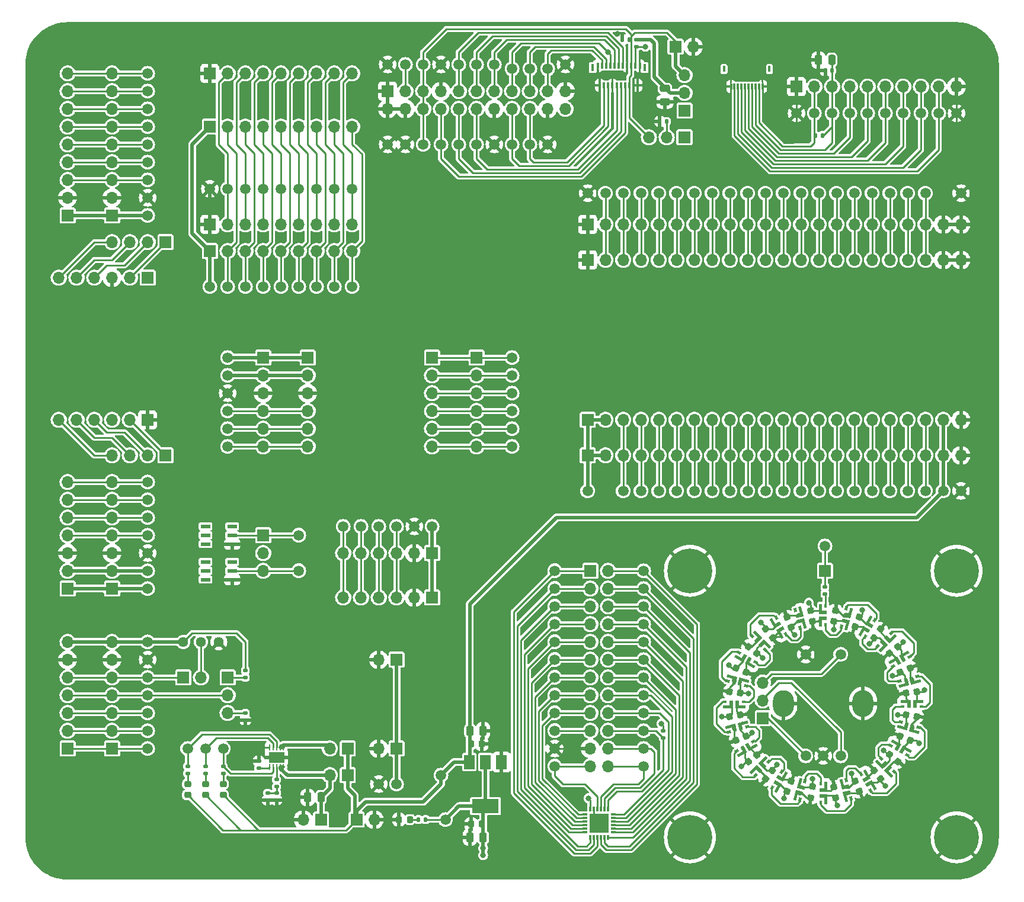
<source format=gbr>
%TF.GenerationSoftware,KiCad,Pcbnew,7.0.7*%
%TF.CreationDate,2024-01-31T01:15:34+01:00*%
%TF.ProjectId,POC-TB,504f432d-5442-42e6-9b69-6361645f7063,rev?*%
%TF.SameCoordinates,Original*%
%TF.FileFunction,Copper,L1,Top*%
%TF.FilePolarity,Positive*%
%FSLAX46Y46*%
G04 Gerber Fmt 4.6, Leading zero omitted, Abs format (unit mm)*
G04 Created by KiCad (PCBNEW 7.0.7) date 2024-01-31 01:15:34*
%MOMM*%
%LPD*%
G01*
G04 APERTURE LIST*
G04 Aperture macros list*
%AMRoundRect*
0 Rectangle with rounded corners*
0 $1 Rounding radius*
0 $2 $3 $4 $5 $6 $7 $8 $9 X,Y pos of 4 corners*
0 Add a 4 corners polygon primitive as box body*
4,1,4,$2,$3,$4,$5,$6,$7,$8,$9,$2,$3,0*
0 Add four circle primitives for the rounded corners*
1,1,$1+$1,$2,$3*
1,1,$1+$1,$4,$5*
1,1,$1+$1,$6,$7*
1,1,$1+$1,$8,$9*
0 Add four rect primitives between the rounded corners*
20,1,$1+$1,$2,$3,$4,$5,0*
20,1,$1+$1,$4,$5,$6,$7,0*
20,1,$1+$1,$6,$7,$8,$9,0*
20,1,$1+$1,$8,$9,$2,$3,0*%
%AMRotRect*
0 Rectangle, with rotation*
0 The origin of the aperture is its center*
0 $1 length*
0 $2 width*
0 $3 Rotation angle, in degrees counterclockwise*
0 Add horizontal line*
21,1,$1,$2,0,0,$3*%
%AMFreePoly0*
4,1,7,0.787400,-0.304801,0.101600,-0.304800,0.101600,-1.269990,-0.304800,-1.269991,-0.304800,0.203199,0.787400,0.203199,0.787400,-0.304801,0.787400,-0.304801,$1*%
%AMFreePoly1*
4,1,7,0.304801,-1.269990,-0.101600,-1.269990,-0.101600,-0.304800,-0.787399,-0.304800,-0.787399,0.203200,0.304801,0.203200,0.304801,-1.269990,0.304801,-1.269990,$1*%
G04 Aperture macros list end*
%TA.AperFunction,ComponentPad*%
%ADD10R,1.700000X1.700000*%
%TD*%
%TA.AperFunction,ComponentPad*%
%ADD11O,1.700000X1.700000*%
%TD*%
%TA.AperFunction,SMDPad,CuDef*%
%ADD12RoundRect,0.218750X-0.256250X0.218750X-0.256250X-0.218750X0.256250X-0.218750X0.256250X0.218750X0*%
%TD*%
%TA.AperFunction,SMDPad,CuDef*%
%ADD13C,1.500000*%
%TD*%
%TA.AperFunction,SMDPad,CuDef*%
%ADD14FreePoly0,330.000000*%
%TD*%
%TA.AperFunction,SMDPad,CuDef*%
%ADD15RotRect,0.558800X0.406400X60.000000*%
%TD*%
%TA.AperFunction,SMDPad,CuDef*%
%ADD16FreePoly1,150.000000*%
%TD*%
%TA.AperFunction,SMDPad,CuDef*%
%ADD17FreePoly0,225.000000*%
%TD*%
%TA.AperFunction,SMDPad,CuDef*%
%ADD18RotRect,0.558800X0.406400X315.000000*%
%TD*%
%TA.AperFunction,SMDPad,CuDef*%
%ADD19FreePoly1,45.000000*%
%TD*%
%TA.AperFunction,SMDPad,CuDef*%
%ADD20R,0.254000X0.812800*%
%TD*%
%TA.AperFunction,SMDPad,CuDef*%
%ADD21R,2.286000X1.524000*%
%TD*%
%TA.AperFunction,SMDPad,CuDef*%
%ADD22RoundRect,0.218750X-0.218750X-0.256250X0.218750X-0.256250X0.218750X0.256250X-0.218750X0.256250X0*%
%TD*%
%TA.AperFunction,SMDPad,CuDef*%
%ADD23RoundRect,0.225000X-0.218493X0.255707X-0.277230X-0.190444X0.218493X-0.255707X0.277230X0.190444X0*%
%TD*%
%TA.AperFunction,SMDPad,CuDef*%
%ADD24RoundRect,0.225000X0.303544X0.144866X-0.112202X0.317074X-0.303544X-0.144866X0.112202X-0.317074X0*%
%TD*%
%TA.AperFunction,SMDPad,CuDef*%
%ADD25FreePoly0,270.000000*%
%TD*%
%TA.AperFunction,SMDPad,CuDef*%
%ADD26R,0.558800X0.406400*%
%TD*%
%TA.AperFunction,SMDPad,CuDef*%
%ADD27FreePoly1,90.000000*%
%TD*%
%TA.AperFunction,SMDPad,CuDef*%
%ADD28RoundRect,0.225000X-0.190444X-0.277230X0.255707X-0.218493X0.190444X0.277230X-0.255707X0.218493X0*%
%TD*%
%TA.AperFunction,SMDPad,CuDef*%
%ADD29RoundRect,0.135000X0.135000X0.185000X-0.135000X0.185000X-0.135000X-0.185000X0.135000X-0.185000X0*%
%TD*%
%TA.AperFunction,SMDPad,CuDef*%
%ADD30RoundRect,0.250000X0.250000X0.475000X-0.250000X0.475000X-0.250000X-0.475000X0.250000X-0.475000X0*%
%TD*%
%TA.AperFunction,SMDPad,CuDef*%
%ADD31FreePoly0,315.000000*%
%TD*%
%TA.AperFunction,SMDPad,CuDef*%
%ADD32RotRect,0.558800X0.406400X45.000000*%
%TD*%
%TA.AperFunction,SMDPad,CuDef*%
%ADD33FreePoly1,135.000000*%
%TD*%
%TA.AperFunction,SMDPad,CuDef*%
%ADD34RoundRect,0.135000X-0.185000X0.135000X-0.185000X-0.135000X0.185000X-0.135000X0.185000X0.135000X0*%
%TD*%
%TA.AperFunction,SMDPad,CuDef*%
%ADD35RoundRect,0.225000X-0.335310X0.026314X-0.061367X-0.330695X0.335310X-0.026314X0.061367X0.330695X0*%
%TD*%
%TA.AperFunction,ComponentPad*%
%ADD36C,1.440000*%
%TD*%
%TA.AperFunction,SMDPad,CuDef*%
%ADD37RoundRect,0.225000X0.317074X-0.112202X0.144866X0.303544X-0.317074X0.112202X-0.144866X-0.303544X0*%
%TD*%
%TA.AperFunction,SMDPad,CuDef*%
%ADD38RoundRect,0.225000X-0.255707X-0.218493X0.190444X-0.277230X0.255707X0.218493X-0.190444X0.277230X0*%
%TD*%
%TA.AperFunction,ComponentPad*%
%ADD39C,6.400000*%
%TD*%
%TA.AperFunction,ComponentPad*%
%ADD40C,1.500000*%
%TD*%
%TA.AperFunction,ComponentPad*%
%ADD41O,3.000000X3.800000*%
%TD*%
%TA.AperFunction,SMDPad,CuDef*%
%ADD42RoundRect,0.225000X0.218493X-0.255707X0.277230X0.190444X-0.218493X0.255707X-0.277230X-0.190444X0*%
%TD*%
%TA.AperFunction,SMDPad,CuDef*%
%ADD43RoundRect,0.140000X0.140000X0.170000X-0.140000X0.170000X-0.140000X-0.170000X0.140000X-0.170000X0*%
%TD*%
%TA.AperFunction,SMDPad,CuDef*%
%ADD44FreePoly0,75.000000*%
%TD*%
%TA.AperFunction,SMDPad,CuDef*%
%ADD45RotRect,0.558800X0.406400X165.000000*%
%TD*%
%TA.AperFunction,SMDPad,CuDef*%
%ADD46FreePoly1,255.000000*%
%TD*%
%TA.AperFunction,SMDPad,CuDef*%
%ADD47RoundRect,0.225000X-0.225000X-0.250000X0.225000X-0.250000X0.225000X0.250000X-0.225000X0.250000X0*%
%TD*%
%TA.AperFunction,SMDPad,CuDef*%
%ADD48R,0.800000X0.300000*%
%TD*%
%TA.AperFunction,SMDPad,CuDef*%
%ADD49R,0.300000X0.800000*%
%TD*%
%TA.AperFunction,SMDPad,CuDef*%
%ADD50R,2.750000X2.750000*%
%TD*%
%TA.AperFunction,SMDPad,CuDef*%
%ADD51FreePoly0,195.000000*%
%TD*%
%TA.AperFunction,SMDPad,CuDef*%
%ADD52RotRect,0.558800X0.406400X285.000000*%
%TD*%
%TA.AperFunction,SMDPad,CuDef*%
%ADD53FreePoly1,15.000000*%
%TD*%
%TA.AperFunction,SMDPad,CuDef*%
%ADD54RoundRect,0.225000X-0.026314X-0.335310X0.330695X-0.061367X0.026314X0.335310X-0.330695X0.061367X0*%
%TD*%
%TA.AperFunction,SMDPad,CuDef*%
%ADD55FreePoly0,0.000000*%
%TD*%
%TA.AperFunction,SMDPad,CuDef*%
%ADD56R,0.406400X0.558800*%
%TD*%
%TA.AperFunction,SMDPad,CuDef*%
%ADD57FreePoly1,180.000000*%
%TD*%
%TA.AperFunction,SMDPad,CuDef*%
%ADD58FreePoly0,90.000000*%
%TD*%
%TA.AperFunction,SMDPad,CuDef*%
%ADD59FreePoly1,270.000000*%
%TD*%
%TA.AperFunction,SMDPad,CuDef*%
%ADD60RoundRect,0.225000X0.061367X-0.330695X0.335310X0.026314X-0.061367X0.330695X-0.335310X-0.026314X0*%
%TD*%
%TA.AperFunction,SMDPad,CuDef*%
%ADD61FreePoly0,240.000000*%
%TD*%
%TA.AperFunction,SMDPad,CuDef*%
%ADD62RotRect,0.558800X0.406400X330.000000*%
%TD*%
%TA.AperFunction,SMDPad,CuDef*%
%ADD63FreePoly1,60.000000*%
%TD*%
%TA.AperFunction,SMDPad,CuDef*%
%ADD64RoundRect,0.225000X0.225000X0.250000X-0.225000X0.250000X-0.225000X-0.250000X0.225000X-0.250000X0*%
%TD*%
%TA.AperFunction,SMDPad,CuDef*%
%ADD65R,1.346200X0.533400*%
%TD*%
%TA.AperFunction,SMDPad,CuDef*%
%ADD66RoundRect,0.225000X0.112202X0.317074X-0.303544X0.144866X-0.112202X-0.317074X0.303544X-0.144866X0*%
%TD*%
%TA.AperFunction,SMDPad,CuDef*%
%ADD67RoundRect,0.225000X-0.277230X0.190444X-0.218493X-0.255707X0.277230X-0.190444X0.218493X0.255707X0*%
%TD*%
%TA.AperFunction,SMDPad,CuDef*%
%ADD68RoundRect,0.135000X0.185000X-0.135000X0.185000X0.135000X-0.185000X0.135000X-0.185000X-0.135000X0*%
%TD*%
%TA.AperFunction,SMDPad,CuDef*%
%ADD69RoundRect,0.225000X0.255707X0.218493X-0.190444X0.277230X-0.255707X-0.218493X0.190444X-0.277230X0*%
%TD*%
%TA.AperFunction,SMDPad,CuDef*%
%ADD70RoundRect,0.225000X0.026314X0.335310X-0.330695X0.061367X-0.026314X-0.335310X0.330695X-0.061367X0*%
%TD*%
%TA.AperFunction,SMDPad,CuDef*%
%ADD71R,0.304800X0.812800*%
%TD*%
%TA.AperFunction,SMDPad,CuDef*%
%ADD72R,0.406400X0.812800*%
%TD*%
%TA.AperFunction,SMDPad,CuDef*%
%ADD73RoundRect,0.225000X0.277230X-0.190444X0.218493X0.255707X-0.277230X0.190444X-0.218493X-0.255707X0*%
%TD*%
%TA.AperFunction,SMDPad,CuDef*%
%ADD74FreePoly0,300.000000*%
%TD*%
%TA.AperFunction,SMDPad,CuDef*%
%ADD75RotRect,0.558800X0.406400X30.000000*%
%TD*%
%TA.AperFunction,SMDPad,CuDef*%
%ADD76FreePoly1,120.000000*%
%TD*%
%TA.AperFunction,SMDPad,CuDef*%
%ADD77FreePoly0,60.000000*%
%TD*%
%TA.AperFunction,SMDPad,CuDef*%
%ADD78RotRect,0.558800X0.406400X150.000000*%
%TD*%
%TA.AperFunction,SMDPad,CuDef*%
%ADD79FreePoly1,240.000000*%
%TD*%
%TA.AperFunction,SMDPad,CuDef*%
%ADD80RoundRect,0.225000X-0.303544X-0.144866X0.112202X-0.317074X0.303544X0.144866X-0.112202X0.317074X0*%
%TD*%
%TA.AperFunction,SMDPad,CuDef*%
%ADD81FreePoly0,345.000000*%
%TD*%
%TA.AperFunction,SMDPad,CuDef*%
%ADD82RotRect,0.558800X0.406400X75.000000*%
%TD*%
%TA.AperFunction,SMDPad,CuDef*%
%ADD83FreePoly1,165.000000*%
%TD*%
%TA.AperFunction,SMDPad,CuDef*%
%ADD84R,0.330200X0.838200*%
%TD*%
%TA.AperFunction,SMDPad,CuDef*%
%ADD85R,0.457200X0.990600*%
%TD*%
%TA.AperFunction,SMDPad,CuDef*%
%ADD86FreePoly0,30.000000*%
%TD*%
%TA.AperFunction,SMDPad,CuDef*%
%ADD87RotRect,0.558800X0.406400X120.000000*%
%TD*%
%TA.AperFunction,SMDPad,CuDef*%
%ADD88FreePoly1,210.000000*%
%TD*%
%TA.AperFunction,SMDPad,CuDef*%
%ADD89RoundRect,0.225000X0.335310X-0.026314X0.061367X0.330695X-0.335310X0.026314X-0.061367X-0.330695X0*%
%TD*%
%TA.AperFunction,SMDPad,CuDef*%
%ADD90FreePoly0,120.000000*%
%TD*%
%TA.AperFunction,SMDPad,CuDef*%
%ADD91RotRect,0.558800X0.406400X210.000000*%
%TD*%
%TA.AperFunction,SMDPad,CuDef*%
%ADD92FreePoly1,300.000000*%
%TD*%
%TA.AperFunction,SMDPad,CuDef*%
%ADD93RoundRect,0.225000X-0.330695X-0.061367X0.026314X-0.335310X0.330695X0.061367X-0.026314X0.335310X0*%
%TD*%
%TA.AperFunction,SMDPad,CuDef*%
%ADD94FreePoly0,210.000000*%
%TD*%
%TA.AperFunction,SMDPad,CuDef*%
%ADD95RotRect,0.558800X0.406400X300.000000*%
%TD*%
%TA.AperFunction,SMDPad,CuDef*%
%ADD96FreePoly1,30.000000*%
%TD*%
%TA.AperFunction,SMDPad,CuDef*%
%ADD97RoundRect,0.225000X-0.317074X0.112202X-0.144866X-0.303544X0.317074X-0.112202X0.144866X0.303544X0*%
%TD*%
%TA.AperFunction,SMDPad,CuDef*%
%ADD98FreePoly0,15.000000*%
%TD*%
%TA.AperFunction,SMDPad,CuDef*%
%ADD99RotRect,0.558800X0.406400X105.000000*%
%TD*%
%TA.AperFunction,SMDPad,CuDef*%
%ADD100FreePoly1,195.000000*%
%TD*%
%TA.AperFunction,SMDPad,CuDef*%
%ADD101FreePoly0,45.000000*%
%TD*%
%TA.AperFunction,SMDPad,CuDef*%
%ADD102RotRect,0.558800X0.406400X135.000000*%
%TD*%
%TA.AperFunction,SMDPad,CuDef*%
%ADD103FreePoly1,225.000000*%
%TD*%
%TA.AperFunction,SMDPad,CuDef*%
%ADD104RoundRect,0.225000X0.190444X0.277230X-0.255707X0.218493X-0.190444X-0.277230X0.255707X-0.218493X0*%
%TD*%
%TA.AperFunction,SMDPad,CuDef*%
%ADD105RoundRect,0.225000X0.144866X-0.303544X0.317074X0.112202X-0.144866X0.303544X-0.317074X-0.112202X0*%
%TD*%
%TA.AperFunction,SMDPad,CuDef*%
%ADD106FreePoly0,165.000000*%
%TD*%
%TA.AperFunction,SMDPad,CuDef*%
%ADD107RotRect,0.558800X0.406400X255.000000*%
%TD*%
%TA.AperFunction,SMDPad,CuDef*%
%ADD108FreePoly1,345.000000*%
%TD*%
%TA.AperFunction,SMDPad,CuDef*%
%ADD109RoundRect,0.225000X0.330695X0.061367X-0.026314X0.335310X-0.330695X-0.061367X0.026314X-0.335310X0*%
%TD*%
%TA.AperFunction,SMDPad,CuDef*%
%ADD110FreePoly0,285.000000*%
%TD*%
%TA.AperFunction,SMDPad,CuDef*%
%ADD111RotRect,0.558800X0.406400X15.000000*%
%TD*%
%TA.AperFunction,SMDPad,CuDef*%
%ADD112FreePoly1,105.000000*%
%TD*%
%TA.AperFunction,SMDPad,CuDef*%
%ADD113RoundRect,0.250000X-0.250000X-0.475000X0.250000X-0.475000X0.250000X0.475000X-0.250000X0.475000X0*%
%TD*%
%TA.AperFunction,SMDPad,CuDef*%
%ADD114RoundRect,0.250000X-0.475000X0.250000X-0.475000X-0.250000X0.475000X-0.250000X0.475000X0.250000X0*%
%TD*%
%TA.AperFunction,SMDPad,CuDef*%
%ADD115RoundRect,0.225000X-0.112202X-0.317074X0.303544X-0.144866X0.112202X0.317074X-0.303544X0.144866X0*%
%TD*%
%TA.AperFunction,SMDPad,CuDef*%
%ADD116FreePoly0,255.000000*%
%TD*%
%TA.AperFunction,SMDPad,CuDef*%
%ADD117RotRect,0.558800X0.406400X345.000000*%
%TD*%
%TA.AperFunction,SMDPad,CuDef*%
%ADD118FreePoly1,75.000000*%
%TD*%
%TA.AperFunction,SMDPad,CuDef*%
%ADD119FreePoly0,105.000000*%
%TD*%
%TA.AperFunction,SMDPad,CuDef*%
%ADD120RotRect,0.558800X0.406400X195.000000*%
%TD*%
%TA.AperFunction,SMDPad,CuDef*%
%ADD121FreePoly1,285.000000*%
%TD*%
%TA.AperFunction,SMDPad,CuDef*%
%ADD122FreePoly0,135.000000*%
%TD*%
%TA.AperFunction,SMDPad,CuDef*%
%ADD123RotRect,0.558800X0.406400X225.000000*%
%TD*%
%TA.AperFunction,SMDPad,CuDef*%
%ADD124FreePoly1,315.000000*%
%TD*%
%TA.AperFunction,SMDPad,CuDef*%
%ADD125FreePoly0,180.000000*%
%TD*%
%TA.AperFunction,SMDPad,CuDef*%
%ADD126FreePoly1,0.000000*%
%TD*%
%TA.AperFunction,SMDPad,CuDef*%
%ADD127FreePoly0,150.000000*%
%TD*%
%TA.AperFunction,SMDPad,CuDef*%
%ADD128RotRect,0.558800X0.406400X240.000000*%
%TD*%
%TA.AperFunction,SMDPad,CuDef*%
%ADD129FreePoly1,330.000000*%
%TD*%
%TA.AperFunction,SMDPad,CuDef*%
%ADD130RoundRect,0.225000X-0.144866X0.303544X-0.317074X-0.112202X0.144866X-0.303544X0.317074X0.112202X0*%
%TD*%
%TA.AperFunction,SMDPad,CuDef*%
%ADD131RoundRect,0.225000X-0.061367X0.330695X-0.335310X-0.026314X0.061367X-0.330695X0.335310X0.026314X0*%
%TD*%
%TA.AperFunction,SMDPad,CuDef*%
%ADD132R,1.500000X2.000000*%
%TD*%
%TA.AperFunction,SMDPad,CuDef*%
%ADD133R,3.800000X2.000000*%
%TD*%
%TA.AperFunction,ViaPad*%
%ADD134C,0.800000*%
%TD*%
%TA.AperFunction,Conductor*%
%ADD135C,0.254000*%
%TD*%
%TA.AperFunction,Conductor*%
%ADD136C,0.508000*%
%TD*%
%TA.AperFunction,Conductor*%
%ADD137C,0.250000*%
%TD*%
G04 APERTURE END LIST*
D10*
%TO.P,J39,1,Pin_1*%
%TO.N,+3V3*%
X224028000Y-91694000D03*
D11*
%TO.P,J39,2,Pin_2*%
%TO.N,Net-(J39-Pin_2)*%
X224028000Y-89154000D03*
%TO.P,J39,3,Pin_3*%
%TO.N,+2V8*%
X224028000Y-86614000D03*
%TD*%
D12*
%TO.P,D2,1,K*%
%TO.N,Net-(D2-K)*%
X158115000Y-187960000D03*
%TO.P,D2,2,A*%
%TO.N,+5V*%
X158115000Y-189535000D03*
%TD*%
D13*
%TO.P,TP89,1,1*%
%TO.N,+3V3*%
X189865000Y-193040000D03*
%TD*%
%TO.P,TP15,1,1*%
%TO.N,/ESP32/ESP_GPI040*%
X227965000Y-103505000D03*
%TD*%
D14*
%TO.P,LED3,1,GND*%
%TO.N,GND*%
X249794217Y-165719850D03*
D15*
%TO.P,LED3,2,DOUT*%
%TO.N,Net-(LED3-DOUT)*%
X249817459Y-166875236D03*
%TO.P,LED3,3,DIN*%
%TO.N,Net-(LED2-DOUT)*%
X251167459Y-164536968D03*
D16*
%TO.P,LED3,4,VDD*%
%TO.N,+3V3*%
X250155178Y-165096960D03*
%TD*%
D13*
%TO.P,TP12,1,1*%
%TO.N,/ESP32/ESP_GPIO7*%
X225425000Y-146050000D03*
%TD*%
D17*
%TO.P,LED22,1,GND*%
%TO.N,GND*%
X234780225Y-167118691D03*
D18*
%TO.P,LED22,2,DOUT*%
%TO.N,Net-(LED22-DOUT)*%
X233658192Y-166842106D03*
%TO.P,LED22,3,DIN*%
%TO.N,Net-(LED21-DOUT)*%
X235567380Y-168751294D03*
D19*
%TO.P,LED22,4,VDD*%
%TO.N,+3V3*%
X235288467Y-167628569D03*
%TD*%
D13*
%TO.P,TP73,1,1*%
%TO.N,/MAX98357/DAC_BCLK*%
X147320000Y-180350000D03*
%TD*%
%TO.P,TP148,1,1*%
%TO.N,/BNO085/IMU_CS*%
X199390000Y-139700000D03*
%TD*%
%TO.P,TP133,1,1*%
%TO.N,GND*%
X147320000Y-154950000D03*
%TD*%
%TO.P,TP145,1,1*%
%TO.N,/BNO085/IMU_SCL*%
X158750000Y-134620000D03*
%TD*%
%TO.P,TP117,1,1*%
%TO.N,/OV5640/CAM_D4*%
X171450000Y-102870000D03*
%TD*%
%TO.P,TP18,1,1*%
%TO.N,/ESP32/ESP_GPIO17*%
X233045000Y-146050000D03*
%TD*%
%TO.P,TP118,1,1*%
%TO.N,/OV5640/CAM_D3*%
X173990000Y-116840000D03*
%TD*%
%TO.P,TP153,1,1*%
%TO.N,/Display/DSP1_RST*%
X260350000Y-92075000D03*
%TD*%
%TO.P,TP14,1,1*%
%TO.N,/ESP32/ESP_GPIO15*%
X227965000Y-146050000D03*
%TD*%
D20*
%TO.P,U3,1,VDD1*%
%TO.N,Net-(J18-Pin_2)*%
X166735001Y-182753000D03*
%TO.P,U3,2,VDD2*%
X166234999Y-182753000D03*
%TO.P,U3,3,STAT1*%
%TO.N,Net-(U3-STAT1)*%
X165735000Y-182753000D03*
%TO.P,U3,4,STAT2*%
%TO.N,Net-(U3-STAT2)*%
X165235001Y-182753000D03*
%TO.P,U3,5,GND*%
%TO.N,GND*%
X164734999Y-182753000D03*
%TO.P,U3,6,PROG*%
%TO.N,Net-(U3-PROG)*%
X164734999Y-185547000D03*
%TO.P,U3,7,~{PG}*%
%TO.N,Net-(U3-~{PG})*%
X165235001Y-185547000D03*
%TO.P,U3,8,THERM*%
%TO.N,Net-(U3-THERM)*%
X165735000Y-185547000D03*
%TO.P,U3,9,VBAT1*%
%TO.N,+BATT*%
X166234999Y-185547000D03*
%TO.P,U3,10,VBAT2*%
X166735001Y-185547000D03*
D21*
%TO.P,U3,11,EP*%
%TO.N,GND*%
X165735000Y-184150000D03*
%TD*%
D13*
%TO.P,TP51,1,1*%
%TO.N,/LEAT/PA09*%
X205486000Y-160015000D03*
%TD*%
%TO.P,TP109,1,1*%
%TO.N,/OV5640/CAM_HS*%
X161290000Y-102870000D03*
%TD*%
D22*
%TO.P,D1,1,K*%
%TO.N,GND*%
X183210000Y-193040000D03*
%TO.P,D1,2,A*%
%TO.N,Net-(D1-A)*%
X184785000Y-193040000D03*
%TD*%
D23*
%TO.P,C14,1*%
%TO.N,+3V3*%
X242280120Y-188357140D03*
%TO.P,C14,2*%
%TO.N,GND*%
X242077804Y-189893880D03*
%TD*%
D24*
%TO.P,C9,1*%
%TO.N,+3V3*%
X256296018Y-181681117D03*
%TO.P,C9,2*%
%TO.N,GND*%
X254864004Y-181087957D03*
%TD*%
D13*
%TO.P,TP49,1,1*%
%TO.N,/LEAT/PA07*%
X205486000Y-165095000D03*
%TD*%
%TO.P,TP160,1,1*%
%TO.N,GND*%
X181610000Y-96520000D03*
%TD*%
%TO.P,TP71,1,1*%
%TO.N,Net-(J7-Pin_1)*%
X244094000Y-153924000D03*
%TD*%
D10*
%TO.P,J1,1,Pin_1*%
%TO.N,/ESP32/ESP_3V3*%
X210185000Y-135890000D03*
D11*
%TO.P,J1,2,Pin_2*%
X212725000Y-135890000D03*
%TO.P,J1,3,Pin_3*%
%TO.N,/ESP32/ESP_EN*%
X215265000Y-135890000D03*
%TO.P,J1,4,Pin_4*%
%TO.N,/ESP32/ESP_GPIO4*%
X217805000Y-135890000D03*
%TO.P,J1,5,Pin_5*%
%TO.N,/ESP32/ESP_GPIO5*%
X220345000Y-135890000D03*
%TO.P,J1,6,Pin_6*%
%TO.N,/ESP32/ESP_GPIO6*%
X222885000Y-135890000D03*
%TO.P,J1,7,Pin_7*%
%TO.N,/ESP32/ESP_GPIO7*%
X225425000Y-135890000D03*
%TO.P,J1,8,Pin_8*%
%TO.N,/ESP32/ESP_GPIO15*%
X227965000Y-135890000D03*
%TO.P,J1,9,Pin_9*%
%TO.N,/ESP32/ESP_GPIO16*%
X230505000Y-135890000D03*
%TO.P,J1,10,Pin_10*%
%TO.N,/ESP32/ESP_GPIO17*%
X233045000Y-135890000D03*
%TO.P,J1,11,Pin_11*%
%TO.N,/ESP32/ESP_GPIO18*%
X235585000Y-135890000D03*
%TO.P,J1,12,Pin_12*%
%TO.N,/ESP32/ESP_GPIO8*%
X238125000Y-135890000D03*
%TO.P,J1,13,Pin_13*%
%TO.N,/ESP32/ESP_GPIO3*%
X240665000Y-135890000D03*
%TO.P,J1,14,Pin_14*%
%TO.N,/ESP32/ESP_GPIO46*%
X243205000Y-135890000D03*
%TO.P,J1,15,Pin_15*%
%TO.N,/ESP32/ESP_GPIO9*%
X245745000Y-135890000D03*
%TO.P,J1,16,Pin_16*%
%TO.N,/ESP32/ESP_GPIO10*%
X248285000Y-135890000D03*
%TO.P,J1,17,Pin_17*%
%TO.N,/ESP32/ESP_GPIO11*%
X250825000Y-135890000D03*
%TO.P,J1,18,Pin_18*%
%TO.N,/ESP32/ESP_GPIO12*%
X253365000Y-135890000D03*
%TO.P,J1,19,Pin_19*%
%TO.N,/ESP32/ESP_GPIO13*%
X255905000Y-135890000D03*
%TO.P,J1,20,Pin_20*%
%TO.N,/ESP32/ESP_GPIO14*%
X258445000Y-135890000D03*
%TO.P,J1,21,Pin_21*%
%TO.N,+5V*%
X260985000Y-135890000D03*
%TO.P,J1,22,Pin_22*%
%TO.N,GND*%
X263525000Y-135890000D03*
%TD*%
D10*
%TO.P,J32,1,Pin_1*%
%TO.N,/BNO085/IMU_BT*%
X187960000Y-127000000D03*
D11*
%TO.P,J32,2,Pin_2*%
%TO.N,/BNO085/IMU_P0*%
X187960000Y-129540000D03*
%TO.P,J32,3,Pin_3*%
%TO.N,/BNO085/IMU_P1*%
X187960000Y-132080000D03*
%TO.P,J32,4,Pin_4*%
%TO.N,/BNO085/IMU_RST*%
X187960000Y-134620000D03*
%TO.P,J32,5,Pin_5*%
%TO.N,/BNO085/IMU_DI*%
X187960000Y-137160000D03*
%TO.P,J32,6,Pin_6*%
%TO.N,/BNO085/IMU_CS*%
X187960000Y-139700000D03*
%TD*%
D10*
%TO.P,J7,1,Pin_1*%
%TO.N,Net-(J7-Pin_1)*%
X244094000Y-157480000D03*
%TD*%
D13*
%TO.P,TP147,1,1*%
%TO.N,/BNO085/IMU_SDA*%
X158750000Y-137160000D03*
%TD*%
D25*
%TO.P,LED7,1,GND*%
%TO.N,GND*%
X256178973Y-176281428D03*
D26*
%TO.P,LED7,2,DOUT*%
%TO.N,Net-(LED7-DOUT)*%
X255190000Y-176879250D03*
%TO.P,LED7,3,DIN*%
%TO.N,Net-(LED6-DOUT)*%
X257890000Y-176879250D03*
D27*
%TO.P,LED7,4,VDD*%
%TO.N,+3V3*%
X256898892Y-176282585D03*
%TD*%
D13*
%TO.P,TP151,1,1*%
%TO.N,/Display/DSP1_SDA*%
X250190000Y-92075000D03*
%TD*%
D28*
%TO.P,C19,1*%
%TO.N,+3V3*%
X230471112Y-178294853D03*
%TO.P,C19,2*%
%TO.N,GND*%
X232007852Y-178092537D03*
%TD*%
D13*
%TO.P,TP111,1,1*%
%TO.N,/OV5640/CAM_XC*%
X163830000Y-102870000D03*
%TD*%
%TO.P,TP144,1,1*%
%TO.N,/BNO085/IMU_RST*%
X199390000Y-134620000D03*
%TD*%
D29*
%TO.P,R5,1*%
%TO.N,+3V3*%
X187047500Y-193040000D03*
%TO.P,R5,2*%
%TO.N,Net-(D1-A)*%
X186027500Y-193040000D03*
%TD*%
D30*
%TO.P,C30,1*%
%TO.N,+3V3*%
X245072000Y-84455000D03*
%TO.P,C30,2*%
%TO.N,GND*%
X243172000Y-84455000D03*
%TD*%
D13*
%TO.P,TP134,1,1*%
%TO.N,/BME280/BME_SCK*%
X147320000Y-152410000D03*
%TD*%
D10*
%TO.P,J40,1,Pin_1*%
%TO.N,+3V3*%
X224013000Y-95504000D03*
D11*
%TO.P,J40,2,Pin_2*%
%TO.N,/Display/DSP2_TP_VDD*%
X221473000Y-95504000D03*
%TO.P,J40,3,Pin_3*%
%TO.N,+2V8*%
X218933000Y-95504000D03*
%TD*%
D13*
%TO.P,TP156,1,1*%
%TO.N,/Display/DSP1_CS*%
X252730000Y-92075000D03*
%TD*%
%TO.P,TP1,1,1*%
%TO.N,/ESP32/ESP_3V3*%
X210185000Y-146050000D03*
%TD*%
%TO.P,TP94,1,1*%
%TO.N,+BATT*%
X182880000Y-187960000D03*
%TD*%
D31*
%TO.P,LED16,1,GND*%
%TO.N,GND*%
X234428691Y-185589774D03*
D32*
%TO.P,LED16,2,DOUT*%
%TO.N,Net-(LED16-DOUT)*%
X234152106Y-186711807D03*
%TO.P,LED16,3,DIN*%
%TO.N,Net-(LED15-DOUT)*%
X236061294Y-184802619D03*
D33*
%TO.P,LED16,4,VDD*%
%TO.N,+3V3*%
X234938569Y-185081532D03*
%TD*%
D34*
%TO.P,R1,1*%
%TO.N,+3V3*%
X220985000Y-180336000D03*
%TO.P,R1,2*%
%TO.N,/LEAT/PA30*%
X220985000Y-181356000D03*
%TD*%
D13*
%TO.P,TP48,1,1*%
%TO.N,/LEAT/PA06*%
X205486000Y-167635000D03*
%TD*%
%TO.P,TP75,1,1*%
%TO.N,/MAX98357/DAC_GAIN*%
X147320000Y-175270000D03*
%TD*%
%TO.P,TP143,1,1*%
%TO.N,GND*%
X158750000Y-132080000D03*
%TD*%
%TO.P,TP157,1,1*%
%TO.N,/Display/DSP1_SCL*%
X257810000Y-92075000D03*
%TD*%
%TO.P,TP102,1,1*%
%TO.N,/EEPPROMs/EEPROM1_IO*%
X168917500Y-152385000D03*
%TD*%
%TO.P,TP100,1,1*%
%TO.N,/Power/BAT_QStart*%
X175260000Y-151130000D03*
%TD*%
D35*
%TO.P,C23,1*%
%TO.N,+3V3*%
X235648683Y-165833539D03*
%TO.P,C23,2*%
%TO.N,GND*%
X236592263Y-167063237D03*
%TD*%
D13*
%TO.P,TP2,1,1*%
%TO.N,GND*%
X210185000Y-103505000D03*
%TD*%
%TO.P,TP72,1,1*%
%TO.N,/MAX98357/DAC_LRC*%
X147320000Y-182890000D03*
%TD*%
%TO.P,TP68,1,1*%
%TO.N,/LEAT/PA25*%
X205486000Y-185415000D03*
%TD*%
D36*
%TO.P,RV1,1,1*%
%TO.N,+3V3*%
X152400000Y-167650000D03*
%TO.P,RV1,2,2*%
%TO.N,Net-(J9-Pin_2)*%
X154940000Y-167650000D03*
%TO.P,RV1,3,3*%
%TO.N,GND*%
X157480000Y-167650000D03*
%TD*%
D37*
%TO.P,C24,1*%
%TO.N,+3V3*%
X239288202Y-165527111D03*
%TO.P,C24,2*%
%TO.N,GND*%
X238695042Y-164095097D03*
%TD*%
D13*
%TO.P,TP43,1,1*%
%TO.N,GND*%
X263525000Y-103505000D03*
%TD*%
D38*
%TO.P,C8,1*%
%TO.N,+3V3*%
X255665944Y-178086355D03*
%TO.P,C8,2*%
%TO.N,GND*%
X257202684Y-178288671D03*
%TD*%
D13*
%TO.P,TP162,1,1*%
%TO.N,/Display/DSP2_RST*%
X189230000Y-96520000D03*
%TD*%
D39*
%TO.P,H1,1,1*%
%TO.N,GND*%
X224790000Y-157480000D03*
%TD*%
D13*
%TO.P,TP62,1,1*%
%TO.N,/LEAT/PA23*%
X218191000Y-172720000D03*
%TD*%
D40*
%TO.P,E1,1,COM*%
%TO.N,GND*%
X241340000Y-169430000D03*
%TO.P,E1,2,NO*%
%TO.N,/LEAT/EN_SWITCH*%
X246340000Y-169430000D03*
%TO.P,E1,A1,A*%
%TO.N,/LEAT/ENC_A*%
X241340000Y-183930000D03*
%TO.P,E1,B1,B*%
%TO.N,/LEAT/ENC_B*%
X246340000Y-183930000D03*
%TO.P,E1,C1,C*%
%TO.N,GND*%
X243840000Y-183930000D03*
D41*
%TO.P,E1,MH1,MH1*%
X238140000Y-176430000D03*
%TO.P,E1,MH2,MH2*%
X249540000Y-176430000D03*
%TD*%
D42*
%TO.P,C2,1*%
%TO.N,+3V3*%
X245394583Y-164716374D03*
%TO.P,C2,2*%
%TO.N,GND*%
X245596899Y-163179634D03*
%TD*%
D13*
%TO.P,TP25,1,1*%
%TO.N,/ESP32/ESP_GPIO35*%
X240665000Y-103505000D03*
%TD*%
D10*
%TO.P,J29,1,Pin_1*%
%TO.N,+3V3*%
X135890000Y-160030000D03*
D11*
%TO.P,J29,2,Pin_2*%
%TO.N,/BME280/BME_3V3*%
X135890000Y-157490000D03*
%TO.P,J29,3,Pin_3*%
%TO.N,GND*%
X135890000Y-154950000D03*
%TO.P,J29,4,Pin_4*%
%TO.N,/BME280/BME_SCK*%
X135890000Y-152410000D03*
%TO.P,J29,5,Pin_5*%
%TO.N,/BME280/BME_SDO*%
X135890000Y-149870000D03*
%TO.P,J29,6,Pin_6*%
%TO.N,/BME280/BME_SDI*%
X135890000Y-147330000D03*
%TO.P,J29,7,Pin_7*%
%TO.N,/BME280/BME_CS*%
X135890000Y-144790000D03*
%TD*%
D43*
%TO.P,C31,1*%
%TO.N,+3V3*%
X245110000Y-85979000D03*
%TO.P,C31,2*%
%TO.N,GND*%
X244150000Y-85979000D03*
%TD*%
D10*
%TO.P,J12,1,Pin_1*%
%TO.N,+3V3*%
X135890000Y-106680000D03*
D11*
%TO.P,J12,2,Pin_2*%
%TO.N,GND*%
X135890000Y-104140000D03*
%TO.P,J12,3,Pin_3*%
%TO.N,/SD-Slot/SD_CLK*%
X135890000Y-101600000D03*
%TO.P,J12,4,Pin_4*%
%TO.N,/SD-Slot/SD_D0*%
X135890000Y-99060000D03*
%TO.P,J12,5,Pin_5*%
%TO.N,/SD-Slot/SD_CMD*%
X135890000Y-96520000D03*
%TO.P,J12,6,Pin_6*%
%TO.N,/SD-Slot/SD_D3*%
X135890000Y-93980000D03*
%TO.P,J12,7,Pin_7*%
%TO.N,/SD-Slot/SD_D1*%
X135890000Y-91440000D03*
%TO.P,J12,8,Pin_8*%
%TO.N,/SD-Slot/SD_D2*%
X135890000Y-88900000D03*
%TO.P,J12,9,Pin_9*%
%TO.N,/SD-Slot/SD_DET*%
X135890000Y-86360000D03*
%TD*%
D13*
%TO.P,TP46,1,1*%
%TO.N,/LEAT/PA04*%
X205486000Y-172715000D03*
%TD*%
D44*
%TO.P,LED8,1,GND*%
%TO.N,GND*%
X256391647Y-180150544D03*
D45*
%TO.P,LED8,2,DOUT*%
%TO.N,Net-(LED8-DOUT)*%
X257501649Y-179829057D03*
%TO.P,LED8,3,DIN*%
%TO.N,Net-(LED7-DOUT)*%
X254893650Y-179130246D03*
D46*
%TO.P,LED8,4,VDD*%
%TO.N,+3V3*%
X255696558Y-179963097D03*
%TD*%
D39*
%TO.P,H4,1,1*%
%TO.N,GND*%
X262890000Y-195580000D03*
%TD*%
D13*
%TO.P,TP178,1,1*%
%TO.N,/Display/DSP2_TP_INT*%
X201930000Y-85725000D03*
%TD*%
%TO.P,TP35,1,1*%
%TO.N,/ESP32/ESP_GPI021*%
X253365000Y-103505000D03*
%TD*%
%TO.P,TP40,1,1*%
%TO.N,+5V*%
X260985000Y-146050000D03*
%TD*%
%TO.P,TP77,1,1*%
%TO.N,GND*%
X147320000Y-170190000D03*
%TD*%
%TO.P,TP174,1,1*%
%TO.N,/Display/DSP2_SCL*%
X191770000Y-85090000D03*
%TD*%
D43*
%TO.P,C33,1*%
%TO.N,+2V8*%
X216126000Y-81534000D03*
%TO.P,C33,2*%
%TO.N,GND*%
X215166000Y-81534000D03*
%TD*%
D10*
%TO.P,J8,1,Pin_1*%
%TO.N,/MAX98357/DAC_LRC*%
X135890000Y-182890000D03*
D11*
%TO.P,J8,2,Pin_2*%
%TO.N,/MAX98357/DAC_BCLK*%
X135890000Y-180350000D03*
%TO.P,J8,3,Pin_3*%
%TO.N,/MAX98357/DAC_DIN*%
X135890000Y-177810000D03*
%TO.P,J8,4,Pin_4*%
%TO.N,/MAX98357/DAC_GAIN*%
X135890000Y-175270000D03*
%TO.P,J8,5,Pin_5*%
%TO.N,/MAX98357/DAC_SD*%
X135890000Y-172730000D03*
%TO.P,J8,6,Pin_6*%
%TO.N,GND*%
X135890000Y-170190000D03*
%TO.P,J8,7,Pin_7*%
%TO.N,+3V3*%
X135890000Y-167650000D03*
%TD*%
D47*
%TO.P,C26,1*%
%TO.N,+5V*%
X193535000Y-182245000D03*
%TO.P,C26,2*%
%TO.N,GND*%
X195085000Y-182245000D03*
%TD*%
D13*
%TO.P,TP20,1,1*%
%TO.N,/ESP32/ESP_GPIO18*%
X235585000Y-146050000D03*
%TD*%
%TO.P,TP146,1,1*%
%TO.N,/BNO085/IMU_DI*%
X199390000Y-137160000D03*
%TD*%
D48*
%TO.P,U1,1,PA02/I2/AIN0*%
%TO.N,/LEAT/PA02*%
X209836000Y-192325000D03*
%TO.P,U1,2,PA03/I3/VREFA/AIN1*%
%TO.N,/LEAT/PA03*%
X209836000Y-192825000D03*
%TO.P,U1,3,PA04/I4/VREFB/AIN2/SERCOM0.2+0*%
%TO.N,/LEAT/PA04*%
X209836000Y-193325000D03*
%TO.P,U1,4,PA05/I5/AIN3/SERCOM0.3+1*%
%TO.N,/LEAT/PA05*%
X209836000Y-193825000D03*
%TO.P,U1,5,PA06/I6/AIN4/SERCOM0.0+2*%
%TO.N,/LEAT/PA06*%
X209836000Y-194325000D03*
%TO.P,U1,6,PA07/I7/AIN5/SERCOM0.1+3*%
%TO.N,/LEAT/PA07*%
X209836000Y-194825000D03*
D49*
%TO.P,U1,7,PA08/I6/SERCOM1+0.2*%
%TO.N,/LEAT/PA08*%
X210586000Y-195575000D03*
%TO.P,U1,8,PA09/I7/SERCOM1+0.3*%
%TO.N,/LEAT/PA09*%
X211086000Y-195575000D03*
%TO.P,U1,9,PA10/I2/AI18/SERCOM0.2*%
%TO.N,/LEAT/PA10*%
X211586000Y-195575000D03*
%TO.P,U1,10,PA11/I3/AIN9/SERCOM0.3*%
%TO.N,/LEAT/PA11*%
X212086000Y-195575000D03*
%TO.P,U1,11,PA14/I2C/AIN6/SERCOM0.0*%
%TO.N,/LEAT/PA14*%
X212586000Y-195575000D03*
%TO.P,U1,12,PA15/I2C/I1/AIN7/SERCOM0.1*%
%TO.N,/LEAT/PA15*%
X213086000Y-195575000D03*
D48*
%TO.P,U1,13,PA16/I0/SERCOM1.2*%
%TO.N,/LEAT/PA16*%
X213836000Y-194825000D03*
%TO.P,U1,14,PA17/I1/SERCOM1.3*%
%TO.N,/LEAT/PA17*%
X213836000Y-194325000D03*
%TO.P,U1,15,PA22/I2C/I6/SERCOM1.0*%
%TO.N,/LEAT/PA22*%
X213836000Y-193825000D03*
%TO.P,U1,16,PA23/I2C/I7/SERCOM1.1*%
%TO.N,/LEAT/PA23*%
X213836000Y-193325000D03*
%TO.P,U1,17,PA27/I7*%
%TO.N,/LEAT/PA27*%
X213836000Y-192825000D03*
%TO.P,U1,18,PA28/~{RST}*%
%TO.N,/LEAT/PA28{slash}~{RST}*%
X213836000Y-192325000D03*
D49*
%TO.P,U1,19,PA30/I2/SECOM1.0+2/SWCLK*%
%TO.N,/LEAT/PA30*%
X213086000Y-191575000D03*
%TO.P,U1,20,PA31/I3/SERCOM1.1+3/SWDIO*%
%TO.N,/LEAT/PA31*%
X212586000Y-191575000D03*
%TO.P,U1,21,PA24/I4/SERCOM1.2*%
%TO.N,/LEAT/PA24*%
X212086000Y-191575000D03*
%TO.P,U1,22,PA25/I5/SERCOM1.3*%
%TO.N,/LEAT/PA25*%
X211586000Y-191575000D03*
%TO.P,U1,23,GND*%
%TO.N,GND*%
X211086000Y-191575000D03*
%TO.P,U1,24,VDDIO/IN/ANA*%
%TO.N,+3V3*%
X210586000Y-191575000D03*
D50*
%TO.P,U1,25,THERMAL_PAD*%
%TO.N,GND*%
X211836000Y-193575000D03*
%TD*%
D10*
%TO.P,J14,1,Pin_1*%
%TO.N,+5V*%
X177165000Y-193040000D03*
D11*
%TO.P,J14,2,Pin_2*%
%TO.N,GND*%
X179705000Y-193040000D03*
%TD*%
D13*
%TO.P,TP41,1,1*%
%TO.N,GND*%
X240030000Y-92075000D03*
%TD*%
D10*
%TO.P,J25,1,Pin_1*%
%TO.N,+3V3*%
X156210000Y-111760000D03*
D11*
%TO.P,J25,2,Pin_2*%
%TO.N,/OV5640/CAM_SCL*%
X158750000Y-111760000D03*
%TO.P,J25,3,Pin_3*%
%TO.N,/OV5640/CAM_VS*%
X161290000Y-111760000D03*
%TO.P,J25,4,Pin_4*%
%TO.N,/OV5640/CAM_PC*%
X163830000Y-111760000D03*
%TO.P,J25,5,Pin_5*%
%TO.N,/OV5640/CAM_D9*%
X166370000Y-111760000D03*
%TO.P,J25,6,Pin_6*%
%TO.N,/OV5640/CAM_D7*%
X168910000Y-111760000D03*
%TO.P,J25,7,Pin_7*%
%TO.N,/OV5640/CAM_D5*%
X171450000Y-111760000D03*
%TO.P,J25,8,Pin_8*%
%TO.N,/OV5640/CAM_D3*%
X173990000Y-111760000D03*
%TO.P,J25,9,Pin_9*%
%TO.N,/OV5640/CAM_RT*%
X176530000Y-111760000D03*
%TD*%
D51*
%TO.P,LED24,1,GND*%
%TO.N,GND*%
X240699659Y-163849682D03*
D52*
%TO.P,LED24,2,DOUT*%
%TO.N,unconnected-(LED24-DOUT-Pad2)*%
X239866243Y-163049135D03*
%TO.P,LED24,3,DIN*%
%TO.N,Net-(LED23-DOUT)*%
X240565054Y-165657134D03*
D53*
%TO.P,LED24,4,VDD*%
%TO.N,+3V3*%
X240884871Y-164545369D03*
%TD*%
D10*
%TO.P,J37,1,Pin_1*%
%TO.N,GND*%
X240030000Y-88265000D03*
D11*
%TO.P,J37,2,Pin_2*%
%TO.N,/Display/DSP1_A*%
X242570000Y-88265000D03*
%TO.P,J37,3,Pin_3*%
%TO.N,+3V3*%
X245110000Y-88265000D03*
%TO.P,J37,4,Pin_4*%
%TO.N,/Display/DSP1_SDO*%
X247650000Y-88265000D03*
%TO.P,J37,5,Pin_5*%
%TO.N,/Display/DSP1_SDA*%
X250190000Y-88265000D03*
%TO.P,J37,6,Pin_6*%
%TO.N,/Display/DSP1_CS*%
X252730000Y-88265000D03*
%TO.P,J37,7,Pin_7*%
%TO.N,/Display/DSP1_DC*%
X255270000Y-88265000D03*
%TO.P,J37,8,Pin_8*%
%TO.N,/Display/DSP1_SCL*%
X257810000Y-88265000D03*
%TO.P,J37,9,Pin_9*%
%TO.N,/Display/DSP1_RST*%
X260350000Y-88265000D03*
%TO.P,J37,10,Pin_10*%
%TO.N,GND*%
X262890000Y-88265000D03*
%TD*%
D13*
%TO.P,TP69,1,1*%
%TO.N,GND*%
X205486000Y-182875000D03*
%TD*%
%TO.P,TP137,1,1*%
%TO.N,/BME280/BME_CS*%
X147320000Y-144790000D03*
%TD*%
%TO.P,TP8,1,1*%
%TO.N,/ESP32/ESP_GPIO5*%
X220345000Y-146050000D03*
%TD*%
D10*
%TO.P,J31,1,Pin_1*%
%TO.N,+3V3*%
X170180000Y-127000000D03*
D11*
%TO.P,J31,2,Pin_2*%
%TO.N,/BNO085/IMU_3V3*%
X170180000Y-129540000D03*
%TO.P,J31,3,Pin_3*%
%TO.N,GND*%
X170180000Y-132080000D03*
%TO.P,J31,4,Pin_4*%
%TO.N,/BNO085/IMU_SCL*%
X170180000Y-134620000D03*
%TO.P,J31,5,Pin_5*%
%TO.N,/BNO085/IMU_SDA*%
X170180000Y-137160000D03*
%TO.P,J31,6,Pin_6*%
%TO.N,/BNO085/IMU_INT*%
X170180000Y-139700000D03*
%TD*%
D54*
%TO.P,C17,1*%
%TO.N,+3V3*%
X233124441Y-184748612D03*
%TO.P,C17,2*%
%TO.N,GND*%
X234354139Y-183805032D03*
%TD*%
D34*
%TO.P,R14,1*%
%TO.N,Net-(J39-Pin_2)*%
X217170000Y-81530000D03*
%TO.P,R14,2*%
%TO.N,/Display/DSP2_A*%
X217170000Y-82550000D03*
%TD*%
D13*
%TO.P,TP29,1,1*%
%TO.N,/ESP32/ESP_GPIO45*%
X245745000Y-103505000D03*
%TD*%
%TO.P,TP10,1,1*%
%TO.N,/ESP32/ESP_GPIO6*%
X222885000Y-146050000D03*
%TD*%
%TO.P,TP120,1,1*%
%TO.N,/OV5640/CAM_RT*%
X176530000Y-116840000D03*
%TD*%
D55*
%TO.P,LED1,1,GND*%
%TO.N,GND*%
X243591428Y-164191027D03*
D56*
%TO.P,LED1,2,DOUT*%
%TO.N,Net-(LED1-DOUT)*%
X244189250Y-165180000D03*
%TO.P,LED1,3,DIN*%
%TO.N,Net-(LED1-DIN)*%
X244189250Y-162480000D03*
D57*
%TO.P,LED1,4,VDD*%
%TO.N,+3V3*%
X243592585Y-163471108D03*
%TD*%
D58*
%TO.P,LED19,1,GND*%
%TO.N,GND*%
X231501027Y-176778572D03*
D26*
%TO.P,LED19,2,DOUT*%
%TO.N,Net-(LED19-DOUT)*%
X232490000Y-176180750D03*
%TO.P,LED19,3,DIN*%
%TO.N,Net-(LED18-DOUT)*%
X229790000Y-176180750D03*
D59*
%TO.P,LED19,4,VDD*%
%TO.N,+3V3*%
X230781108Y-176777415D03*
%TD*%
D60*
%TO.P,C4,1*%
%TO.N,+3V3*%
X251096244Y-167055306D03*
%TO.P,C4,2*%
%TO.N,GND*%
X252039824Y-165825608D03*
%TD*%
D13*
%TO.P,TP176,1,1*%
%TO.N,/Display/DSP2_CS*%
X196850000Y-85090000D03*
%TD*%
D61*
%TO.P,LED9,1,GND*%
%TO.N,GND*%
X254650149Y-182484217D03*
D62*
%TO.P,LED9,2,DOUT*%
%TO.N,Net-(LED10-DIN)*%
X253494763Y-182507459D03*
%TO.P,LED9,3,DIN*%
%TO.N,Net-(LED8-DOUT)*%
X255833031Y-183857459D03*
D63*
%TO.P,LED9,4,VDD*%
%TO.N,+3V3*%
X255273039Y-182845178D03*
%TD*%
D64*
%TO.P,C27,1*%
%TO.N,+3V3*%
X195085000Y-193675000D03*
%TO.P,C27,2*%
%TO.N,GND*%
X193535000Y-193675000D03*
%TD*%
D13*
%TO.P,TP27,1,1*%
%TO.N,/ESP32/ESP_GPIO0*%
X243205000Y-103505000D03*
%TD*%
%TO.P,TP114,1,1*%
%TO.N,/OV5640/CAM_D7*%
X168910000Y-116840000D03*
%TD*%
D65*
%TO.P,U4,1,GND*%
%TO.N,GND*%
X159392500Y-153655000D03*
%TO.P,U4,2,IO*%
%TO.N,/EEPPROMs/EEPROM1_IO*%
X159392500Y-152385000D03*
%TO.P,U4,3,N.C.*%
%TO.N,unconnected-(U4-N.C.-Pad3)*%
X159392500Y-151115000D03*
%TO.P,U4,4,N.C.*%
%TO.N,unconnected-(U4-N.C.-Pad4)*%
X155582500Y-151115000D03*
%TO.P,U4,5,N.C.*%
%TO.N,unconnected-(U4-N.C.-Pad5)*%
X155582500Y-152385000D03*
%TO.P,U4,6,N.C.*%
%TO.N,unconnected-(U4-N.C.-Pad6)*%
X155582500Y-153655000D03*
%TD*%
D66*
%TO.P,C18,1*%
%TO.N,+3V3*%
X232814223Y-181080911D03*
%TO.P,C18,2*%
%TO.N,GND*%
X231382209Y-181674071D03*
%TD*%
D13*
%TO.P,TP96,1,1*%
%TO.N,GND*%
X180340000Y-187960000D03*
%TD*%
D43*
%TO.P,C34,1*%
%TO.N,/Display/DSP2_TP_VDD*%
X221460000Y-93218000D03*
%TO.P,C34,2*%
%TO.N,GND*%
X220500000Y-93218000D03*
%TD*%
D13*
%TO.P,TP26,1,1*%
%TO.N,/ESP32/ESP_GPIO46*%
X243205000Y-146050000D03*
%TD*%
%TO.P,TP142,1,1*%
%TO.N,/BNO085/IMU_P1*%
X199390000Y-132080000D03*
%TD*%
%TO.P,TP39,1,1*%
%TO.N,/ESP32/ESP_GPIO19*%
X258445000Y-103505000D03*
%TD*%
D10*
%TO.P,J20,1,Pin_1*%
%TO.N,+BATT*%
X182880000Y-182880000D03*
D11*
%TO.P,J20,2,Pin_2*%
%TO.N,GND*%
X180340000Y-182880000D03*
%TD*%
D13*
%TO.P,TP11,1,1*%
%TO.N,/ESP32/ESP_GPIO42*%
X222885000Y-103505000D03*
%TD*%
%TO.P,TP98,1,1*%
%TO.N,/Power/BAT_INT*%
X177800000Y-151130000D03*
%TD*%
%TO.P,TP113,1,1*%
%TO.N,/OV5640/CAM_D8*%
X166370000Y-102870000D03*
%TD*%
%TO.P,TP140,1,1*%
%TO.N,/BNO085/IMU_P0*%
X199390000Y-129540000D03*
%TD*%
%TO.P,TP170,1,1*%
%TO.N,GND*%
X181610000Y-85090000D03*
%TD*%
%TO.P,TP105,1,1*%
%TO.N,GND*%
X156210000Y-102870000D03*
%TD*%
%TO.P,TP92,1,1*%
%TO.N,GND*%
X185420000Y-151130000D03*
%TD*%
D67*
%TO.P,C1,1*%
%TO.N,+3V3*%
X242083100Y-163179634D03*
%TO.P,C1,2*%
%TO.N,GND*%
X242285416Y-164716374D03*
%TD*%
D10*
%TO.P,J27,1,Pin_1*%
%TO.N,+3V3*%
X147320000Y-115570000D03*
D11*
%TO.P,J27,2,Pin_2*%
%TO.N,/PA116D/GPS_3V3*%
X144780000Y-115570000D03*
%TO.P,J27,3,Pin_3*%
%TO.N,GND*%
X142240000Y-115570000D03*
%TO.P,J27,4,Pin_4*%
%TO.N,/PA116D/GPS_SCL*%
X139700000Y-115570000D03*
%TO.P,J27,5,Pin_5*%
%TO.N,/PA116D/GPS_SDA*%
X137160000Y-115570000D03*
%TO.P,J27,6,Pin_6*%
%TO.N,/PA116D/GPS_RST*%
X134620000Y-115570000D03*
%TD*%
D68*
%TO.P,R10,1*%
%TO.N,Net-(D3-K)*%
X155575000Y-186440000D03*
%TO.P,R10,2*%
%TO.N,Net-(U3-STAT2)*%
X155575000Y-185420000D03*
%TD*%
D13*
%TO.P,TP23,1,1*%
%TO.N,/ESP32/ESP_GPIO36*%
X238125000Y-103505000D03*
%TD*%
%TO.P,TP45,1,1*%
%TO.N,/LEAT/PA03*%
X205486000Y-175255000D03*
%TD*%
%TO.P,TP31,1,1*%
%TO.N,/ESP32/ESP_GPIO48*%
X248285000Y-103505000D03*
%TD*%
%TO.P,TP95,1,1*%
%TO.N,/Power/BAT_SDA*%
X180340000Y-151130000D03*
%TD*%
D39*
%TO.P,H3,1,1*%
%TO.N,GND*%
X224790000Y-195580000D03*
%TD*%
D13*
%TO.P,TP152,1,1*%
%TO.N,/Display/DSP1_DC*%
X255270000Y-92075000D03*
%TD*%
D69*
%TO.P,C20,1*%
%TO.N,+3V3*%
X232014055Y-174965712D03*
%TO.P,C20,2*%
%TO.N,GND*%
X230477315Y-174763396D03*
%TD*%
D68*
%TO.P,R7,1*%
%TO.N,Net-(D2-K)*%
X158115000Y-186440000D03*
%TO.P,R7,2*%
%TO.N,Net-(U3-~{PG})*%
X158115000Y-185420000D03*
%TD*%
D70*
%TO.P,C5,1*%
%TO.N,+3V3*%
X254528462Y-168330751D03*
%TO.P,C5,2*%
%TO.N,GND*%
X253298764Y-169274331D03*
%TD*%
D71*
%TO.P,J35,1,1*%
%TO.N,GND*%
X235168001Y-88234088D03*
%TO.P,J35,2,2*%
%TO.N,/Display/DSP1_A*%
X234667999Y-88234088D03*
%TO.P,J35,3,3*%
%TO.N,+3V3*%
X234168000Y-88234088D03*
%TO.P,J35,4,4*%
%TO.N,/Display/DSP1_SDO*%
X233668001Y-88234088D03*
%TO.P,J35,5,5*%
%TO.N,/Display/DSP1_SDA*%
X233168000Y-88234088D03*
%TO.P,J35,6,6*%
%TO.N,/Display/DSP1_CS*%
X232668000Y-88234088D03*
%TO.P,J35,7,7*%
%TO.N,/Display/DSP1_DC*%
X232167999Y-88234088D03*
%TO.P,J35,8,8*%
%TO.N,/Display/DSP1_SCL*%
X231668000Y-88234088D03*
%TO.P,J35,9,9*%
%TO.N,/Display/DSP1_RST*%
X231168001Y-88234088D03*
%TO.P,J35,10,10*%
%TO.N,GND*%
X230667999Y-88234088D03*
D72*
%TO.P,J35,11,11*%
%TO.N,unconnected-(J35-Pad11)*%
X236168001Y-85734088D03*
%TO.P,J35,12,12*%
%TO.N,unconnected-(J35-Pad12)*%
X229667999Y-85734088D03*
%TD*%
D13*
%TO.P,TP38,1,1*%
%TO.N,/ESP32/ESP_GPIO14*%
X258445000Y-146050000D03*
%TD*%
D73*
%TO.P,C13,1*%
%TO.N,+3V3*%
X245596323Y-189909124D03*
%TO.P,C13,2*%
%TO.N,GND*%
X245394007Y-188372384D03*
%TD*%
D13*
%TO.P,TP154,1,1*%
%TO.N,/Display/DSP1_A*%
X242570000Y-92075000D03*
%TD*%
D74*
%TO.P,LED5,1,GND*%
%TO.N,GND*%
X254401577Y-170145244D03*
D75*
%TO.P,LED5,2,DOUT*%
%TO.N,Net-(LED5-DOUT)*%
X253844013Y-171157459D03*
%TO.P,LED5,3,DIN*%
%TO.N,Net-(LED4-DOUT)*%
X256182281Y-169807459D03*
D76*
%TO.P,LED5,4,VDD*%
%TO.N,+3V3*%
X255025624Y-169786286D03*
%TD*%
D13*
%TO.P,TP175,1,1*%
%TO.N,/Display/DSP2_SDA*%
X194310000Y-85090000D03*
%TD*%
%TO.P,TP63,1,1*%
%TO.N,/LEAT/PA27*%
X218191000Y-175260000D03*
%TD*%
%TO.P,TP50,1,1*%
%TO.N,/LEAT/PA08*%
X205486000Y-162555000D03*
%TD*%
%TO.P,TP106,1,1*%
%TO.N,/OV5640/CAM_SCL*%
X158750000Y-116840000D03*
%TD*%
D34*
%TO.P,R4,1*%
%TO.N,Net-(J10-Pin_3)*%
X161290000Y-177810000D03*
%TO.P,R4,2*%
%TO.N,GND*%
X161290000Y-178830000D03*
%TD*%
D10*
%TO.P,J6,1,Pin_1*%
%TO.N,/LEAT/PA10*%
X210566000Y-157475000D03*
D11*
%TO.P,J6,2,Pin_2*%
%TO.N,/LEAT/PA11*%
X213106000Y-157475000D03*
%TO.P,J6,3,Pin_3*%
%TO.N,/LEAT/PA09*%
X210566000Y-160015000D03*
%TO.P,J6,4,Pin_4*%
%TO.N,/LEAT/PA14*%
X213106000Y-160015000D03*
%TO.P,J6,5,Pin_5*%
%TO.N,/LEAT/PA08*%
X210566000Y-162555000D03*
%TO.P,J6,6,Pin_6*%
%TO.N,/LEAT/PA15*%
X213106000Y-162555000D03*
%TO.P,J6,7,Pin_7*%
%TO.N,/LEAT/PA07*%
X210566000Y-165095000D03*
%TO.P,J6,8,Pin_8*%
%TO.N,/LEAT/PA16*%
X213106000Y-165095000D03*
%TO.P,J6,9,Pin_9*%
%TO.N,/LEAT/PA06*%
X210566000Y-167635000D03*
%TO.P,J6,10,Pin_10*%
%TO.N,/LEAT/PA17*%
X213106000Y-167635000D03*
%TO.P,J6,11,Pin_11*%
%TO.N,/LEAT/PA05*%
X210566000Y-170175000D03*
%TO.P,J6,12,Pin_12*%
%TO.N,/LEAT/PA22*%
X213106000Y-170175000D03*
%TO.P,J6,13,Pin_13*%
%TO.N,/LEAT/PA04*%
X210566000Y-172715000D03*
%TO.P,J6,14,Pin_14*%
%TO.N,/LEAT/PA23*%
X213106000Y-172715000D03*
%TO.P,J6,15,Pin_15*%
%TO.N,/LEAT/PA03*%
X210566000Y-175255000D03*
%TO.P,J6,16,Pin_16*%
%TO.N,/LEAT/PA27*%
X213106000Y-175255000D03*
%TO.P,J6,17,Pin_17*%
%TO.N,/LEAT/PA02*%
X210566000Y-177795000D03*
%TO.P,J6,18,Pin_18*%
%TO.N,/LEAT/PA28{slash}~{RST}*%
X213106000Y-177795000D03*
%TO.P,J6,19,Pin_19*%
%TO.N,+3V3*%
X210566000Y-180335000D03*
%TO.P,J6,20,Pin_20*%
%TO.N,/LEAT/PA30*%
X213106000Y-180335000D03*
%TO.P,J6,21,Pin_21*%
%TO.N,GND*%
X210566000Y-182875000D03*
%TO.P,J6,22,Pin_22*%
%TO.N,/LEAT/PA31*%
X213106000Y-182875000D03*
%TO.P,J6,23,Pin_23*%
%TO.N,/LEAT/PA25*%
X210566000Y-185415000D03*
%TO.P,J6,24,Pin_24*%
%TO.N,/LEAT/PA24*%
X213106000Y-185415000D03*
%TD*%
D13*
%TO.P,TP90,1,1*%
%TO.N,GND*%
X207010000Y-85090000D03*
%TD*%
%TO.P,TP172,1,1*%
%TO.N,+2V8*%
X186690000Y-85090000D03*
%TD*%
%TO.P,TP121,1,1*%
%TO.N,/OV5640/CAM_PD*%
X176530000Y-102870000D03*
%TD*%
D34*
%TO.P,R12,1*%
%TO.N,Net-(R11-Pad1)*%
X164465000Y-189230000D03*
%TO.P,R12,2*%
%TO.N,GND*%
X164465000Y-190250000D03*
%TD*%
D10*
%TO.P,J23,1,Pin_1*%
%TO.N,+3V3*%
X156210000Y-93980000D03*
D11*
%TO.P,J23,2,Pin_2*%
%TO.N,/OV5640/CAM_SCL*%
X158750000Y-93980000D03*
%TO.P,J23,3,Pin_3*%
%TO.N,/OV5640/CAM_VS*%
X161290000Y-93980000D03*
%TO.P,J23,4,Pin_4*%
%TO.N,/OV5640/CAM_PC*%
X163830000Y-93980000D03*
%TO.P,J23,5,Pin_5*%
%TO.N,/OV5640/CAM_D9*%
X166370000Y-93980000D03*
%TO.P,J23,6,Pin_6*%
%TO.N,/OV5640/CAM_D7*%
X168910000Y-93980000D03*
%TO.P,J23,7,Pin_7*%
%TO.N,/OV5640/CAM_D5*%
X171450000Y-93980000D03*
%TO.P,J23,8,Pin_8*%
%TO.N,/OV5640/CAM_D3*%
X173990000Y-93980000D03*
%TO.P,J23,9,Pin_9*%
%TO.N,/OV5640/CAM_RT*%
X176530000Y-93980000D03*
%TD*%
D77*
%TO.P,LED21,1,GND*%
%TO.N,GND*%
X233029850Y-170575783D03*
D78*
%TO.P,LED21,2,DOUT*%
%TO.N,Net-(LED21-DOUT)*%
X234185236Y-170552541D03*
%TO.P,LED21,3,DIN*%
%TO.N,Net-(LED20-DOUT)*%
X231846968Y-169202541D03*
D79*
%TO.P,LED21,4,VDD*%
%TO.N,+3V3*%
X232406960Y-170214822D03*
%TD*%
D13*
%TO.P,TP164,1,1*%
%TO.N,/Display/DSP2_DC*%
X194310000Y-96520000D03*
%TD*%
D10*
%TO.P,J28,1,Pin_1*%
%TO.N,/PA116D/GPS_3V3*%
X149860000Y-110490000D03*
D11*
%TO.P,J28,2,Pin_2*%
%TO.N,/PA116D/GPS_SCL*%
X147320000Y-110490000D03*
%TO.P,J28,3,Pin_3*%
%TO.N,/PA116D/GPS_SDA*%
X144780000Y-110490000D03*
%TO.P,J28,4,Pin_4*%
%TO.N,/PA116D/GPS_RST*%
X142240000Y-110490000D03*
%TD*%
D13*
%TO.P,TP179,1,1*%
%TO.N,/Display/DSP2_TP_SCL*%
X204470000Y-85725000D03*
%TD*%
%TO.P,TP136,1,1*%
%TO.N,/BME280/BME_SDI*%
X147320000Y-147330000D03*
%TD*%
%TO.P,TP30,1,1*%
%TO.N,/ESP32/ESP_GPIO10*%
X248285000Y-146050000D03*
%TD*%
%TO.P,TP87,1,1*%
%TO.N,/SD-Slot/SD_DET*%
X147320000Y-86360000D03*
%TD*%
D10*
%TO.P,J4,1,Pin_1*%
%TO.N,GND*%
X210185000Y-107950000D03*
D11*
%TO.P,J4,2,Pin_2*%
%TO.N,/ESP32/ESP_U0TXD*%
X212725000Y-107950000D03*
%TO.P,J4,3,Pin_3*%
%TO.N,/ESP32/ESP_U0RXD*%
X215265000Y-107950000D03*
%TO.P,J4,4,Pin_4*%
%TO.N,/ESP32/ESP_GPIO1*%
X217805000Y-107950000D03*
%TO.P,J4,5,Pin_5*%
%TO.N,/ESP32/ESP_GPIO2*%
X220345000Y-107950000D03*
%TO.P,J4,6,Pin_6*%
%TO.N,/ESP32/ESP_GPIO42*%
X222885000Y-107950000D03*
%TO.P,J4,7,Pin_7*%
%TO.N,/ESP32/ESP_GPIO41*%
X225425000Y-107950000D03*
%TO.P,J4,8,Pin_8*%
%TO.N,/ESP32/ESP_GPI040*%
X227965000Y-107950000D03*
%TO.P,J4,9,Pin_9*%
%TO.N,/ESP32/ESP_GPI039*%
X230505000Y-107950000D03*
%TO.P,J4,10,Pin_10*%
%TO.N,/ESP32/ESP_GPIO38*%
X233045000Y-107950000D03*
%TO.P,J4,11,Pin_11*%
%TO.N,/ESP32/ESP_GPIO37*%
X235585000Y-107950000D03*
%TO.P,J4,12,Pin_12*%
%TO.N,/ESP32/ESP_GPIO36*%
X238125000Y-107950000D03*
%TO.P,J4,13,Pin_13*%
%TO.N,/ESP32/ESP_GPIO35*%
X240665000Y-107950000D03*
%TO.P,J4,14,Pin_14*%
%TO.N,/ESP32/ESP_GPIO0*%
X243205000Y-107950000D03*
%TO.P,J4,15,Pin_15*%
%TO.N,/ESP32/ESP_GPIO45*%
X245745000Y-107950000D03*
%TO.P,J4,16,Pin_16*%
%TO.N,/ESP32/ESP_GPIO48*%
X248285000Y-107950000D03*
%TO.P,J4,17,Pin_17*%
%TO.N,/ESP32/ESP_GPI047*%
X250825000Y-107950000D03*
%TO.P,J4,18,Pin_18*%
%TO.N,/ESP32/ESP_GPI021*%
X253365000Y-107950000D03*
%TO.P,J4,19,Pin_19*%
%TO.N,/ESP32/ESP_GPIO20*%
X255905000Y-107950000D03*
%TO.P,J4,20,Pin_20*%
%TO.N,/ESP32/ESP_GPIO19*%
X258445000Y-107950000D03*
%TO.P,J4,21,Pin_21*%
%TO.N,GND*%
X260985000Y-107950000D03*
%TO.P,J4,22,Pin_22*%
X263525000Y-107950000D03*
%TD*%
D13*
%TO.P,TP155,1,1*%
%TO.N,/Display/DSP1_SDO*%
X247650000Y-92075000D03*
%TD*%
%TO.P,TP167,1,1*%
%TO.N,/Display/DSP2_TP_SDA*%
X201930000Y-96520000D03*
%TD*%
D80*
%TO.P,C21,1*%
%TO.N,+3V3*%
X231392766Y-171367460D03*
%TO.P,C21,2*%
%TO.N,GND*%
X232824780Y-171960620D03*
%TD*%
D81*
%TO.P,LED14,1,GND*%
%TO.N,GND*%
X240219455Y-189081647D03*
D82*
%TO.P,LED14,2,DOUT*%
%TO.N,Net-(LED14-DOUT)*%
X240540942Y-190191649D03*
%TO.P,LED14,3,DIN*%
%TO.N,Net-(LED13-DOUT)*%
X241239753Y-187583650D03*
D83*
%TO.P,LED14,4,VDD*%
%TO.N,+3V3*%
X240406902Y-188386558D03*
%TD*%
D13*
%TO.P,TP104,1,1*%
%TO.N,+3V3*%
X156210000Y-116840000D03*
%TD*%
%TO.P,TP99,1,1*%
%TO.N,Net-(U3-STAT1)*%
X153035000Y-182880000D03*
%TD*%
%TO.P,TP57,1,1*%
%TO.N,/LEAT/PA15*%
X218191000Y-162560000D03*
%TD*%
%TO.P,TP138,1,1*%
%TO.N,/BNO085/IMU_BT*%
X199390000Y-127000000D03*
%TD*%
D10*
%TO.P,J24,1,Pin_1*%
%TO.N,GND*%
X156210000Y-86360000D03*
D11*
%TO.P,J24,2,Pin_2*%
%TO.N,/OV5640/CAM_SDA*%
X158750000Y-86360000D03*
%TO.P,J24,3,Pin_3*%
%TO.N,/OV5640/CAM_HS*%
X161290000Y-86360000D03*
%TO.P,J24,4,Pin_4*%
%TO.N,/OV5640/CAM_XC*%
X163830000Y-86360000D03*
%TO.P,J24,5,Pin_5*%
%TO.N,/OV5640/CAM_D8*%
X166370000Y-86360000D03*
%TO.P,J24,6,Pin_6*%
%TO.N,/OV5640/CAM_D6*%
X168910000Y-86360000D03*
%TO.P,J24,7,Pin_7*%
%TO.N,/OV5640/CAM_D4*%
X171450000Y-86360000D03*
%TO.P,J24,8,Pin_8*%
%TO.N,/OV5640/CAM_D2*%
X173990000Y-86360000D03*
%TO.P,J24,9,Pin_9*%
%TO.N,/OV5640/CAM_PD*%
X176530000Y-86360000D03*
%TD*%
D13*
%TO.P,TP81,1,1*%
%TO.N,/SD-Slot/SD_CLK*%
X147320000Y-101600000D03*
%TD*%
D84*
%TO.P,J36,1,1*%
%TO.N,GND*%
X217630002Y-85255811D03*
%TO.P,J36,2,2*%
X217330000Y-88080812D03*
%TO.P,J36,3,3*%
%TO.N,/Display/DSP2_A*%
X217030000Y-85255811D03*
%TO.P,J36,4,4*%
%TO.N,GND*%
X216730001Y-88080812D03*
%TO.P,J36,5,5*%
%TO.N,+2V8*%
X216430001Y-85255811D03*
%TO.P,J36,6,6*%
X216130000Y-88080812D03*
%TO.P,J36,7,7*%
%TO.N,GND*%
X215830000Y-85255811D03*
%TO.P,J36,8,8*%
%TO.N,/Display/DSP2_RST*%
X215530001Y-88080812D03*
%TO.P,J36,9,9*%
%TO.N,/Display/DSP2_SCL*%
X215230001Y-85255811D03*
%TO.P,J36,10,10*%
%TO.N,/Display/DSP2_TE*%
X214929999Y-88080812D03*
%TO.P,J36,11,11*%
%TO.N,/Display/DSP2_SDA*%
X214630000Y-85255811D03*
%TO.P,J36,12,12*%
%TO.N,/Display/DSP2_DC*%
X214330001Y-88080812D03*
%TO.P,J36,13,13*%
%TO.N,/Display/DSP2_CS*%
X214030001Y-85255811D03*
%TO.P,J36,14,14*%
%TO.N,GND*%
X213729999Y-88080812D03*
%TO.P,J36,15,15*%
%TO.N,/Display/DSP2_TP_VDD*%
X213430000Y-85255811D03*
%TO.P,J36,16,16*%
%TO.N,/Display/DSP2_TP_RST*%
X213130000Y-88080812D03*
%TO.P,J36,17,17*%
%TO.N,/Display/DSP2_TP_INT*%
X212830001Y-85255811D03*
%TO.P,J36,18,18*%
%TO.N,/Display/DSP2_TP_SDA*%
X212529999Y-88080812D03*
%TO.P,J36,19,19*%
%TO.N,/Display/DSP2_TP_SCL*%
X212230000Y-85255811D03*
%TO.P,J36,20,20*%
%TO.N,GND*%
X211930000Y-88080812D03*
%TO.P,J36,21,21*%
X211630001Y-85255811D03*
D85*
%TO.P,J36,22,22*%
%TO.N,unconnected-(J36-Pad22)*%
X218354999Y-85532011D03*
%TO.P,J36,23,23*%
%TO.N,unconnected-(J36-Pad23)*%
X210905001Y-85532011D03*
%TD*%
D13*
%TO.P,TP47,1,1*%
%TO.N,/LEAT/PA05*%
X205486000Y-170175000D03*
%TD*%
D34*
%TO.P,R11,1*%
%TO.N,Net-(R11-Pad1)*%
X165735000Y-189230000D03*
%TO.P,R11,2*%
%TO.N,GND*%
X165735000Y-190250000D03*
%TD*%
%TO.P,R6,1*%
%TO.N,GND*%
X163195000Y-184656000D03*
%TO.P,R6,2*%
%TO.N,Net-(U3-PROG)*%
X163195000Y-185676000D03*
%TD*%
D13*
%TO.P,TP168,1,1*%
%TO.N,GND*%
X204470000Y-96520000D03*
%TD*%
%TO.P,TP5,1,1*%
%TO.N,/ESP32/ESP_U0RXD*%
X215265000Y-103505000D03*
%TD*%
D30*
%TO.P,C29,1*%
%TO.N,+BATT*%
X172085000Y-189865000D03*
%TO.P,C29,2*%
%TO.N,GND*%
X170185000Y-189865000D03*
%TD*%
D10*
%TO.P,J30,1,Pin_1*%
%TO.N,+3V3*%
X142240000Y-160020000D03*
D11*
%TO.P,J30,2,Pin_2*%
%TO.N,/BME280/BME_3V3*%
X142240000Y-157480000D03*
%TO.P,J30,3,Pin_3*%
%TO.N,GND*%
X142240000Y-154940000D03*
%TO.P,J30,4,Pin_4*%
%TO.N,/BME280/BME_SCK*%
X142240000Y-152400000D03*
%TO.P,J30,5,Pin_5*%
%TO.N,/BME280/BME_SDO*%
X142240000Y-149860000D03*
%TO.P,J30,6,Pin_6*%
%TO.N,/BME280/BME_SDI*%
X142240000Y-147320000D03*
%TO.P,J30,7,Pin_7*%
%TO.N,/BME280/BME_CS*%
X142240000Y-144780000D03*
%TD*%
D13*
%TO.P,TP33,1,1*%
%TO.N,/ESP32/ESP_GPI047*%
X250825000Y-103505000D03*
%TD*%
%TO.P,TP78,1,1*%
%TO.N,+3V3*%
X147320000Y-167650000D03*
%TD*%
%TO.P,TP79,1,1*%
%TO.N,+3V3*%
X147320000Y-106680000D03*
%TD*%
%TO.P,TP60,1,1*%
%TO.N,/LEAT/PA17*%
X218191000Y-167640000D03*
%TD*%
D10*
%TO.P,J10,1,Pin_1*%
%TO.N,Net-(J10-Pin_1)*%
X158750000Y-172730000D03*
D11*
%TO.P,J10,2,Pin_2*%
%TO.N,/MAX98357/DAC_GAIN*%
X158750000Y-175270000D03*
%TO.P,J10,3,Pin_3*%
%TO.N,Net-(J10-Pin_3)*%
X158750000Y-177810000D03*
%TD*%
D13*
%TO.P,TP76,1,1*%
%TO.N,/MAX98357/DAC_SD*%
X147320000Y-172730000D03*
%TD*%
%TO.P,TP9,1,1*%
%TO.N,/ESP32/ESP_GPIO2*%
X220345000Y-103505000D03*
%TD*%
%TO.P,TP115,1,1*%
%TO.N,/OV5640/CAM_D6*%
X168910000Y-102870000D03*
%TD*%
%TO.P,TP21,1,1*%
%TO.N,/ESP32/ESP_GPIO37*%
X235585000Y-103505000D03*
%TD*%
D86*
%TO.P,LED23,1,GND*%
%TO.N,GND*%
X237455244Y-165968422D03*
D87*
%TO.P,LED23,2,DOUT*%
%TO.N,Net-(LED23-DOUT)*%
X238467459Y-166525986D03*
%TO.P,LED23,3,DIN*%
%TO.N,Net-(LED22-DOUT)*%
X237117459Y-164187718D03*
D88*
%TO.P,LED23,4,VDD*%
%TO.N,+3V3*%
X237096286Y-165344375D03*
%TD*%
D13*
%TO.P,TP86,1,1*%
%TO.N,/SD-Slot/SD_D2*%
X147320000Y-88900000D03*
%TD*%
D10*
%TO.P,J11,1,Pin_1*%
%TO.N,/MAX98357/DAC_LRC*%
X142240000Y-182890000D03*
D11*
%TO.P,J11,2,Pin_2*%
%TO.N,/MAX98357/DAC_BCLK*%
X142240000Y-180350000D03*
%TO.P,J11,3,Pin_3*%
%TO.N,/MAX98357/DAC_DIN*%
X142240000Y-177810000D03*
%TO.P,J11,4,Pin_4*%
%TO.N,/MAX98357/DAC_GAIN*%
X142240000Y-175270000D03*
%TO.P,J11,5,Pin_5*%
%TO.N,/MAX98357/DAC_SD*%
X142240000Y-172730000D03*
%TO.P,J11,6,Pin_6*%
%TO.N,GND*%
X142240000Y-170190000D03*
%TO.P,J11,7,Pin_7*%
%TO.N,+3V3*%
X142240000Y-167650000D03*
%TD*%
D13*
%TO.P,TP149,1,1*%
%TO.N,/BNO085/IMU_INT*%
X158750000Y-139700000D03*
%TD*%
%TO.P,TP36,1,1*%
%TO.N,/ESP32/ESP_GPIO13*%
X255905000Y-146050000D03*
%TD*%
D89*
%TO.P,C11,1*%
%TO.N,+3V3*%
X252053350Y-187231629D03*
%TO.P,C11,2*%
%TO.N,GND*%
X251109770Y-186001931D03*
%TD*%
D13*
%TO.P,TP93,1,1*%
%TO.N,/Power/BAT_SCL*%
X182880000Y-151130000D03*
%TD*%
%TO.P,TP66,1,1*%
%TO.N,/LEAT/PA31*%
X218191000Y-182880000D03*
%TD*%
%TO.P,TP165,1,1*%
%TO.N,GND*%
X196850000Y-96520000D03*
%TD*%
D10*
%TO.P,J19,1,Pin_1*%
%TO.N,+3V3*%
X187960000Y-154940000D03*
D11*
%TO.P,J19,2,Pin_2*%
%TO.N,GND*%
X185420000Y-154940000D03*
%TO.P,J19,3,Pin_3*%
%TO.N,/Power/BAT_SCL*%
X182880000Y-154940000D03*
%TO.P,J19,4,Pin_4*%
%TO.N,/Power/BAT_SDA*%
X180340000Y-154940000D03*
%TO.P,J19,5,Pin_5*%
%TO.N,/Power/BAT_INT*%
X177800000Y-154940000D03*
%TO.P,J19,6,Pin_6*%
%TO.N,/Power/BAT_QStart*%
X175260000Y-154940000D03*
%TD*%
D13*
%TO.P,TP37,1,1*%
%TO.N,/ESP32/ESP_GPIO20*%
X255905000Y-103505000D03*
%TD*%
%TO.P,TP108,1,1*%
%TO.N,/OV5640/CAM_VS*%
X161290000Y-116840000D03*
%TD*%
%TO.P,TP150,1,1*%
%TO.N,+3V3*%
X245110000Y-92075000D03*
%TD*%
%TO.P,TP161,1,1*%
%TO.N,+2V8*%
X186690000Y-96520000D03*
%TD*%
%TO.P,TP83,1,1*%
%TO.N,/SD-Slot/SD_CMD*%
X147320000Y-96520000D03*
%TD*%
%TO.P,TP131,1,1*%
%TO.N,+3V3*%
X147320000Y-160030000D03*
%TD*%
%TO.P,TP16,1,1*%
%TO.N,/ESP32/ESP_GPIO16*%
X230505000Y-146050000D03*
%TD*%
%TO.P,TP163,1,1*%
%TO.N,/Display/DSP2_TE*%
X191770000Y-96520000D03*
%TD*%
%TO.P,TP44,1,1*%
%TO.N,/LEAT/PA02*%
X205486000Y-177795000D03*
%TD*%
%TO.P,TP88,1,1*%
%TO.N,+5V*%
X189230000Y-186690000D03*
%TD*%
D90*
%TO.P,LED17,1,GND*%
%TO.N,GND*%
X233278422Y-182914756D03*
D91*
%TO.P,LED17,2,DOUT*%
%TO.N,Net-(LED17-DOUT)*%
X233835986Y-181902541D03*
%TO.P,LED17,3,DIN*%
%TO.N,Net-(LED16-DOUT)*%
X231497718Y-183252541D03*
D92*
%TO.P,LED17,4,VDD*%
%TO.N,+3V3*%
X232654375Y-183273714D03*
%TD*%
D39*
%TO.P,H2,1,1*%
%TO.N,GND*%
X262890000Y-157480000D03*
%TD*%
D93*
%TO.P,C10,1*%
%TO.N,+3V3*%
X253292980Y-183787983D03*
%TO.P,C10,2*%
%TO.N,GND*%
X254522678Y-184731563D03*
%TD*%
D13*
%TO.P,TP85,1,1*%
%TO.N,/SD-Slot/SD_D1*%
X147320000Y-91440000D03*
%TD*%
D10*
%TO.P,J41,1,Pin_1*%
%TO.N,+2V8*%
X222753000Y-82550000D03*
D11*
%TO.P,J41,2,Pin_2*%
%TO.N,GND*%
X225293000Y-82550000D03*
%TD*%
D12*
%TO.P,D4,1,K*%
%TO.N,Net-(D4-K)*%
X153035000Y-187960000D03*
%TO.P,D4,2,A*%
%TO.N,+5V*%
X153035000Y-189535000D03*
%TD*%
D10*
%TO.P,J18,1,Pin_1*%
%TO.N,+5V*%
X175895000Y-182880000D03*
D11*
%TO.P,J18,2,Pin_2*%
%TO.N,Net-(J18-Pin_2)*%
X173355000Y-182880000D03*
%TD*%
D13*
%TO.P,TP13,1,1*%
%TO.N,/ESP32/ESP_GPIO41*%
X225425000Y-103505000D03*
%TD*%
%TO.P,TP80,1,1*%
%TO.N,GND*%
X147320000Y-104140000D03*
%TD*%
D12*
%TO.P,D3,1,K*%
%TO.N,Net-(D3-K)*%
X155575000Y-187960000D03*
%TO.P,D3,2,A*%
%TO.N,+5V*%
X155575000Y-189535000D03*
%TD*%
D13*
%TO.P,TP70,1,1*%
%TO.N,+3V3*%
X205486000Y-180335000D03*
%TD*%
%TO.P,TP141,1,1*%
%TO.N,/BNO085/IMU_3V3*%
X158750000Y-129540000D03*
%TD*%
D94*
%TO.P,LED11,1,GND*%
%TO.N,GND*%
X250224756Y-187091577D03*
D95*
%TO.P,LED11,2,DOUT*%
%TO.N,Net-(LED11-DOUT)*%
X249212541Y-186534013D03*
%TO.P,LED11,3,DIN*%
%TO.N,Net-(LED10-DOUT)*%
X250562541Y-188872281D03*
D96*
%TO.P,LED11,4,VDD*%
%TO.N,+3V3*%
X250583714Y-187715624D03*
%TD*%
D13*
%TO.P,TP97,1,1*%
%TO.N,Net-(U3-~{PG})*%
X158115000Y-182880000D03*
%TD*%
%TO.P,TP177,1,1*%
%TO.N,/Display/DSP2_TP_VDD*%
X199390000Y-85725000D03*
%TD*%
D10*
%TO.P,J16,1,Pin_1*%
%TO.N,+BATT*%
X182880000Y-170180000D03*
D11*
%TO.P,J16,2,Pin_2*%
%TO.N,GND*%
X180340000Y-170180000D03*
%TD*%
D13*
%TO.P,TP32,1,1*%
%TO.N,/ESP32/ESP_GPIO11*%
X250825000Y-146050000D03*
%TD*%
%TO.P,TP34,1,1*%
%TO.N,/ESP32/ESP_GPIO12*%
X253365000Y-146050000D03*
%TD*%
%TO.P,TP107,1,1*%
%TO.N,/OV5640/CAM_SDA*%
X158750000Y-102870000D03*
%TD*%
D97*
%TO.P,C12,1*%
%TO.N,+3V3*%
X248416745Y-187558701D03*
%TO.P,C12,2*%
%TO.N,GND*%
X249009905Y-188990715D03*
%TD*%
D13*
%TO.P,TP158,1,1*%
%TO.N,GND*%
X262890000Y-92075000D03*
%TD*%
D10*
%TO.P,J17,1,Pin_1*%
%TO.N,+5V*%
X175895000Y-186690000D03*
D11*
%TO.P,J17,2,Pin_2*%
%TO.N,+BATT*%
X173355000Y-186690000D03*
%TD*%
D98*
%TO.P,LED12,1,GND*%
%TO.N,GND*%
X246980340Y-189210317D03*
D99*
%TO.P,LED12,2,DOUT*%
%TO.N,Net-(LED12-DOUT)*%
X247813756Y-190010864D03*
%TO.P,LED12,3,DIN*%
%TO.N,Net-(LED11-DOUT)*%
X247114945Y-187402865D03*
D100*
%TO.P,LED12,4,VDD*%
%TO.N,+3V3*%
X246795128Y-188514630D03*
%TD*%
D10*
%TO.P,J15,1,Pin_1*%
%TO.N,+3V3*%
X187960000Y-161290000D03*
D11*
%TO.P,J15,2,Pin_2*%
%TO.N,GND*%
X185420000Y-161290000D03*
%TO.P,J15,3,Pin_3*%
%TO.N,/Power/BAT_SCL*%
X182880000Y-161290000D03*
%TO.P,J15,4,Pin_4*%
%TO.N,/Power/BAT_SDA*%
X180340000Y-161290000D03*
%TO.P,J15,5,Pin_5*%
%TO.N,/Power/BAT_INT*%
X177800000Y-161290000D03*
%TO.P,J15,6,Pin_6*%
%TO.N,/Power/BAT_QStart*%
X175260000Y-161290000D03*
%TD*%
D13*
%TO.P,TP110,1,1*%
%TO.N,/OV5640/CAM_PC*%
X163830000Y-116840000D03*
%TD*%
%TO.P,TP166,1,1*%
%TO.N,/Display/DSP2_TP_RST*%
X199390000Y-96520000D03*
%TD*%
D101*
%TO.P,LED10,1,GND*%
%TO.N,GND*%
X252899774Y-185941308D03*
D102*
%TO.P,LED10,2,DOUT*%
%TO.N,Net-(LED10-DOUT)*%
X254021807Y-186217893D03*
%TO.P,LED10,3,DIN*%
%TO.N,Net-(LED10-DIN)*%
X252112619Y-184308705D03*
D103*
%TO.P,LED10,4,VDD*%
%TO.N,+3V3*%
X252391532Y-185431430D03*
%TD*%
D104*
%TO.P,C7,1*%
%TO.N,+3V3*%
X257188592Y-174767783D03*
%TO.P,C7,2*%
%TO.N,GND*%
X255651852Y-174970099D03*
%TD*%
D13*
%TO.P,TP28,1,1*%
%TO.N,/ESP32/ESP_GPIO9*%
X245745000Y-146050000D03*
%TD*%
D105*
%TO.P,C15,1*%
%TO.N,+3V3*%
X238679488Y-188990715D03*
%TO.P,C15,2*%
%TO.N,GND*%
X239272648Y-187558701D03*
%TD*%
D13*
%TO.P,TP53,1,1*%
%TO.N,/LEAT/PA10*%
X205486000Y-157475000D03*
%TD*%
%TO.P,TP24,1,1*%
%TO.N,/ESP32/ESP_GPIO3*%
X240665000Y-146050000D03*
%TD*%
%TO.P,TP132,1,1*%
%TO.N,/BME280/BME_3V3*%
X147320000Y-157490000D03*
%TD*%
%TO.P,TP22,1,1*%
%TO.N,/ESP32/ESP_GPIO8*%
X238125000Y-146050000D03*
%TD*%
%TO.P,TP65,1,1*%
%TO.N,/LEAT/PA30*%
X218191000Y-180340000D03*
%TD*%
D106*
%TO.P,LED2,1,GND*%
%TO.N,GND*%
X247460544Y-163978352D03*
D107*
%TO.P,LED2,2,DOUT*%
%TO.N,Net-(LED2-DOUT)*%
X247139057Y-162868350D03*
%TO.P,LED2,3,DIN*%
%TO.N,Net-(LED1-DOUT)*%
X246440246Y-165476349D03*
D108*
%TO.P,LED2,4,VDD*%
%TO.N,+3V3*%
X247273097Y-164673441D03*
%TD*%
D13*
%TO.P,TP42,1,1*%
%TO.N,GND*%
X263525000Y-146050000D03*
%TD*%
%TO.P,TP74,1,1*%
%TO.N,/MAX98357/DAC_DIN*%
X147320000Y-177810000D03*
%TD*%
D34*
%TO.P,R2,1*%
%TO.N,Net-(J7-Pin_1)*%
X244094000Y-159764000D03*
%TO.P,R2,2*%
%TO.N,Net-(LED1-DIN)*%
X244094000Y-160784000D03*
%TD*%
D10*
%TO.P,J21,1,Pin_1*%
%TO.N,+BATT*%
X172085000Y-193040000D03*
D11*
%TO.P,J21,2,Pin_2*%
%TO.N,GND*%
X169545000Y-193040000D03*
%TD*%
D10*
%TO.P,J33,1,Pin_1*%
%TO.N,/BNO085/IMU_BT*%
X194310000Y-127000000D03*
D11*
%TO.P,J33,2,Pin_2*%
%TO.N,/BNO085/IMU_P0*%
X194310000Y-129540000D03*
%TO.P,J33,3,Pin_3*%
%TO.N,/BNO085/IMU_P1*%
X194310000Y-132080000D03*
%TO.P,J33,4,Pin_4*%
%TO.N,/BNO085/IMU_RST*%
X194310000Y-134620000D03*
%TO.P,J33,5,Pin_5*%
%TO.N,/BNO085/IMU_DI*%
X194310000Y-137160000D03*
%TO.P,J33,6,Pin_6*%
%TO.N,/BNO085/IMU_CS*%
X194310000Y-139700000D03*
%TD*%
D13*
%TO.P,TP116,1,1*%
%TO.N,/OV5640/CAM_D5*%
X171450000Y-116840000D03*
%TD*%
%TO.P,TP54,1,1*%
%TO.N,/LEAT/PA11*%
X218191000Y-157480000D03*
%TD*%
D68*
%TO.P,R8,1*%
%TO.N,Net-(D4-K)*%
X153035000Y-186440000D03*
%TO.P,R8,2*%
%TO.N,Net-(U3-STAT1)*%
X153035000Y-185420000D03*
%TD*%
D109*
%TO.P,C22,1*%
%TO.N,+3V3*%
X234379397Y-169262012D03*
%TO.P,C22,2*%
%TO.N,GND*%
X233149699Y-168318432D03*
%TD*%
D10*
%TO.P,J43,1,Pin_1*%
%TO.N,/PA116D/GPS_PPS*%
X149860000Y-140970000D03*
D11*
%TO.P,J43,2,Pin_2*%
%TO.N,/PA116D/GPS_RXI*%
X147320000Y-140970000D03*
%TO.P,J43,3,Pin_3*%
%TO.N,/PA116D/GPS_TX0*%
X144780000Y-140970000D03*
%TO.P,J43,4,Pin_4*%
%TO.N,/PA116D/GPS_WAKE*%
X142240000Y-140970000D03*
%TD*%
D68*
%TO.P,R3,1*%
%TO.N,Net-(J10-Pin_1)*%
X161290000Y-172730000D03*
%TO.P,R3,2*%
%TO.N,+3V3*%
X161290000Y-171710000D03*
%TD*%
D13*
%TO.P,TP91,1,1*%
%TO.N,+3V3*%
X187960000Y-151130000D03*
%TD*%
D29*
%TO.P,R13,1*%
%TO.N,+3V3*%
X243715000Y-95250000D03*
%TO.P,R13,2*%
%TO.N,/Display/DSP1_A*%
X242695000Y-95250000D03*
%TD*%
D110*
%TO.P,LED18,1,GND*%
%TO.N,GND*%
X231159682Y-179670340D03*
D111*
%TO.P,LED18,2,DOUT*%
%TO.N,Net-(LED18-DOUT)*%
X230359135Y-180503756D03*
%TO.P,LED18,3,DIN*%
%TO.N,Net-(LED17-DOUT)*%
X232967134Y-179804945D03*
D112*
%TO.P,LED18,4,VDD*%
%TO.N,+3V3*%
X231855369Y-179485128D03*
%TD*%
D10*
%TO.P,J26,1,Pin_1*%
%TO.N,GND*%
X156210000Y-107950000D03*
D11*
%TO.P,J26,2,Pin_2*%
%TO.N,/OV5640/CAM_SDA*%
X158750000Y-107950000D03*
%TO.P,J26,3,Pin_3*%
%TO.N,/OV5640/CAM_HS*%
X161290000Y-107950000D03*
%TO.P,J26,4,Pin_4*%
%TO.N,/OV5640/CAM_XC*%
X163830000Y-107950000D03*
%TO.P,J26,5,Pin_5*%
%TO.N,/OV5640/CAM_D8*%
X166370000Y-107950000D03*
%TO.P,J26,6,Pin_6*%
%TO.N,/OV5640/CAM_D6*%
X168910000Y-107950000D03*
%TO.P,J26,7,Pin_7*%
%TO.N,/OV5640/CAM_D4*%
X171450000Y-107950000D03*
%TO.P,J26,8,Pin_8*%
%TO.N,/OV5640/CAM_D2*%
X173990000Y-107950000D03*
%TO.P,J26,9,Pin_9*%
%TO.N,/OV5640/CAM_PD*%
X176530000Y-107950000D03*
%TD*%
D113*
%TO.P,C25,1*%
%TO.N,+5V*%
X193360000Y-180340000D03*
%TO.P,C25,2*%
%TO.N,GND*%
X195260000Y-180340000D03*
%TD*%
D114*
%TO.P,C32,1*%
%TO.N,Net-(J39-Pin_2)*%
X221234000Y-88524000D03*
%TO.P,C32,2*%
%TO.N,GND*%
X221234000Y-90424000D03*
%TD*%
D115*
%TO.P,C6,1*%
%TO.N,+3V3*%
X254851685Y-171973815D03*
%TO.P,C6,2*%
%TO.N,GND*%
X256283699Y-171380655D03*
%TD*%
D13*
%TO.P,TP173,1,1*%
%TO.N,GND*%
X189230000Y-85090000D03*
%TD*%
D116*
%TO.P,LED20,1,GND*%
%TO.N,GND*%
X231288352Y-172909455D03*
D117*
%TO.P,LED20,2,DOUT*%
%TO.N,Net-(LED20-DOUT)*%
X230178350Y-173230942D03*
%TO.P,LED20,3,DIN*%
%TO.N,Net-(LED19-DOUT)*%
X232786349Y-173929753D03*
D118*
%TO.P,LED20,4,VDD*%
%TO.N,+3V3*%
X231983441Y-173096902D03*
%TD*%
D13*
%TO.P,TP3,1,1*%
%TO.N,/ESP32/ESP_U0TXD*%
X212725000Y-103505000D03*
%TD*%
%TO.P,TP139,1,1*%
%TO.N,+3V3*%
X158750000Y-127000000D03*
%TD*%
%TO.P,TP135,1,1*%
%TO.N,/BME280/BME_SDO*%
X147320000Y-149870000D03*
%TD*%
%TO.P,TP67,1,1*%
%TO.N,/LEAT/PA24*%
X218191000Y-185420000D03*
%TD*%
D10*
%TO.P,J9,1,Pin_1*%
%TO.N,/MAX98357/DAC_SD*%
X152400000Y-172730000D03*
D11*
%TO.P,J9,2,Pin_2*%
%TO.N,Net-(J9-Pin_2)*%
X154940000Y-172730000D03*
%TD*%
D13*
%TO.P,TP7,1,1*%
%TO.N,/ESP32/ESP_GPIO1*%
X217805000Y-103505000D03*
%TD*%
D119*
%TO.P,LED6,1,GND*%
%TO.N,GND*%
X256520317Y-173389659D03*
D120*
%TO.P,LED6,2,DOUT*%
%TO.N,Net-(LED6-DOUT)*%
X257320864Y-172556243D03*
%TO.P,LED6,3,DIN*%
%TO.N,Net-(LED5-DOUT)*%
X254712865Y-173255054D03*
D121*
%TO.P,LED6,4,VDD*%
%TO.N,+3V3*%
X255824630Y-173574871D03*
%TD*%
D10*
%TO.P,J42,1,Pin_1*%
%TO.N,GND*%
X147320000Y-135890000D03*
D11*
%TO.P,J42,2,Pin_2*%
%TO.N,/PA116D/GPS_PPS*%
X144780000Y-135890000D03*
%TO.P,J42,3,Pin_3*%
%TO.N,+3V3*%
X142240000Y-135890000D03*
%TO.P,J42,4,Pin_4*%
%TO.N,/PA116D/GPS_RXI*%
X139700000Y-135890000D03*
%TO.P,J42,5,Pin_5*%
%TO.N,/PA116D/GPS_TX0*%
X137160000Y-135890000D03*
%TO.P,J42,6,Pin_6*%
%TO.N,/PA116D/GPS_WAKE*%
X134620000Y-135890000D03*
%TD*%
D65*
%TO.P,U5,1,GND*%
%TO.N,GND*%
X159392500Y-158735000D03*
%TO.P,U5,2,IO*%
%TO.N,/EEPPROMs/EEPROM2_IO*%
X159392500Y-157465000D03*
%TO.P,U5,3,N.C.*%
%TO.N,unconnected-(U5-N.C.-Pad3)*%
X159392500Y-156195000D03*
%TO.P,U5,4,N.C.*%
%TO.N,unconnected-(U5-N.C.-Pad4)*%
X155582500Y-156195000D03*
%TO.P,U5,5,N.C.*%
%TO.N,unconnected-(U5-N.C.-Pad5)*%
X155582500Y-157465000D03*
%TO.P,U5,6,N.C.*%
%TO.N,unconnected-(U5-N.C.-Pad6)*%
X155582500Y-158735000D03*
%TD*%
D13*
%TO.P,TP101,1,1*%
%TO.N,Net-(U3-STAT2)*%
X155575000Y-182880000D03*
%TD*%
D10*
%TO.P,J22,1,Pin_1*%
%TO.N,/EEPPROMs/EEPROM1_IO*%
X163837500Y-152400000D03*
D11*
%TO.P,J22,2,Pin_2*%
%TO.N,unconnected-(J22-Pin_2-Pad2)*%
X163837500Y-154940000D03*
%TO.P,J22,3,Pin_3*%
%TO.N,/EEPPROMs/EEPROM2_IO*%
X163837500Y-157480000D03*
%TD*%
D13*
%TO.P,TP64,1,1*%
%TO.N,/LEAT/PA28{slash}~{RST}*%
X218186000Y-177795000D03*
%TD*%
D122*
%TO.P,LED4,1,GND*%
%TO.N,GND*%
X253251308Y-167470225D03*
D123*
%TO.P,LED4,2,DOUT*%
%TO.N,Net-(LED4-DOUT)*%
X253527893Y-166348192D03*
%TO.P,LED4,3,DIN*%
%TO.N,Net-(LED3-DOUT)*%
X251618705Y-168257380D03*
D124*
%TO.P,LED4,4,VDD*%
%TO.N,+3V3*%
X252741430Y-167978467D03*
%TD*%
D13*
%TO.P,TP103,1,1*%
%TO.N,/EEPPROMs/EEPROM2_IO*%
X168917500Y-157465000D03*
%TD*%
%TO.P,TP6,1,1*%
%TO.N,/ESP32/ESP_GPIO4*%
X217805000Y-146050000D03*
%TD*%
%TO.P,TP56,1,1*%
%TO.N,/LEAT/PA14*%
X218191000Y-160020000D03*
%TD*%
D10*
%TO.P,J3,1,Pin_1*%
%TO.N,/ESP32/ESP_3V3*%
X210185000Y-140970000D03*
D11*
%TO.P,J3,2,Pin_2*%
X212725000Y-140970000D03*
%TO.P,J3,3,Pin_3*%
%TO.N,/ESP32/ESP_EN*%
X215265000Y-140970000D03*
%TO.P,J3,4,Pin_4*%
%TO.N,/ESP32/ESP_GPIO4*%
X217805000Y-140970000D03*
%TO.P,J3,5,Pin_5*%
%TO.N,/ESP32/ESP_GPIO5*%
X220345000Y-140970000D03*
%TO.P,J3,6,Pin_6*%
%TO.N,/ESP32/ESP_GPIO6*%
X222885000Y-140970000D03*
%TO.P,J3,7,Pin_7*%
%TO.N,/ESP32/ESP_GPIO7*%
X225425000Y-140970000D03*
%TO.P,J3,8,Pin_8*%
%TO.N,/ESP32/ESP_GPIO15*%
X227965000Y-140970000D03*
%TO.P,J3,9,Pin_9*%
%TO.N,/ESP32/ESP_GPIO16*%
X230505000Y-140970000D03*
%TO.P,J3,10,Pin_10*%
%TO.N,/ESP32/ESP_GPIO17*%
X233045000Y-140970000D03*
%TO.P,J3,11,Pin_11*%
%TO.N,/ESP32/ESP_GPIO18*%
X235585000Y-140970000D03*
%TO.P,J3,12,Pin_12*%
%TO.N,/ESP32/ESP_GPIO8*%
X238125000Y-140970000D03*
%TO.P,J3,13,Pin_13*%
%TO.N,/ESP32/ESP_GPIO3*%
X240665000Y-140970000D03*
%TO.P,J3,14,Pin_14*%
%TO.N,/ESP32/ESP_GPIO46*%
X243205000Y-140970000D03*
%TO.P,J3,15,Pin_15*%
%TO.N,/ESP32/ESP_GPIO9*%
X245745000Y-140970000D03*
%TO.P,J3,16,Pin_16*%
%TO.N,/ESP32/ESP_GPIO10*%
X248285000Y-140970000D03*
%TO.P,J3,17,Pin_17*%
%TO.N,/ESP32/ESP_GPIO11*%
X250825000Y-140970000D03*
%TO.P,J3,18,Pin_18*%
%TO.N,/ESP32/ESP_GPIO12*%
X253365000Y-140970000D03*
%TO.P,J3,19,Pin_19*%
%TO.N,/ESP32/ESP_GPIO13*%
X255905000Y-140970000D03*
%TO.P,J3,20,Pin_20*%
%TO.N,/ESP32/ESP_GPIO14*%
X258445000Y-140970000D03*
%TO.P,J3,21,Pin_21*%
%TO.N,+5V*%
X260985000Y-140970000D03*
%TO.P,J3,22,Pin_22*%
%TO.N,GND*%
X263525000Y-140970000D03*
%TD*%
D10*
%TO.P,J2,1,Pin_1*%
%TO.N,GND*%
X210185000Y-113030000D03*
D11*
%TO.P,J2,2,Pin_2*%
%TO.N,/ESP32/ESP_U0TXD*%
X212725000Y-113030000D03*
%TO.P,J2,3,Pin_3*%
%TO.N,/ESP32/ESP_U0RXD*%
X215265000Y-113030000D03*
%TO.P,J2,4,Pin_4*%
%TO.N,/ESP32/ESP_GPIO1*%
X217805000Y-113030000D03*
%TO.P,J2,5,Pin_5*%
%TO.N,/ESP32/ESP_GPIO2*%
X220345000Y-113030000D03*
%TO.P,J2,6,Pin_6*%
%TO.N,/ESP32/ESP_GPIO42*%
X222885000Y-113030000D03*
%TO.P,J2,7,Pin_7*%
%TO.N,/ESP32/ESP_GPIO41*%
X225425000Y-113030000D03*
%TO.P,J2,8,Pin_8*%
%TO.N,/ESP32/ESP_GPI040*%
X227965000Y-113030000D03*
%TO.P,J2,9,Pin_9*%
%TO.N,/ESP32/ESP_GPI039*%
X230505000Y-113030000D03*
%TO.P,J2,10,Pin_10*%
%TO.N,/ESP32/ESP_GPIO38*%
X233045000Y-113030000D03*
%TO.P,J2,11,Pin_11*%
%TO.N,/ESP32/ESP_GPIO37*%
X235585000Y-113030000D03*
%TO.P,J2,12,Pin_12*%
%TO.N,/ESP32/ESP_GPIO36*%
X238125000Y-113030000D03*
%TO.P,J2,13,Pin_13*%
%TO.N,/ESP32/ESP_GPIO35*%
X240665000Y-113030000D03*
%TO.P,J2,14,Pin_14*%
%TO.N,/ESP32/ESP_GPIO0*%
X243205000Y-113030000D03*
%TO.P,J2,15,Pin_15*%
%TO.N,/ESP32/ESP_GPIO45*%
X245745000Y-113030000D03*
%TO.P,J2,16,Pin_16*%
%TO.N,/ESP32/ESP_GPIO48*%
X248285000Y-113030000D03*
%TO.P,J2,17,Pin_17*%
%TO.N,/ESP32/ESP_GPI047*%
X250825000Y-113030000D03*
%TO.P,J2,18,Pin_18*%
%TO.N,/ESP32/ESP_GPI021*%
X253365000Y-113030000D03*
%TO.P,J2,19,Pin_19*%
%TO.N,/ESP32/ESP_GPIO20*%
X255905000Y-113030000D03*
%TO.P,J2,20,Pin_20*%
%TO.N,/ESP32/ESP_GPIO19*%
X258445000Y-113030000D03*
%TO.P,J2,21,Pin_21*%
%TO.N,GND*%
X260985000Y-113030000D03*
%TO.P,J2,22,Pin_22*%
X263525000Y-113030000D03*
%TD*%
D13*
%TO.P,TP59,1,1*%
%TO.N,/LEAT/PA16*%
X218191000Y-165100000D03*
%TD*%
D10*
%TO.P,J13,1,Pin_1*%
%TO.N,+3V3*%
X142240000Y-106680000D03*
D11*
%TO.P,J13,2,Pin_2*%
%TO.N,GND*%
X142240000Y-104140000D03*
%TO.P,J13,3,Pin_3*%
%TO.N,/SD-Slot/SD_CLK*%
X142240000Y-101600000D03*
%TO.P,J13,4,Pin_4*%
%TO.N,/SD-Slot/SD_D0*%
X142240000Y-99060000D03*
%TO.P,J13,5,Pin_5*%
%TO.N,/SD-Slot/SD_CMD*%
X142240000Y-96520000D03*
%TO.P,J13,6,Pin_6*%
%TO.N,/SD-Slot/SD_D3*%
X142240000Y-93980000D03*
%TO.P,J13,7,Pin_7*%
%TO.N,/SD-Slot/SD_D1*%
X142240000Y-91440000D03*
%TO.P,J13,8,Pin_8*%
%TO.N,/SD-Slot/SD_D2*%
X142240000Y-88900000D03*
%TO.P,J13,9,Pin_9*%
%TO.N,/SD-Slot/SD_DET*%
X142240000Y-86360000D03*
%TD*%
D10*
%TO.P,J34,1,Pin_1*%
%TO.N,+3V3*%
X163830000Y-127000000D03*
D11*
%TO.P,J34,2,Pin_2*%
%TO.N,/BNO085/IMU_3V3*%
X163830000Y-129540000D03*
%TO.P,J34,3,Pin_3*%
%TO.N,GND*%
X163830000Y-132080000D03*
%TO.P,J34,4,Pin_4*%
%TO.N,/BNO085/IMU_SCL*%
X163830000Y-134620000D03*
%TO.P,J34,5,Pin_5*%
%TO.N,/BNO085/IMU_SDA*%
X163830000Y-137160000D03*
%TO.P,J34,6,Pin_6*%
%TO.N,/BNO085/IMU_INT*%
X163830000Y-139700000D03*
%TD*%
D13*
%TO.P,TP61,1,1*%
%TO.N,/LEAT/PA22*%
X218191000Y-170180000D03*
%TD*%
%TO.P,TP112,1,1*%
%TO.N,/OV5640/CAM_D9*%
X166370000Y-116840000D03*
%TD*%
D10*
%TO.P,J5,1,Pin_1*%
%TO.N,/LEAT/ENC_A*%
X235204000Y-178547000D03*
D11*
%TO.P,J5,2,Pin_2*%
%TO.N,/LEAT/ENC_B*%
X235204000Y-176007000D03*
%TO.P,J5,3,Pin_3*%
%TO.N,/LEAT/EN_SWITCH*%
X235204000Y-173467000D03*
%TD*%
D13*
%TO.P,TP119,1,1*%
%TO.N,/OV5640/CAM_D2*%
X173990000Y-102870000D03*
%TD*%
D125*
%TO.P,LED13,1,GND*%
%TO.N,GND*%
X244088572Y-188868973D03*
D56*
%TO.P,LED13,2,DOUT*%
%TO.N,Net-(LED13-DOUT)*%
X243490750Y-187880000D03*
%TO.P,LED13,3,DIN*%
%TO.N,Net-(LED12-DOUT)*%
X243490750Y-190580000D03*
D126*
%TO.P,LED13,4,VDD*%
%TO.N,+3V3*%
X244087415Y-189588892D03*
%TD*%
D13*
%TO.P,TP82,1,1*%
%TO.N,/SD-Slot/SD_D0*%
X147320000Y-99060000D03*
%TD*%
D127*
%TO.P,LED15,1,GND*%
%TO.N,GND*%
X237885783Y-187340149D03*
D128*
%TO.P,LED15,2,DOUT*%
%TO.N,Net-(LED15-DOUT)*%
X237862541Y-186184763D03*
%TO.P,LED15,3,DIN*%
%TO.N,Net-(LED14-DOUT)*%
X236512541Y-188523031D03*
D129*
%TO.P,LED15,4,VDD*%
%TO.N,+3V3*%
X237524822Y-187963039D03*
%TD*%
D130*
%TO.P,C3,1*%
%TO.N,+3V3*%
X248998119Y-164063391D03*
%TO.P,C3,2*%
%TO.N,GND*%
X248404959Y-165495405D03*
%TD*%
D13*
%TO.P,TP17,1,1*%
%TO.N,/ESP32/ESP_GPI039*%
X230505000Y-103505000D03*
%TD*%
D131*
%TO.P,C16,1*%
%TO.N,+3V3*%
X236569664Y-186004693D03*
%TO.P,C16,2*%
%TO.N,GND*%
X235626084Y-187234391D03*
%TD*%
D30*
%TO.P,C28,1*%
%TO.N,+3V3*%
X195260000Y-195580000D03*
%TO.P,C28,2*%
%TO.N,GND*%
X193360000Y-195580000D03*
%TD*%
D13*
%TO.P,TP4,1,1*%
%TO.N,/ESP32/ESP_EN*%
X215265000Y-146050000D03*
%TD*%
%TO.P,TP84,1,1*%
%TO.N,/SD-Slot/SD_D3*%
X147320000Y-93980000D03*
%TD*%
%TO.P,TP159,1,1*%
%TO.N,GND*%
X184150000Y-96520000D03*
%TD*%
D34*
%TO.P,R9,1*%
%TO.N,Net-(U3-THERM)*%
X165735000Y-187325000D03*
%TO.P,R9,2*%
%TO.N,Net-(R11-Pad1)*%
X165735000Y-188345000D03*
%TD*%
D132*
%TO.P,U2,1,GND*%
%TO.N,GND*%
X197880000Y-184810000D03*
%TO.P,U2,2,VO*%
%TO.N,+3V3*%
X195580000Y-184810000D03*
D133*
X195580000Y-191110000D03*
D132*
%TO.P,U2,3,VI*%
%TO.N,+5V*%
X193280000Y-184810000D03*
%TD*%
D13*
%TO.P,TP171,1,1*%
%TO.N,/Display/DSP2_A*%
X184150000Y-85090000D03*
%TD*%
%TO.P,TP19,1,1*%
%TO.N,/ESP32/ESP_GPIO38*%
X233045000Y-103505000D03*
%TD*%
D10*
%TO.P,J38,1,Pin_1*%
%TO.N,GND*%
X181610000Y-88895000D03*
D11*
%TO.P,J38,2,Pin_2*%
X181610000Y-91435000D03*
%TO.P,J38,3,Pin_3*%
%TO.N,/Display/DSP2_A*%
X184150000Y-88895000D03*
%TO.P,J38,4,Pin_4*%
%TO.N,GND*%
X184150000Y-91435000D03*
%TO.P,J38,5,Pin_5*%
%TO.N,+2V8*%
X186690000Y-88895000D03*
%TO.P,J38,6,Pin_6*%
X186690000Y-91435000D03*
%TO.P,J38,7,Pin_7*%
%TO.N,GND*%
X189230000Y-88895000D03*
%TO.P,J38,8,Pin_8*%
%TO.N,/Display/DSP2_RST*%
X189230000Y-91435000D03*
%TO.P,J38,9,Pin_9*%
%TO.N,/Display/DSP2_SCL*%
X191770000Y-88895000D03*
%TO.P,J38,10,Pin_10*%
%TO.N,/Display/DSP2_TE*%
X191770000Y-91435000D03*
%TO.P,J38,11,Pin_11*%
%TO.N,/Display/DSP2_SDA*%
X194310000Y-88895000D03*
%TO.P,J38,12,Pin_12*%
%TO.N,/Display/DSP2_DC*%
X194310000Y-91435000D03*
%TO.P,J38,13,Pin_13*%
%TO.N,/Display/DSP2_CS*%
X196850000Y-88895000D03*
%TO.P,J38,14,Pin_14*%
%TO.N,GND*%
X196850000Y-91435000D03*
%TO.P,J38,15,Pin_15*%
%TO.N,/Display/DSP2_TP_VDD*%
X199390000Y-88895000D03*
%TO.P,J38,16,Pin_16*%
%TO.N,/Display/DSP2_TP_RST*%
X199390000Y-91435000D03*
%TO.P,J38,17,Pin_17*%
%TO.N,/Display/DSP2_TP_INT*%
X201930000Y-88895000D03*
%TO.P,J38,18,Pin_18*%
%TO.N,/Display/DSP2_TP_SDA*%
X201930000Y-91435000D03*
%TO.P,J38,19,Pin_19*%
%TO.N,/Display/DSP2_TP_SCL*%
X204470000Y-88895000D03*
%TO.P,J38,20,Pin_20*%
%TO.N,GND*%
X204470000Y-91435000D03*
%TO.P,J38,21,Pin_21*%
X207010000Y-88895000D03*
%TO.P,J38,22,Pin_22*%
%TO.N,unconnected-(J38-Pin_22-Pad22)*%
X207010000Y-91435000D03*
%TD*%
D134*
%TO.N,+3V3*%
X249428000Y-163068000D03*
X229362000Y-178308000D03*
X210312000Y-189987000D03*
X233172000Y-175006000D03*
X245872000Y-191008000D03*
X195260000Y-198120000D03*
X237236000Y-185166000D03*
X242316000Y-187198000D03*
X254508000Y-178054000D03*
X233680000Y-180594000D03*
X241808000Y-162052000D03*
X238252000Y-189992000D03*
X220731000Y-179324000D03*
X252730000Y-188214000D03*
X258318000Y-174498000D03*
X247904000Y-186436000D03*
X257556000Y-182118000D03*
X250444000Y-167894000D03*
X239776000Y-166624000D03*
X255270000Y-167640000D03*
X245364000Y-165862000D03*
X252476000Y-183134000D03*
X235204000Y-169926000D03*
X195261067Y-197151166D03*
X253746000Y-172466000D03*
X232156000Y-185420000D03*
X234950000Y-164846000D03*
X230378000Y-170942000D03*
%TO.N,GND*%
X214410899Y-80693871D03*
X198120000Y-90170000D03*
X190500000Y-90170000D03*
X212603000Y-194310000D03*
X212603000Y-192786000D03*
X211079000Y-192786000D03*
X233407126Y-177636630D03*
X211079000Y-194310000D03*
%TO.N,/Display/DSP2_A*%
X218440000Y-82550000D03*
%TO.N,/Display/DSP2_TP_VDD*%
X213106000Y-83312000D03*
%TD*%
D135*
%TO.N,+3V3*%
X250444000Y-167894000D02*
X251096244Y-167241756D01*
X231983441Y-174935098D02*
X232014055Y-174965712D01*
X230803460Y-171367460D02*
X231392766Y-171367460D01*
X254851685Y-171973815D02*
X255031815Y-171973815D01*
X245596323Y-189909124D02*
X245596323Y-190732323D01*
X234938569Y-185081532D02*
X234938569Y-185154569D01*
X220985000Y-180336000D02*
X220985000Y-179578000D01*
D136*
X187960000Y-151130000D02*
X187960000Y-161290000D01*
D135*
X250583714Y-187715624D02*
X251569355Y-187715624D01*
X234168000Y-93706000D02*
X237744000Y-97282000D01*
X239288202Y-165527111D02*
X239288202Y-166136202D01*
X232014055Y-174965712D02*
X233131712Y-174965712D01*
D136*
X156210000Y-116840000D02*
X156210000Y-111760000D01*
D135*
X210586000Y-190261000D02*
X210312000Y-189987000D01*
X242280120Y-188357140D02*
X242250702Y-188386558D01*
X254359500Y-172466000D02*
X254851685Y-171973815D01*
X232654375Y-184278546D02*
X233124441Y-184748612D01*
X251891306Y-167055306D02*
X251096244Y-167055306D01*
X242250702Y-188386558D02*
X240406902Y-188386558D01*
X247191656Y-164592000D02*
X247273097Y-164673441D01*
X232406960Y-170214822D02*
X232406960Y-170353266D01*
X252741430Y-167978467D02*
X252741430Y-167905430D01*
X230378000Y-170942000D02*
X230803460Y-171367460D01*
D136*
X152400000Y-167650000D02*
X135890000Y-167650000D01*
D135*
X234938569Y-185154569D02*
X235788693Y-186004693D01*
X230781108Y-177984857D02*
X230471112Y-178294853D01*
X245110000Y-96266000D02*
X245110000Y-93985000D01*
X254540355Y-178086355D02*
X254508000Y-178054000D01*
X255524000Y-173274241D02*
X255824630Y-173574871D01*
X152400000Y-167650000D02*
X153680000Y-166370000D01*
X252476000Y-183134000D02*
X253129983Y-183787983D01*
D136*
X153670000Y-109220000D02*
X153670000Y-96520000D01*
D135*
X244094000Y-97282000D02*
X245110000Y-96266000D01*
D136*
X195260000Y-191430000D02*
X195580000Y-191110000D01*
D135*
X247904000Y-186436000D02*
X247904000Y-187045956D01*
X253129983Y-183787983D02*
X253292980Y-183787983D01*
D137*
X245072000Y-88862000D02*
X245110000Y-88900000D01*
D135*
X251096244Y-167241756D02*
X251096244Y-167055306D01*
X251569355Y-187715624D02*
X252053350Y-187231629D01*
X255273039Y-182845178D02*
X255273039Y-182704096D01*
D137*
X245072000Y-85090000D02*
X245072000Y-88862000D01*
D135*
X237651812Y-187963039D02*
X237524822Y-187963039D01*
X238679488Y-188990715D02*
X237651812Y-187963039D01*
X243301111Y-163179634D02*
X243592585Y-163471108D01*
D136*
X153670000Y-96520000D02*
X156210000Y-93980000D01*
D135*
X233131712Y-174965712D02*
X233172000Y-175006000D01*
X210566000Y-180335000D02*
X205486000Y-180335000D01*
X230781108Y-176777415D02*
X230781108Y-177984857D01*
X254579249Y-168330751D02*
X255270000Y-167640000D01*
X245276091Y-189588892D02*
X245596323Y-189909124D01*
D136*
X195580000Y-184810000D02*
X195580000Y-191110000D01*
D135*
X255025624Y-169786286D02*
X255025624Y-168827913D01*
X236569664Y-186004693D02*
X235788693Y-186004693D01*
X232349754Y-179130246D02*
X231902000Y-179578000D01*
D137*
X234168000Y-88234088D02*
X234168000Y-90774088D01*
D135*
X252391532Y-185431430D02*
X252464570Y-185431430D01*
X243715000Y-95250000D02*
X243845000Y-95250000D01*
D136*
X195260000Y-195580000D02*
X195260000Y-191430000D01*
D135*
X161290000Y-167640000D02*
X161290000Y-171710000D01*
X245115000Y-92705000D02*
X245110000Y-92710000D01*
X235648683Y-165833539D02*
X236607122Y-165833539D01*
D137*
X237744000Y-97282000D02*
X244094000Y-97282000D01*
D135*
X238252000Y-189992000D02*
X238252000Y-189418203D01*
X236607122Y-165833539D02*
X237096286Y-165344375D01*
D136*
X195580000Y-191110000D02*
X191795000Y-191110000D01*
D135*
X245394583Y-164716374D02*
X245394583Y-165831417D01*
X234950000Y-164846000D02*
X235648683Y-165544683D01*
X153680000Y-166370000D02*
X160020000Y-166370000D01*
X236569664Y-186004693D02*
X236569664Y-185832336D01*
X239288202Y-166136202D02*
X239776000Y-166624000D01*
X210586000Y-191575000D02*
X210586000Y-190261000D01*
X250031688Y-165096960D02*
X250155178Y-165096960D01*
X249428000Y-163633510D02*
X248998119Y-164063391D01*
D136*
X147320000Y-160030000D02*
X135890000Y-160030000D01*
D135*
X240884871Y-164545369D02*
X240269944Y-164545369D01*
X232406960Y-170353266D02*
X231392766Y-171367460D01*
X253292980Y-184603020D02*
X253292980Y-183787983D01*
X256296018Y-181681117D02*
X257119117Y-181681117D01*
X240269944Y-164545369D02*
X239288202Y-165527111D01*
X255665944Y-178086355D02*
X254540355Y-178086355D01*
X245394583Y-165831417D02*
X245364000Y-165862000D01*
X233193089Y-181080911D02*
X233680000Y-180594000D01*
X234540012Y-169262012D02*
X235204000Y-169926000D01*
X252741430Y-167905430D02*
X251891306Y-167055306D01*
X248998119Y-164063391D02*
X250031688Y-165096960D01*
X231855369Y-180122057D02*
X232814223Y-181080911D01*
X255665944Y-178086355D02*
X255696558Y-178116969D01*
X238252000Y-189418203D02*
X238679488Y-188990715D01*
X247460816Y-188514630D02*
X248416745Y-187558701D01*
X257119117Y-181681117D02*
X257556000Y-182118000D01*
X249428000Y-163068000D02*
X249428000Y-163633510D01*
X229362000Y-178308000D02*
X230457965Y-178308000D01*
D136*
X147320000Y-106680000D02*
X135890000Y-106680000D01*
D135*
X255025624Y-168827913D02*
X254528462Y-168330751D01*
X245394583Y-164716374D02*
X245518957Y-164592000D01*
X255696558Y-178116969D02*
X255696558Y-179963097D01*
X253746000Y-172466000D02*
X254359500Y-172466000D01*
X255524000Y-172466000D02*
X255524000Y-173274241D01*
X244087415Y-189588892D02*
X245276091Y-189588892D01*
X232654375Y-183273714D02*
X232654375Y-184278546D01*
D136*
X195260000Y-195580000D02*
X195260000Y-198120000D01*
D135*
X232156000Y-185420000D02*
X232827388Y-184748612D01*
X242083100Y-162327100D02*
X241808000Y-162052000D01*
X242083100Y-163179634D02*
X243301111Y-163179634D01*
X257188592Y-174767783D02*
X257188592Y-175992885D01*
X243845000Y-95250000D02*
X245110000Y-93985000D01*
X257188592Y-175992885D02*
X256898892Y-176282585D01*
X187047500Y-193040000D02*
X189865000Y-193040000D01*
X252053350Y-187537350D02*
X252730000Y-188214000D01*
X257188592Y-174767783D02*
X258048217Y-174767783D01*
X245518957Y-164592000D02*
X247191656Y-164592000D01*
X255273039Y-182704096D02*
X256296018Y-181681117D01*
X245596323Y-190732323D02*
X245872000Y-191008000D01*
X251206239Y-167165301D02*
X251096244Y-167055306D01*
X245115000Y-92715000D02*
X245110000Y-92710000D01*
D137*
X245110000Y-93985000D02*
X245110000Y-88265000D01*
D135*
X220985000Y-179578000D02*
X220731000Y-179324000D01*
X252464570Y-185431430D02*
X253292980Y-184603020D01*
X255031815Y-171973815D02*
X255524000Y-172466000D01*
X255778000Y-178198411D02*
X255665944Y-178086355D01*
X234168000Y-90774088D02*
X234168000Y-93706000D01*
X242316000Y-187198000D02*
X242316000Y-188321260D01*
X258048217Y-174767783D02*
X258318000Y-174498000D01*
X246795128Y-188514630D02*
X247460816Y-188514630D01*
X231983441Y-173096902D02*
X231983441Y-174935098D01*
X234379397Y-168537639D02*
X235288467Y-167628569D01*
X160020000Y-166370000D02*
X161290000Y-167640000D01*
D136*
X191795000Y-191110000D02*
X189865000Y-193040000D01*
D135*
X242083100Y-163179634D02*
X242083100Y-162327100D01*
X231855369Y-179485128D02*
X231855369Y-180122057D01*
D136*
X158750000Y-127000000D02*
X170180000Y-127000000D01*
X156210000Y-111760000D02*
X153670000Y-109220000D01*
D135*
X234379397Y-169262012D02*
X234379397Y-168537639D01*
X247904000Y-187045956D02*
X248416745Y-187558701D01*
X236569664Y-185832336D02*
X237236000Y-185166000D01*
%TO.N,GND*%
X235168001Y-93182001D02*
X237871000Y-95885000D01*
X256391647Y-179472353D02*
X256391647Y-180150544D01*
D137*
X237871000Y-95885000D02*
X238252000Y-96266000D01*
D135*
X240030000Y-88265000D02*
X240030000Y-88900000D01*
X252039824Y-166258741D02*
X253251308Y-167470225D01*
X230477315Y-174144685D02*
X230477315Y-174763396D01*
X240025000Y-95255000D02*
X240025000Y-93980000D01*
X231159682Y-181451544D02*
X231382209Y-181674071D01*
X259588000Y-100838000D02*
X235966000Y-100838000D01*
X257202684Y-178661316D02*
X256391647Y-179472353D01*
X252899774Y-185758226D02*
X253926437Y-184731563D01*
X253530664Y-169274331D02*
X254401577Y-170145244D01*
X262885000Y-93980000D02*
X262885000Y-97541000D01*
X262885000Y-97541000D02*
X259588000Y-100838000D01*
X253926437Y-184731563D02*
X254522678Y-184731563D01*
X242285416Y-164716374D02*
X243066081Y-164716374D01*
X254650149Y-181301812D02*
X254864004Y-181087957D01*
X217678000Y-85207813D02*
X217630002Y-85255811D01*
X233278422Y-182914756D02*
X233463863Y-182914756D01*
X257202684Y-178288671D02*
X257202684Y-178661316D01*
X231501027Y-176778572D02*
X231501027Y-177585712D01*
X233463863Y-182914756D02*
X234354139Y-183805032D01*
X248995190Y-188976000D02*
X249009905Y-188990715D01*
X233149699Y-168318432D02*
X233580484Y-168318432D01*
D137*
X238252000Y-96266000D02*
X239522000Y-96266000D01*
D135*
X245596899Y-163179634D02*
X245729634Y-163179634D01*
X235168001Y-90932000D02*
X235168001Y-93182001D01*
X248790303Y-189210317D02*
X249009905Y-188990715D01*
X255651852Y-174970099D02*
X255651852Y-175754307D01*
D137*
X240030000Y-92075000D02*
X240030000Y-88265000D01*
D135*
X244088572Y-188868973D02*
X244897418Y-188868973D01*
X236592263Y-167063237D02*
X237455244Y-166200256D01*
X250224756Y-187091577D02*
X250224756Y-186886945D01*
X256283699Y-171380655D02*
X256283699Y-173153041D01*
X243066081Y-164716374D02*
X243591428Y-164191027D01*
X253298764Y-169274331D02*
X253530664Y-169274331D01*
D137*
X240025000Y-95753000D02*
X240025000Y-95255000D01*
D135*
X252039824Y-165825608D02*
X252039824Y-166258741D01*
X211086000Y-192779000D02*
X211079000Y-192786000D01*
X247460544Y-163978352D02*
X246782352Y-163978352D01*
D137*
X240025000Y-92080000D02*
X240030000Y-92075000D01*
D135*
X239054096Y-187340149D02*
X239272648Y-187558701D01*
X236780264Y-166875236D02*
X236592263Y-167063237D01*
X248404959Y-165495405D02*
X249569772Y-165495405D01*
X233580484Y-168318432D02*
X234780225Y-167118691D01*
X250224756Y-186886945D02*
X251109770Y-186001931D01*
X234428691Y-185589774D02*
X234428691Y-185660691D01*
X231159682Y-179670340D02*
X231159682Y-181451544D01*
D137*
X262885000Y-88270000D02*
X262890000Y-88265000D01*
D135*
X246782352Y-163978352D02*
X245983634Y-163179634D01*
X235966000Y-100838000D02*
X230632000Y-95504000D01*
X232824780Y-170780853D02*
X233029850Y-170575783D01*
D136*
X256283699Y-171380655D02*
X256283699Y-171519078D01*
D135*
X237885783Y-187340149D02*
X239054096Y-187340149D01*
X244897418Y-188868973D02*
X245394007Y-188372384D01*
D137*
X239522000Y-96266000D02*
X240030000Y-95758000D01*
D135*
X211086000Y-191575000D02*
X211086000Y-192779000D01*
X235626084Y-186858084D02*
X235626084Y-187234391D01*
X249569772Y-165495405D02*
X249794217Y-165719850D01*
X256391647Y-179980353D02*
X256540000Y-179832000D01*
X205486000Y-182875000D02*
X210566000Y-182875000D01*
D136*
X156210000Y-102870000D02*
X156210000Y-107950000D01*
D137*
X235168001Y-88234088D02*
X235168001Y-90932000D01*
D136*
X249009905Y-188990715D02*
X248833905Y-188990715D01*
D135*
X237455244Y-166200256D02*
X237455244Y-165968422D01*
X231501027Y-177585712D02*
X232007852Y-178092537D01*
X240699659Y-163849682D02*
X238940457Y-163849682D01*
X240643647Y-189081647D02*
X241455880Y-189893880D01*
X232824780Y-171960620D02*
X232824780Y-170780853D01*
X240219455Y-189081647D02*
X240643647Y-189081647D01*
D137*
X230667999Y-88234088D02*
X230632000Y-88270087D01*
X230632000Y-88270087D02*
X230632000Y-95504000D01*
D135*
X256283699Y-173153041D02*
X256520317Y-173389659D01*
X256391647Y-180150544D02*
X256391647Y-179980353D01*
X256286000Y-171382956D02*
X256283699Y-171380655D01*
X255651852Y-175754307D02*
X256178973Y-176281428D01*
X238940457Y-163849682D02*
X238695042Y-164095097D01*
X237862541Y-166875236D02*
X236780264Y-166875236D01*
X262895000Y-92705000D02*
X262890000Y-92710000D01*
D137*
X240025000Y-93980000D02*
X240025000Y-92080000D01*
D135*
X246980340Y-189210317D02*
X248790303Y-189210317D01*
X235168001Y-90774088D02*
X235168001Y-90932000D01*
X241455880Y-189893880D02*
X242077804Y-189893880D01*
X254650149Y-182484217D02*
X254650149Y-181301812D01*
X240030000Y-92710000D02*
X240035000Y-92705000D01*
X231288352Y-172909455D02*
X231288352Y-173333648D01*
D137*
X240030000Y-95758000D02*
X240025000Y-95753000D01*
D135*
X234428691Y-185660691D02*
X235626084Y-186858084D01*
X231288352Y-173333648D02*
X230477315Y-174144685D01*
X252899774Y-185941308D02*
X252899774Y-185758226D01*
X245983634Y-163179634D02*
X245596899Y-163179634D01*
D137*
X262885000Y-93980000D02*
X262885000Y-88270000D01*
D136*
%TO.N,+BATT*%
X167259000Y-186690000D02*
X166316000Y-185747000D01*
X182880000Y-170180000D02*
X182880000Y-187960000D01*
X166316000Y-185747000D02*
X166316000Y-185547000D01*
X173355000Y-186690000D02*
X167259000Y-186690000D01*
X172085000Y-193040000D02*
X172085000Y-189865000D01*
X173355000Y-188595000D02*
X173355000Y-186690000D01*
X166316000Y-185547000D02*
X166735001Y-185547000D01*
X172085000Y-189865000D02*
X173355000Y-188595000D01*
D135*
%TO.N,Net-(D2-K)*%
X158115000Y-186440000D02*
X158115000Y-187960000D01*
%TO.N,+5V*%
X160147000Y-194564000D02*
X163195000Y-194564000D01*
D136*
X189230000Y-186690000D02*
X191110000Y-184810000D01*
D135*
X175641000Y-194564000D02*
X177165000Y-193040000D01*
D136*
X193360000Y-180340000D02*
X193360000Y-184730000D01*
X176911000Y-189611000D02*
X175895000Y-188595000D01*
X193360000Y-162240000D02*
X205740000Y-149860000D01*
D135*
X163195000Y-194564000D02*
X175641000Y-194564000D01*
D136*
X175895000Y-186690000D02*
X175895000Y-182880000D01*
X205740000Y-149860000D02*
X257175000Y-149860000D01*
X177165000Y-191770000D02*
X178435000Y-190500000D01*
X191110000Y-184810000D02*
X193280000Y-184810000D01*
D135*
X158064000Y-194564000D02*
X160147000Y-194564000D01*
X153035000Y-189535000D02*
X158064000Y-194564000D01*
D136*
X193360000Y-180340000D02*
X193360000Y-162240000D01*
X193360000Y-184730000D02*
X193280000Y-184810000D01*
D135*
X163144000Y-194564000D02*
X163195000Y-194564000D01*
D136*
X257175000Y-149860000D02*
X260985000Y-146050000D01*
X177165000Y-193040000D02*
X177165000Y-191770000D01*
X186690000Y-190500000D02*
X189230000Y-187960000D01*
D135*
X155575000Y-189535000D02*
X160604000Y-194564000D01*
D136*
X176911000Y-192786000D02*
X176911000Y-189611000D01*
X175895000Y-188595000D02*
X175895000Y-186690000D01*
X178435000Y-190500000D02*
X186690000Y-190500000D01*
D135*
X158115000Y-189535000D02*
X163144000Y-194564000D01*
D136*
X189230000Y-187960000D02*
X189230000Y-186690000D01*
X177165000Y-193040000D02*
X176911000Y-192786000D01*
X260985000Y-135890000D02*
X260985000Y-146050000D01*
D135*
%TO.N,Net-(D3-K)*%
X155575000Y-186440000D02*
X155575000Y-187960000D01*
%TO.N,Net-(D4-K)*%
X153035000Y-186440000D02*
X153035000Y-187960000D01*
D136*
%TO.N,/ESP32/ESP_3V3*%
X212725000Y-140970000D02*
X210185000Y-140970000D01*
X210185000Y-135890000D02*
X210185000Y-140970000D01*
X210185000Y-140970000D02*
X210185000Y-146050000D01*
X212725000Y-135890000D02*
X210185000Y-135890000D01*
D135*
%TO.N,/ESP32/ESP_EN*%
X215265000Y-135890000D02*
X215265000Y-146050000D01*
%TO.N,/ESP32/ESP_GPIO4*%
X217805000Y-146050000D02*
X217805000Y-135890000D01*
%TO.N,/ESP32/ESP_GPIO5*%
X220345000Y-135890000D02*
X220345000Y-146050000D01*
%TO.N,/ESP32/ESP_GPIO6*%
X222885000Y-146050000D02*
X222885000Y-135890000D01*
%TO.N,/ESP32/ESP_GPIO7*%
X225425000Y-135890000D02*
X225425000Y-146050000D01*
%TO.N,/ESP32/ESP_GPIO15*%
X227965000Y-146050000D02*
X227965000Y-135890000D01*
%TO.N,/ESP32/ESP_GPIO16*%
X230505000Y-135890000D02*
X230505000Y-146050000D01*
%TO.N,/ESP32/ESP_GPIO17*%
X233045000Y-146050000D02*
X233045000Y-135890000D01*
%TO.N,/ESP32/ESP_GPIO18*%
X235585000Y-135890000D02*
X235585000Y-146050000D01*
%TO.N,/ESP32/ESP_GPIO8*%
X238125000Y-146050000D02*
X238125000Y-135890000D01*
%TO.N,/ESP32/ESP_GPIO3*%
X240665000Y-135890000D02*
X240665000Y-146050000D01*
%TO.N,/ESP32/ESP_GPIO46*%
X243205000Y-146050000D02*
X243205000Y-135890000D01*
%TO.N,/ESP32/ESP_GPIO9*%
X245745000Y-135890000D02*
X245745000Y-146050000D01*
D137*
%TO.N,/ESP32/ESP_GPIO10*%
X248285000Y-146050000D02*
X248285000Y-135890000D01*
D135*
%TO.N,/ESP32/ESP_GPIO11*%
X250825000Y-146050000D02*
X250825000Y-135890000D01*
%TO.N,/ESP32/ESP_GPIO12*%
X253365000Y-135890000D02*
X253365000Y-146050000D01*
%TO.N,/ESP32/ESP_GPIO13*%
X255905000Y-146050000D02*
X255905000Y-135890000D01*
%TO.N,/ESP32/ESP_GPIO14*%
X258445000Y-135890000D02*
X258445000Y-146050000D01*
%TO.N,/ESP32/ESP_U0TXD*%
X212725000Y-113030000D02*
X212725000Y-102870000D01*
%TO.N,/ESP32/ESP_U0RXD*%
X215265000Y-102870000D02*
X215265000Y-113030000D01*
%TO.N,/ESP32/ESP_GPIO1*%
X217805000Y-113030000D02*
X217805000Y-102870000D01*
%TO.N,/ESP32/ESP_GPIO2*%
X220345000Y-102870000D02*
X220345000Y-113030000D01*
%TO.N,/ESP32/ESP_GPIO42*%
X222885000Y-113030000D02*
X222885000Y-102870000D01*
%TO.N,/ESP32/ESP_GPIO41*%
X225425000Y-102870000D02*
X225425000Y-113030000D01*
%TO.N,/ESP32/ESP_GPI040*%
X227965000Y-113030000D02*
X227965000Y-102870000D01*
%TO.N,/ESP32/ESP_GPI039*%
X230505000Y-102870000D02*
X230505000Y-113030000D01*
%TO.N,/ESP32/ESP_GPIO38*%
X233045000Y-113030000D02*
X233045000Y-102870000D01*
%TO.N,/ESP32/ESP_GPIO37*%
X235585000Y-102870000D02*
X235585000Y-113030000D01*
%TO.N,/ESP32/ESP_GPIO36*%
X238125000Y-113030000D02*
X238125000Y-102870000D01*
%TO.N,/ESP32/ESP_GPIO35*%
X240665000Y-102870000D02*
X240665000Y-113030000D01*
%TO.N,/ESP32/ESP_GPIO0*%
X243205000Y-113030000D02*
X243205000Y-102870000D01*
%TO.N,/ESP32/ESP_GPIO45*%
X245745000Y-102870000D02*
X245745000Y-113030000D01*
%TO.N,/ESP32/ESP_GPIO48*%
X248285000Y-113030000D02*
X248285000Y-102870000D01*
%TO.N,/ESP32/ESP_GPI047*%
X250825000Y-102870000D02*
X250825000Y-113030000D01*
%TO.N,/ESP32/ESP_GPI021*%
X253365000Y-102870000D02*
X253365000Y-113030000D01*
%TO.N,/ESP32/ESP_GPIO20*%
X255905000Y-102870000D02*
X255905000Y-113030000D01*
%TO.N,/ESP32/ESP_GPIO19*%
X258445000Y-113030000D02*
X258445000Y-102870000D01*
%TO.N,/LEAT/ENC_A*%
X235204000Y-178547000D02*
X235957000Y-178547000D01*
X235957000Y-178547000D02*
X241340000Y-183930000D01*
%TO.N,/LEAT/ENC_B*%
X246340000Y-180554000D02*
X246340000Y-183930000D01*
X235204000Y-175768000D02*
X237490000Y-173482000D01*
X237490000Y-173482000D02*
X239268000Y-173482000D01*
X235204000Y-176007000D02*
X235204000Y-175768000D01*
X239268000Y-173482000D02*
X246340000Y-180554000D01*
%TO.N,/LEAT/EN_SWITCH*%
X235204000Y-173467000D02*
X235219000Y-173467000D01*
X243558000Y-172212000D02*
X246340000Y-169430000D01*
X236474000Y-172212000D02*
X243558000Y-172212000D01*
X235219000Y-173467000D02*
X236474000Y-172212000D01*
%TO.N,/LEAT/PA02*%
X203708000Y-179573000D02*
X205486000Y-177795000D01*
X208840000Y-192325000D02*
X203708000Y-187193000D01*
X205486000Y-177795000D02*
X210566000Y-177795000D01*
X203708000Y-187193000D02*
X203708000Y-179573000D01*
X209836000Y-192325000D02*
X208840000Y-192325000D01*
%TO.N,/LEAT/PA03*%
X208578000Y-192825000D02*
X203200000Y-187447000D01*
X203200000Y-187447000D02*
X203200000Y-177541000D01*
X209836000Y-192825000D02*
X208578000Y-192825000D01*
X210566000Y-175255000D02*
X205486000Y-175255000D01*
X203200000Y-177541000D02*
X205486000Y-175255000D01*
%TO.N,/LEAT/PA04*%
X202692000Y-175509000D02*
X205486000Y-172715000D01*
X205486000Y-172715000D02*
X210566000Y-172715000D01*
X209836000Y-193325000D02*
X208316000Y-193325000D01*
X208316000Y-193325000D02*
X202692000Y-187701000D01*
X202692000Y-187701000D02*
X202692000Y-175509000D01*
%TO.N,/LEAT/PA05*%
X205486000Y-170175000D02*
X210566000Y-170175000D01*
X202184000Y-173477000D02*
X205486000Y-170175000D01*
X209836000Y-193825000D02*
X208054000Y-193825000D01*
X208054000Y-193825000D02*
X202184000Y-187955000D01*
X202184000Y-187955000D02*
X202184000Y-173477000D01*
%TO.N,/LEAT/PA06*%
X207792000Y-194325000D02*
X201676000Y-188209000D01*
X201676000Y-171445000D02*
X205486000Y-167635000D01*
X209836000Y-194325000D02*
X207792000Y-194325000D01*
X201676000Y-188209000D02*
X201676000Y-171445000D01*
X210566000Y-167635000D02*
X205486000Y-167635000D01*
%TO.N,/LEAT/PA07*%
X205486000Y-165095000D02*
X210566000Y-165095000D01*
X209836000Y-194825000D02*
X207530000Y-194825000D01*
X201168000Y-188463000D02*
X201168000Y-169413000D01*
X207530000Y-194825000D02*
X201168000Y-188463000D01*
X201168000Y-169413000D02*
X205486000Y-165095000D01*
%TO.N,/LEAT/PA08*%
X200660000Y-167381000D02*
X200660000Y-188717000D01*
X210586000Y-196317000D02*
X210586000Y-195575000D01*
X200660000Y-188717000D02*
X208788000Y-196845000D01*
X210566000Y-162555000D02*
X205486000Y-162555000D01*
X208788000Y-196845000D02*
X210058000Y-196845000D01*
X205486000Y-162555000D02*
X200660000Y-167381000D01*
X210058000Y-196845000D02*
X210586000Y-196317000D01*
%TO.N,/LEAT/PA09*%
X208539000Y-197358000D02*
X200157000Y-188976000D01*
X200157000Y-165344000D02*
X205486000Y-160015000D01*
X210317000Y-197358000D02*
X208539000Y-197358000D01*
X205486000Y-160015000D02*
X210566000Y-160015000D01*
X211086000Y-196589000D02*
X210317000Y-197358000D01*
X200157000Y-188976000D02*
X200157000Y-165344000D01*
X211086000Y-195575000D02*
X211086000Y-196589000D01*
%TO.N,/LEAT/PA10*%
X199649000Y-189230000D02*
X199649000Y-163312000D01*
X208285000Y-197866000D02*
X199649000Y-189230000D01*
X210571000Y-197866000D02*
X208285000Y-197866000D01*
X211586000Y-195575000D02*
X211586000Y-196851000D01*
X210566000Y-157475000D02*
X205486000Y-157475000D01*
X199649000Y-163312000D02*
X205486000Y-157475000D01*
X211586000Y-196851000D02*
X210571000Y-197866000D01*
%TO.N,/LEAT/PA11*%
X212086000Y-196592000D02*
X212852000Y-197358000D01*
X218191000Y-157480000D02*
X213111000Y-157480000D01*
X212852000Y-197358000D02*
X216408000Y-197358000D01*
X225806000Y-165095000D02*
X218191000Y-157480000D01*
X213111000Y-157480000D02*
X213106000Y-157475000D01*
X225806000Y-187960000D02*
X225806000Y-165095000D01*
X212086000Y-195575000D02*
X212086000Y-196592000D01*
X216408000Y-197358000D02*
X225806000Y-187960000D01*
%TO.N,/LEAT/PA14*%
X213106000Y-160015000D02*
X218186000Y-160015000D01*
X213106000Y-196850000D02*
X216154000Y-196850000D01*
X225298000Y-187706000D02*
X225298000Y-167127000D01*
X225298000Y-167127000D02*
X218191000Y-160020000D01*
X216154000Y-196850000D02*
X225298000Y-187706000D01*
X212586000Y-195575000D02*
X212598000Y-195587000D01*
X212598000Y-196342000D02*
X213106000Y-196850000D01*
X218186000Y-160015000D02*
X218191000Y-160020000D01*
X212598000Y-195587000D02*
X212598000Y-196342000D01*
%TO.N,/LEAT/PA15*%
X213086000Y-195575000D02*
X216672000Y-195575000D01*
X218191000Y-162560000D02*
X218186000Y-162555000D01*
X218186000Y-162555000D02*
X213106000Y-162555000D01*
X224795000Y-187452000D02*
X224795000Y-169164000D01*
X224795000Y-169164000D02*
X218191000Y-162560000D01*
X216672000Y-195575000D02*
X224795000Y-187452000D01*
%TO.N,/LEAT/PA16*%
X213836000Y-194825000D02*
X216660000Y-194825000D01*
X213106000Y-165095000D02*
X218186000Y-165095000D01*
X224287000Y-171196000D02*
X218191000Y-165100000D01*
X218186000Y-165095000D02*
X218191000Y-165100000D01*
X224287000Y-187198000D02*
X224287000Y-171196000D01*
X216660000Y-194825000D02*
X224287000Y-187198000D01*
%TO.N,/LEAT/PA17*%
X218191000Y-167640000D02*
X213111000Y-167640000D01*
X223779000Y-186944000D02*
X223779000Y-173228000D01*
X213836000Y-194325000D02*
X216398000Y-194325000D01*
X216398000Y-194325000D02*
X223779000Y-186944000D01*
X213111000Y-167640000D02*
X213106000Y-167635000D01*
X223779000Y-173228000D02*
X218191000Y-167640000D01*
%TO.N,/LEAT/PA22*%
X223271000Y-175260000D02*
X218191000Y-170180000D01*
X223271000Y-186690000D02*
X223271000Y-175260000D01*
X216136000Y-193825000D02*
X223271000Y-186690000D01*
X213106000Y-170175000D02*
X213111000Y-170180000D01*
X213111000Y-170180000D02*
X218191000Y-170180000D01*
X213836000Y-193825000D02*
X216136000Y-193825000D01*
%TO.N,/LEAT/PA23*%
X213111000Y-172720000D02*
X213106000Y-172715000D01*
X222763000Y-186436000D02*
X222763000Y-177292000D01*
X213836000Y-193325000D02*
X215874000Y-193325000D01*
X215874000Y-193325000D02*
X222763000Y-186436000D01*
X218191000Y-172720000D02*
X213111000Y-172720000D01*
X222763000Y-177292000D02*
X218191000Y-172720000D01*
%TO.N,/LEAT/PA27*%
X213836000Y-192825000D02*
X215612000Y-192825000D01*
X222255000Y-178313000D02*
X219202000Y-175260000D01*
X218186000Y-175255000D02*
X218191000Y-175260000D01*
X215612000Y-192825000D02*
X222255000Y-186182000D01*
X213106000Y-175255000D02*
X218186000Y-175255000D01*
X222255000Y-186182000D02*
X222255000Y-178313000D01*
X219202000Y-175260000D02*
X218191000Y-175260000D01*
%TO.N,/LEAT/PA28{slash}~{RST}*%
X218191000Y-177800000D02*
X218186000Y-177795000D01*
X213836000Y-192325000D02*
X215350000Y-192325000D01*
X220472000Y-177800000D02*
X218191000Y-177800000D01*
X221747000Y-185928000D02*
X221747000Y-179075000D01*
X221747000Y-179075000D02*
X220472000Y-177800000D01*
X215350000Y-192325000D02*
X221747000Y-185928000D01*
X218186000Y-177795000D02*
X213106000Y-177795000D01*
%TO.N,/LEAT/PA30*%
X213106000Y-180335000D02*
X213111000Y-180340000D01*
X213111000Y-180340000D02*
X218191000Y-180340000D01*
X220985000Y-185928000D02*
X220985000Y-181356000D01*
X219969000Y-180340000D02*
X218191000Y-180340000D01*
X217937000Y-188976000D02*
X220985000Y-185928000D01*
X220985000Y-181356000D02*
X219969000Y-180340000D01*
X213086000Y-190271000D02*
X214381000Y-188976000D01*
X213086000Y-191575000D02*
X213086000Y-190271000D01*
X214381000Y-188976000D02*
X217937000Y-188976000D01*
%TO.N,/LEAT/PA31*%
X219715000Y-186436000D02*
X219715000Y-183388000D01*
X212586000Y-191575000D02*
X212586000Y-190009000D01*
X219207000Y-182880000D02*
X218191000Y-182880000D01*
X217683000Y-188468000D02*
X219715000Y-186436000D01*
X218186000Y-182875000D02*
X213106000Y-182875000D01*
X218191000Y-182880000D02*
X218186000Y-182875000D01*
X212586000Y-190009000D02*
X214127000Y-188468000D01*
X219715000Y-183388000D02*
X219207000Y-182880000D01*
X214127000Y-188468000D02*
X217683000Y-188468000D01*
%TO.N,/LEAT/PA24*%
X212086000Y-191575000D02*
X212095000Y-191566000D01*
X217429000Y-187960000D02*
X218191000Y-187198000D01*
X212095000Y-189738000D02*
X213873000Y-187960000D01*
X213111000Y-185420000D02*
X218191000Y-185420000D01*
X218191000Y-187198000D02*
X218191000Y-185420000D01*
X212095000Y-191566000D02*
X212095000Y-189738000D01*
X213873000Y-187960000D02*
X217429000Y-187960000D01*
X213106000Y-185415000D02*
X213111000Y-185420000D01*
%TO.N,/LEAT/PA25*%
X211586000Y-189737000D02*
X209804000Y-187955000D01*
X210566000Y-185415000D02*
X205486000Y-185415000D01*
X211586000Y-191575000D02*
X211586000Y-189737000D01*
X206629000Y-187955000D02*
X205486000Y-186812000D01*
X209804000Y-187955000D02*
X206629000Y-187955000D01*
X205486000Y-186812000D02*
X205486000Y-185415000D01*
%TO.N,Net-(J7-Pin_1)*%
X244094000Y-159764000D02*
X244094000Y-157480000D01*
X244094000Y-153924000D02*
X244094000Y-157480000D01*
%TO.N,/MAX98357/DAC_LRC*%
X135890000Y-182890000D02*
X147320000Y-182890000D01*
%TO.N,/MAX98357/DAC_BCLK*%
X147320000Y-180350000D02*
X135890000Y-180350000D01*
%TO.N,/MAX98357/DAC_DIN*%
X135890000Y-177810000D02*
X147320000Y-177810000D01*
%TO.N,/MAX98357/DAC_GAIN*%
X158750000Y-175270000D02*
X147320000Y-175270000D01*
X147320000Y-175270000D02*
X135890000Y-175270000D01*
%TO.N,/MAX98357/DAC_SD*%
X147320000Y-172730000D02*
X152400000Y-172730000D01*
X135890000Y-172730000D02*
X147320000Y-172730000D01*
%TO.N,/SD-Slot/SD_CLK*%
X135890000Y-101600000D02*
X147320000Y-101600000D01*
%TO.N,/SD-Slot/SD_D0*%
X147320000Y-99060000D02*
X135890000Y-99060000D01*
%TO.N,/SD-Slot/SD_CMD*%
X135890000Y-96520000D02*
X147320000Y-96520000D01*
%TO.N,/SD-Slot/SD_D3*%
X147320000Y-93980000D02*
X135890000Y-93980000D01*
%TO.N,/SD-Slot/SD_D1*%
X135890000Y-91440000D02*
X147320000Y-91440000D01*
%TO.N,/SD-Slot/SD_D2*%
X135890000Y-88900000D02*
X147320000Y-88900000D01*
%TO.N,/SD-Slot/SD_DET*%
X135890000Y-86360000D02*
X147320000Y-86360000D01*
%TO.N,/Power/BAT_SCL*%
X182880000Y-151130000D02*
X182880000Y-161290000D01*
%TO.N,/Power/BAT_SDA*%
X180340000Y-161290000D02*
X180340000Y-151130000D01*
%TO.N,/Power/BAT_INT*%
X177800000Y-151130000D02*
X177800000Y-161290000D01*
%TO.N,/Power/BAT_QStart*%
X175260000Y-161290000D02*
X175260000Y-151130000D01*
D136*
%TO.N,Net-(J18-Pin_2)*%
X166316000Y-182753000D02*
X166735001Y-182753000D01*
X172847000Y-182372000D02*
X166697000Y-182372000D01*
X173355000Y-182880000D02*
X172847000Y-182372000D01*
X166697000Y-182372000D02*
X166316000Y-182753000D01*
D135*
%TO.N,/EEPPROMs/EEPROM1_IO*%
X168917500Y-152385000D02*
X163852500Y-152385000D01*
X163852500Y-152385000D02*
X163837500Y-152400000D01*
X163822500Y-152385000D02*
X163837500Y-152400000D01*
X159392500Y-152385000D02*
X163822500Y-152385000D01*
%TO.N,/EEPPROMs/EEPROM2_IO*%
X163837500Y-157480000D02*
X168902500Y-157480000D01*
X159392500Y-157465000D02*
X163822500Y-157465000D01*
X168902500Y-157480000D02*
X168917500Y-157465000D01*
X163822500Y-157465000D02*
X163837500Y-157480000D01*
%TO.N,/OV5640/CAM_SCL*%
X158750000Y-111760000D02*
X160020000Y-110490000D01*
X158750000Y-96520000D02*
X158750000Y-93980000D01*
X158750000Y-111760000D02*
X158750000Y-116840000D01*
X160020000Y-110490000D02*
X160020000Y-97790000D01*
X160020000Y-97790000D02*
X158750000Y-96520000D01*
%TO.N,/OV5640/CAM_VS*%
X161290000Y-96520000D02*
X161290000Y-93980000D01*
X161290000Y-111760000D02*
X161290000Y-116840000D01*
X162560000Y-97790000D02*
X161290000Y-96520000D01*
X161290000Y-111760000D02*
X162560000Y-110490000D01*
X162560000Y-110490000D02*
X162560000Y-97790000D01*
%TO.N,/OV5640/CAM_PC*%
X165100000Y-97790000D02*
X163830000Y-96520000D01*
X165100000Y-110490000D02*
X165100000Y-97790000D01*
X163830000Y-96520000D02*
X163830000Y-93980000D01*
X163830000Y-111760000D02*
X165100000Y-110490000D01*
X163830000Y-111760000D02*
X163830000Y-116840000D01*
%TO.N,/OV5640/CAM_D9*%
X167630000Y-97780000D02*
X166370000Y-96520000D01*
X166370000Y-94015000D02*
X166360000Y-94005000D01*
X166360000Y-111785000D02*
X167630000Y-110515000D01*
X166370000Y-111760000D02*
X166370000Y-116840000D01*
X166370000Y-96520000D02*
X166370000Y-94015000D01*
X167630000Y-110515000D02*
X167630000Y-97780000D01*
%TO.N,/OV5640/CAM_D7*%
X168910000Y-96520000D02*
X168910000Y-93980000D01*
X170180000Y-97790000D02*
X168910000Y-96520000D01*
X170180000Y-110490000D02*
X170180000Y-97790000D01*
X168910000Y-111760000D02*
X168910000Y-116840000D01*
X168910000Y-111760000D02*
X170180000Y-110490000D01*
%TO.N,/OV5640/CAM_D5*%
X172720000Y-110490000D02*
X172720000Y-97790000D01*
X172720000Y-97790000D02*
X171450000Y-96520000D01*
X171450000Y-111760000D02*
X172720000Y-110490000D01*
X171450000Y-111760000D02*
X171450000Y-116840000D01*
X171450000Y-96520000D02*
X171450000Y-93980000D01*
%TO.N,/OV5640/CAM_D3*%
X175260000Y-97790000D02*
X173990000Y-96520000D01*
X175260000Y-110490000D02*
X175260000Y-97790000D01*
X173990000Y-111760000D02*
X173990000Y-116840000D01*
X173990000Y-96520000D02*
X173990000Y-93980000D01*
X173990000Y-111760000D02*
X175260000Y-110490000D01*
%TO.N,/OV5640/CAM_RT*%
X176530000Y-93980000D02*
X176530000Y-96520000D01*
X176530000Y-116840000D02*
X176530000Y-111760000D01*
X176530000Y-96520000D02*
X177927000Y-97917000D01*
X177927000Y-97917000D02*
X177927000Y-110363000D01*
X177927000Y-110363000D02*
X176530000Y-111760000D01*
%TO.N,/OV5640/CAM_SDA*%
X157480000Y-96520000D02*
X158750000Y-97790000D01*
X158750000Y-86360000D02*
X157480000Y-87630000D01*
X158750000Y-102870000D02*
X158750000Y-107950000D01*
X158750000Y-97790000D02*
X158750000Y-102870000D01*
X157480000Y-87630000D02*
X157480000Y-96520000D01*
%TO.N,/OV5640/CAM_HS*%
X160020000Y-87630000D02*
X160020000Y-96520000D01*
X160020000Y-96520000D02*
X161290000Y-97790000D01*
X161290000Y-102870000D02*
X161290000Y-107950000D01*
X161290000Y-97790000D02*
X161290000Y-102870000D01*
X161290000Y-86360000D02*
X160020000Y-87630000D01*
%TO.N,/OV5640/CAM_XC*%
X163830000Y-102870000D02*
X163830000Y-107950000D01*
X163830000Y-86360000D02*
X162560000Y-87630000D01*
X163830000Y-97790000D02*
X163830000Y-102870000D01*
X162560000Y-96520000D02*
X163830000Y-97790000D01*
X162560000Y-87630000D02*
X162560000Y-96520000D01*
%TO.N,/OV5640/CAM_D8*%
X165090000Y-87655000D02*
X165090000Y-96545000D01*
X165090000Y-96545000D02*
X166360000Y-97815000D01*
X166360000Y-97815000D02*
X166360000Y-102895000D01*
X166360000Y-86385000D02*
X165090000Y-87655000D01*
X166370000Y-102870000D02*
X166370000Y-107950000D01*
%TO.N,/OV5640/CAM_D6*%
X168910000Y-102870000D02*
X168910000Y-107950000D01*
X167640000Y-96520000D02*
X168910000Y-97790000D01*
X168910000Y-86360000D02*
X167640000Y-87630000D01*
X167640000Y-87630000D02*
X167640000Y-96520000D01*
X168910000Y-97790000D02*
X168910000Y-102870000D01*
%TO.N,/OV5640/CAM_D4*%
X170180000Y-96520000D02*
X171450000Y-97790000D01*
X170180000Y-87630000D02*
X170180000Y-96520000D01*
X171450000Y-102870000D02*
X171450000Y-107950000D01*
X171450000Y-97790000D02*
X171450000Y-102870000D01*
X171450000Y-86360000D02*
X170180000Y-87630000D01*
%TO.N,/OV5640/CAM_D2*%
X172720000Y-96520000D02*
X173990000Y-97790000D01*
X173990000Y-102870000D02*
X173990000Y-107950000D01*
X172720000Y-87630000D02*
X172720000Y-96520000D01*
X173990000Y-97790000D02*
X173990000Y-102870000D01*
X173990000Y-86360000D02*
X172720000Y-87630000D01*
%TO.N,/OV5640/CAM_PD*%
X176530000Y-86360000D02*
X175260000Y-87630000D01*
X175260000Y-87630000D02*
X175260000Y-96520000D01*
X176530000Y-97790000D02*
X176530000Y-102870000D01*
X176530000Y-107950000D02*
X176530000Y-102870000D01*
X175260000Y-96520000D02*
X176530000Y-97790000D01*
%TO.N,/PA116D/GPS_3V3*%
X144780000Y-115570000D02*
X149860000Y-110490000D01*
%TO.N,/PA116D/GPS_PPS*%
X144780000Y-135890000D02*
X149860000Y-140970000D01*
D136*
%TO.N,/BME280/BME_3V3*%
X147320000Y-157490000D02*
X135890000Y-157490000D01*
D135*
%TO.N,/BME280/BME_SCK*%
X147320000Y-152410000D02*
X135890000Y-152410000D01*
%TO.N,/BME280/BME_SDO*%
X135890000Y-149870000D02*
X147320000Y-149870000D01*
%TO.N,/BME280/BME_SDI*%
X147320000Y-147330000D02*
X135890000Y-147330000D01*
%TO.N,/BME280/BME_CS*%
X135890000Y-144790000D02*
X147320000Y-144790000D01*
D136*
%TO.N,/BNO085/IMU_3V3*%
X170180000Y-129540000D02*
X158750000Y-129540000D01*
D135*
%TO.N,/BNO085/IMU_SCL*%
X158750000Y-134620000D02*
X170180000Y-134620000D01*
%TO.N,/BNO085/IMU_SDA*%
X170180000Y-137160000D02*
X158750000Y-137160000D01*
%TO.N,/BNO085/IMU_INT*%
X158750000Y-139700000D02*
X170180000Y-139700000D01*
%TO.N,/BNO085/IMU_BT*%
X187960000Y-127000000D02*
X199390000Y-127000000D01*
%TO.N,/BNO085/IMU_P0*%
X199390000Y-129540000D02*
X187960000Y-129540000D01*
%TO.N,/BNO085/IMU_P1*%
X187960000Y-132080000D02*
X199390000Y-132080000D01*
%TO.N,/BNO085/IMU_RST*%
X187960000Y-134620000D02*
X199390000Y-134620000D01*
%TO.N,/BNO085/IMU_DI*%
X199390000Y-137160000D02*
X187960000Y-137160000D01*
%TO.N,/BNO085/IMU_CS*%
X187960000Y-139700000D02*
X199390000Y-139700000D01*
%TO.N,Net-(LED1-DIN)*%
X244189250Y-160879250D02*
X244189250Y-162480000D01*
X244094000Y-160784000D02*
X244189250Y-160879250D01*
%TO.N,Net-(J10-Pin_1)*%
X158750000Y-172730000D02*
X161290000Y-172730000D01*
%TO.N,Net-(J10-Pin_3)*%
X158750000Y-177810000D02*
X161290000Y-177810000D01*
%TO.N,Net-(U3-PROG)*%
X163195000Y-185676000D02*
X164605999Y-185676000D01*
X164605999Y-185676000D02*
X164734999Y-185547000D01*
%TO.N,Net-(U3-~{PG})*%
X165235001Y-186173999D02*
X164973000Y-186436000D01*
X159131000Y-186436000D02*
X158115000Y-185420000D01*
X165235001Y-185547000D02*
X165235001Y-186173999D01*
X158115000Y-182880000D02*
X158115000Y-185420000D01*
X164973000Y-186436000D02*
X159131000Y-186436000D01*
%TO.N,Net-(U3-STAT1)*%
X153035000Y-182880000D02*
X153035000Y-185420000D01*
X155067000Y-180848000D02*
X153035000Y-182880000D01*
X164719000Y-180848000D02*
X155067000Y-180848000D01*
X165735000Y-181864000D02*
X164719000Y-180848000D01*
X165735000Y-182753000D02*
X165735000Y-181864000D01*
%TO.N,Net-(U3-THERM)*%
X165735000Y-187325000D02*
X165735000Y-185547000D01*
%TO.N,Net-(R11-Pad1)*%
X165735000Y-188345000D02*
X165735000Y-189230000D01*
X165735000Y-189230000D02*
X164465000Y-189230000D01*
%TO.N,Net-(U3-STAT2)*%
X164465000Y-181356000D02*
X157099000Y-181356000D01*
X157099000Y-181356000D02*
X155575000Y-182880000D01*
X155575000Y-182880000D02*
X155575000Y-185420000D01*
X165235001Y-182753000D02*
X165235001Y-182126001D01*
X165235001Y-182126001D02*
X164465000Y-181356000D01*
%TO.N,Net-(LED1-DOUT)*%
X244189250Y-165957250D02*
X244856000Y-166624000D01*
X244856000Y-166624000D02*
X245707682Y-166624000D01*
X245707682Y-166624000D02*
X246366959Y-165964723D01*
X244189250Y-165180000D02*
X244189250Y-165957250D01*
X246366959Y-165964723D02*
X246366959Y-165549636D01*
X246366959Y-165549636D02*
X246440246Y-165476349D01*
%TO.N,Net-(LED2-DOUT)*%
X247396000Y-162306000D02*
X250190000Y-162306000D01*
X251460000Y-163576000D02*
X251460000Y-164244427D01*
X251460000Y-164244427D02*
X251167459Y-164536968D01*
X247139057Y-162562943D02*
X247396000Y-162306000D01*
X250190000Y-162306000D02*
X251460000Y-163576000D01*
X247139057Y-162868350D02*
X247139057Y-162562943D01*
%TO.N,Net-(LED3-DOUT)*%
X251220085Y-168656000D02*
X251618705Y-168257380D01*
X249428000Y-167935122D02*
X250148878Y-168656000D01*
X249817459Y-166875236D02*
X249428000Y-167264695D01*
X249428000Y-167264695D02*
X249428000Y-167935122D01*
X250148878Y-168656000D02*
X251220085Y-168656000D01*
%TO.N,Net-(LED4-DOUT)*%
X253527893Y-166348192D02*
X253527893Y-166334107D01*
X253746000Y-166116000D02*
X255116898Y-166116000D01*
X255116898Y-166116000D02*
X256794000Y-167793102D01*
X256794000Y-169195740D02*
X256182281Y-169807459D01*
X253527893Y-166334107D02*
X253746000Y-166116000D01*
X256794000Y-167793102D02*
X256794000Y-169195740D01*
%TO.N,Net-(LED5-DOUT)*%
X252984000Y-171958000D02*
X252984000Y-172974000D01*
X252984000Y-172974000D02*
X253265054Y-173255054D01*
X253784541Y-171157459D02*
X252984000Y-171958000D01*
X253265054Y-173255054D02*
X254712865Y-173255054D01*
X253844013Y-171157459D02*
X253784541Y-171157459D01*
%TO.N,Net-(LED6-DOUT)*%
X259080000Y-176276000D02*
X258476750Y-176879250D01*
X259080000Y-173736000D02*
X259080000Y-176276000D01*
X257320864Y-172556243D02*
X257900243Y-172556243D01*
X257900243Y-172556243D02*
X259080000Y-173736000D01*
X258476750Y-176879250D02*
X257890000Y-176879250D01*
%TO.N,Net-(LED7-DOUT)*%
X253746000Y-178816000D02*
X254060246Y-179130246D01*
X253746000Y-177292000D02*
X253746000Y-178816000D01*
X254158750Y-176879250D02*
X253746000Y-177292000D01*
X254060246Y-179130246D02*
X254893650Y-179130246D01*
X255190000Y-176879250D02*
X254158750Y-176879250D01*
%TO.N,Net-(LED8-DOUT)*%
X257501649Y-179829057D02*
X257709945Y-179829057D01*
X256794000Y-184150000D02*
X256125572Y-184150000D01*
X257709945Y-179829057D02*
X258318000Y-180437112D01*
X258318000Y-182626000D02*
X256794000Y-184150000D01*
X256125572Y-184150000D02*
X255833031Y-183857459D01*
X258318000Y-180437112D02*
X258318000Y-182626000D01*
%TO.N,Net-(LED10-DIN)*%
X252112619Y-184294619D02*
X251714000Y-183896000D01*
X251714000Y-183896000D02*
X251714000Y-182771670D01*
X253297660Y-182310356D02*
X253494763Y-182507459D01*
X251714000Y-182771670D02*
X252175314Y-182310356D01*
X252175314Y-182310356D02*
X253297660Y-182310356D01*
X252112619Y-184308705D02*
X252112619Y-184294619D01*
%TO.N,Net-(LED10-DOUT)*%
X254035893Y-186217893D02*
X254254000Y-186436000D01*
X252901861Y-189230000D02*
X250880565Y-189230000D01*
X254254000Y-186436000D02*
X254254000Y-187877861D01*
X250880565Y-189230000D02*
X250562541Y-188911976D01*
X250562541Y-188911976D02*
X250562541Y-188872281D01*
X254254000Y-187877861D02*
X252901861Y-189230000D01*
X254021807Y-186217893D02*
X254035893Y-186217893D01*
%TO.N,Net-(LED11-DOUT)*%
X247114945Y-187402865D02*
X247114945Y-186052133D01*
X247114945Y-186052133D02*
X247483765Y-185683313D01*
X247483765Y-185683313D02*
X248361841Y-185683313D01*
X248361841Y-185683313D02*
X249212541Y-186534013D01*
%TO.N,Net-(LED12-DOUT)*%
X246888000Y-191770000D02*
X244348000Y-191770000D01*
X247813756Y-190844244D02*
X246888000Y-191770000D01*
X244348000Y-191770000D02*
X243490750Y-190912750D01*
X243490750Y-190912750D02*
X243490750Y-190580000D01*
X247813756Y-190010864D02*
X247813756Y-190844244D01*
%TO.N,Net-(LED13-DOUT)*%
X243490750Y-187007500D02*
X242919250Y-186436000D01*
X241747753Y-186436000D02*
X241298098Y-186885655D01*
X243490750Y-187880000D02*
X243490750Y-187007500D01*
X241298098Y-186885655D02*
X241298098Y-187525305D01*
X241298098Y-187525305D02*
X241239753Y-187583650D01*
X242919250Y-186436000D02*
X241747753Y-186436000D01*
%TO.N,Net-(LED14-DOUT)*%
X236474000Y-188561572D02*
X236512541Y-188523031D01*
X236474000Y-189484000D02*
X236474000Y-188561572D01*
X240540942Y-190385002D02*
X240171944Y-190754000D01*
X240171944Y-190754000D02*
X237744000Y-190754000D01*
X240540942Y-190191649D02*
X240540942Y-190385002D01*
X237744000Y-190754000D02*
X236474000Y-189484000D01*
%TO.N,Net-(LED15-DOUT)*%
X237930682Y-186184763D02*
X238252000Y-185863445D01*
X238252000Y-184897017D02*
X237656234Y-184301251D01*
X238252000Y-185863445D02*
X238252000Y-184897017D01*
X236562662Y-184301251D02*
X236061294Y-184802619D01*
X237862541Y-186184763D02*
X237930682Y-186184763D01*
X237656234Y-184301251D02*
X236562662Y-184301251D01*
%TO.N,Net-(LED16-DOUT)*%
X234152106Y-186711807D02*
X233919913Y-186944000D01*
X232353927Y-186944000D02*
X231140000Y-185730073D01*
X231140000Y-185730073D02*
X231140000Y-183610259D01*
X231140000Y-183610259D02*
X231497718Y-183252541D01*
X233919913Y-186944000D02*
X232353927Y-186944000D01*
%TO.N,Net-(LED17-DOUT)*%
X234160945Y-179804945D02*
X232967134Y-179804945D01*
X234696000Y-181326263D02*
X234696000Y-180340000D01*
X234119722Y-181902541D02*
X234696000Y-181326263D01*
X234696000Y-180340000D02*
X234160945Y-179804945D01*
%TO.N,Net-(LED18-DOUT)*%
X228600000Y-179324000D02*
X228600000Y-177038000D01*
X229779756Y-180503756D02*
X228600000Y-179324000D01*
X230359135Y-180503756D02*
X229779756Y-180503756D01*
X229457250Y-176180750D02*
X229790000Y-176180750D01*
X228600000Y-177038000D02*
X229457250Y-176180750D01*
%TO.N,Net-(LED19-DOUT)*%
X233365753Y-173929753D02*
X232786349Y-173929753D01*
X233934000Y-175514000D02*
X233934000Y-174498000D01*
X233934000Y-174498000D02*
X233365753Y-173929753D01*
X233267250Y-176180750D02*
X233934000Y-175514000D01*
X232490000Y-176180750D02*
X233267250Y-176180750D01*
%TO.N,Net-(LED20-DOUT)*%
X231680741Y-169036314D02*
X231846968Y-169202541D01*
X229362000Y-170434000D02*
X230759686Y-169036314D01*
X230759686Y-169036314D02*
X231680741Y-169036314D01*
X229362000Y-172634093D02*
X229362000Y-170434000D01*
X230126942Y-173230942D02*
X229958849Y-173230942D01*
X229958849Y-173230942D02*
X229362000Y-172634093D01*
%TO.N,Net-(LED21-DOUT)*%
X236220000Y-170180000D02*
X236220000Y-169403914D01*
X236220000Y-169403914D02*
X235567380Y-168751294D01*
X234211818Y-170552541D02*
X234601277Y-170942000D01*
X234185236Y-170552541D02*
X234211818Y-170552541D01*
X234601277Y-170942000D02*
X235458000Y-170942000D01*
X235458000Y-170942000D02*
X236220000Y-170180000D01*
%TO.N,Net-(LED22-DOUT)*%
X233426000Y-165096255D02*
X234692255Y-163830000D01*
X236743871Y-163830000D02*
X237101589Y-164187718D01*
X234692255Y-163830000D02*
X236743871Y-163830000D01*
X233658192Y-166842106D02*
X233644106Y-166842106D01*
X233426000Y-166624000D02*
X233426000Y-165096255D01*
X233644106Y-166842106D02*
X233426000Y-166624000D01*
%TO.N,Net-(LED23-DOUT)*%
X240607112Y-166906006D02*
X240607112Y-165753300D01*
X239327473Y-167386000D02*
X240127118Y-167386000D01*
X240127118Y-167386000D02*
X240607112Y-166906006D01*
X240607112Y-165753300D02*
X240538000Y-165684188D01*
X238467459Y-166525986D02*
X239327473Y-167386000D01*
%TO.N,Net-(J9-Pin_2)*%
X154940000Y-172730000D02*
X154940000Y-167650000D01*
%TO.N,Net-(D1-A)*%
X184785000Y-193040000D02*
X186027500Y-193040000D01*
%TO.N,/Display/DSP1_A*%
X242575000Y-92705000D02*
X242570000Y-92710000D01*
D137*
X242570000Y-96264000D02*
X242060000Y-96774000D01*
D135*
X234667999Y-93443999D02*
X237998000Y-96774000D01*
X242575000Y-92715000D02*
X242570000Y-92710000D01*
D137*
X242570000Y-93985000D02*
X242570000Y-88265000D01*
D135*
X234667999Y-90774088D02*
X234667999Y-93443999D01*
D137*
X242060000Y-96774000D02*
X237998000Y-96774000D01*
D135*
X242570000Y-96012000D02*
X242570000Y-95885000D01*
X242570000Y-95885000D02*
X242570000Y-93985000D01*
D137*
X242570000Y-95885000D02*
X242570000Y-96264000D01*
X234667999Y-88234088D02*
X234667999Y-90774088D01*
D135*
%TO.N,/Display/DSP1_SDO*%
X247650000Y-95504000D02*
X247645000Y-95499000D01*
X247655000Y-92705000D02*
X247650000Y-92710000D01*
X245364000Y-97790000D02*
X247650000Y-95504000D01*
D137*
X247645000Y-88270000D02*
X247650000Y-88265000D01*
D135*
X233668001Y-93968001D02*
X237490000Y-97790000D01*
D137*
X233668001Y-88234088D02*
X233668001Y-90774088D01*
X237490000Y-97790000D02*
X245364000Y-97790000D01*
X247645000Y-93980000D02*
X247645000Y-88270000D01*
D135*
X247645000Y-95499000D02*
X247645000Y-93980000D01*
X233668001Y-90774088D02*
X233668001Y-93968001D01*
%TO.N,/Display/DSP1_SDA*%
X250195000Y-92705000D02*
X250190000Y-92710000D01*
X250190000Y-96012000D02*
X250190000Y-93985000D01*
X247904000Y-98298000D02*
X250190000Y-96012000D01*
D137*
X233168000Y-88234088D02*
X233168000Y-90774088D01*
D135*
X250195000Y-92715000D02*
X250190000Y-92710000D01*
D137*
X250190000Y-93985000D02*
X250190000Y-88265000D01*
D135*
X233168000Y-90774088D02*
X233168000Y-94230000D01*
D137*
X237236000Y-98298000D02*
X247904000Y-98298000D01*
D135*
X233168000Y-94230000D02*
X237236000Y-98298000D01*
D137*
%TO.N,/Display/DSP1_CS*%
X236982000Y-98806000D02*
X250190000Y-98806000D01*
D135*
X250190000Y-98806000D02*
X252730000Y-96266000D01*
X252735000Y-92705000D02*
X252730000Y-92710000D01*
X252735000Y-92715000D02*
X252730000Y-92710000D01*
D137*
X252730000Y-93985000D02*
X252730000Y-88265000D01*
X232668000Y-88234088D02*
X232668000Y-90774088D01*
D135*
X252730000Y-96266000D02*
X252730000Y-93985000D01*
X232668000Y-94492000D02*
X236982000Y-98806000D01*
X232668000Y-90774088D02*
X232668000Y-94492000D01*
D137*
%TO.N,/Display/DSP1_DC*%
X255270000Y-93985000D02*
X255270000Y-88265000D01*
D135*
X232167999Y-94753999D02*
X236728000Y-99314000D01*
X252730000Y-99314000D02*
X255270000Y-96774000D01*
X255275000Y-92705000D02*
X255270000Y-92710000D01*
D137*
X232167999Y-88234088D02*
X232167999Y-90774088D01*
X236728000Y-99314000D02*
X252730000Y-99314000D01*
D135*
X255270000Y-96774000D02*
X255270000Y-93985000D01*
X255275000Y-92715000D02*
X255270000Y-92710000D01*
X232167999Y-90774088D02*
X232167999Y-94753999D01*
%TO.N,/Display/DSP1_SCL*%
X231668000Y-95016000D02*
X236474000Y-99822000D01*
D137*
X231668000Y-88234088D02*
X231668000Y-90774088D01*
D135*
X255270000Y-99822000D02*
X257810000Y-97282000D01*
D137*
X257810000Y-93985000D02*
X257810000Y-88265000D01*
D135*
X257815000Y-92715000D02*
X257810000Y-92710000D01*
X257815000Y-92705000D02*
X257810000Y-92710000D01*
D137*
X255270000Y-99822000D02*
X236474000Y-99822000D01*
D135*
X231668000Y-90774088D02*
X231668000Y-95016000D01*
X257810000Y-97282000D02*
X257810000Y-93985000D01*
%TO.N,/Display/DSP1_RST*%
X260350000Y-97282000D02*
X260350000Y-93985000D01*
X260355000Y-92705000D02*
X260350000Y-92710000D01*
X260355000Y-92715000D02*
X260350000Y-92710000D01*
D137*
X260350000Y-93985000D02*
X260350000Y-88265000D01*
D135*
X257302000Y-100330000D02*
X260350000Y-97282000D01*
X231168001Y-90774088D02*
X231168001Y-95278001D01*
D137*
X231168001Y-88234088D02*
X231168001Y-90774088D01*
D135*
X231168001Y-95278001D02*
X236220000Y-100330000D01*
D137*
X236220000Y-100330000D02*
X257302000Y-100330000D01*
D136*
%TO.N,Net-(J39-Pin_2)*%
X221996000Y-89154000D02*
X219710000Y-86868000D01*
X219710000Y-82042000D02*
X219202000Y-81534000D01*
X219710000Y-86868000D02*
X219710000Y-82042000D01*
X217174000Y-81534000D02*
X217170000Y-81530000D01*
X219202000Y-81534000D02*
X217174000Y-81534000D01*
X224028000Y-89154000D02*
X221996000Y-89154000D01*
D135*
%TO.N,/Display/DSP2_A*%
X217170000Y-82550000D02*
X218440000Y-82550000D01*
X184150000Y-88900000D02*
X184150000Y-85090000D01*
X217030000Y-82690000D02*
X217030000Y-85255811D01*
X217170000Y-82550000D02*
X217030000Y-82690000D01*
D136*
%TO.N,+2V8*%
X222753000Y-85339000D02*
X224028000Y-86614000D01*
X222753000Y-82550000D02*
X222753000Y-85339000D01*
D135*
X186690000Y-91435000D02*
X186690000Y-88895000D01*
X216430001Y-80794001D02*
X215646000Y-80010000D01*
X216130000Y-88080812D02*
X216130000Y-86892000D01*
X216130000Y-86892000D02*
X216408000Y-86614000D01*
X216408000Y-86614000D02*
X216408000Y-85277812D01*
X216130000Y-92701000D02*
X218933000Y-95504000D01*
X186690000Y-88900000D02*
X186690000Y-85090000D01*
X216430001Y-81003999D02*
X216916000Y-80518000D01*
X222753000Y-81783000D02*
X222753000Y-82550000D01*
X186690000Y-83312000D02*
X186690000Y-85090000D01*
X215646000Y-80010000D02*
X189992000Y-80010000D01*
X216408000Y-85277812D02*
X216430001Y-85255811D01*
X216430001Y-85255811D02*
X216430001Y-81003999D01*
X216130000Y-88080812D02*
X216130000Y-92701000D01*
X216430001Y-81003999D02*
X216430001Y-80794001D01*
X189992000Y-80010000D02*
X186690000Y-83312000D01*
X221488000Y-80518000D02*
X222753000Y-81783000D01*
X186690000Y-91440000D02*
X186690000Y-96520000D01*
X216916000Y-80518000D02*
X221488000Y-80518000D01*
%TO.N,/Display/DSP2_RST*%
X189230000Y-91440000D02*
X189230000Y-96520000D01*
X189230000Y-98552000D02*
X189230000Y-96520000D01*
X215530001Y-88080812D02*
X215530001Y-94857999D01*
X215530001Y-94857999D02*
X209296000Y-101092000D01*
X191770000Y-101092000D02*
X189230000Y-98552000D01*
X209296000Y-101092000D02*
X191770000Y-101092000D01*
%TO.N,/Display/DSP2_SCL*%
X191770000Y-83312000D02*
X191770000Y-85090000D01*
D137*
X215230001Y-83150001D02*
X215230001Y-82642001D01*
D135*
X215230001Y-82642001D02*
X213106000Y-80518000D01*
X215230001Y-83150001D02*
X215230001Y-85255811D01*
X194564000Y-80518000D02*
X191770000Y-83312000D01*
X191770000Y-88900000D02*
X191770000Y-85090000D01*
X213106000Y-80518000D02*
X194564000Y-80518000D01*
%TO.N,/Display/DSP2_TE*%
X193802000Y-100584000D02*
X191770000Y-98552000D01*
X191770000Y-98552000D02*
X191770000Y-96520000D01*
X214929999Y-94696001D02*
X209042000Y-100584000D01*
X209042000Y-100584000D02*
X193802000Y-100584000D01*
X214929999Y-88080812D02*
X214929999Y-94696001D01*
X191770000Y-91440000D02*
X191770000Y-96520000D01*
D137*
%TO.N,/Display/DSP2_SDA*%
X214630000Y-83312000D02*
X214630000Y-82804000D01*
D135*
X194310000Y-83312000D02*
X194310000Y-85090000D01*
X196596000Y-81026000D02*
X194310000Y-83312000D01*
X212852000Y-81026000D02*
X196596000Y-81026000D01*
X214630000Y-82804000D02*
X212852000Y-81026000D01*
X194310000Y-88900000D02*
X194310000Y-85090000D01*
X214630000Y-83312000D02*
X214630000Y-85255811D01*
%TO.N,/Display/DSP2_DC*%
X194310000Y-91440000D02*
X194310000Y-96520000D01*
X208788000Y-100076000D02*
X195834000Y-100076000D01*
X195834000Y-100076000D02*
X194310000Y-98552000D01*
X194310000Y-98552000D02*
X194310000Y-96520000D01*
X214330001Y-88080812D02*
X214330001Y-94533999D01*
X214330001Y-94533999D02*
X208788000Y-100076000D01*
%TO.N,/Display/DSP2_CS*%
X212598000Y-81534000D02*
X198628000Y-81534000D01*
X196850000Y-83312000D02*
X196850000Y-85090000D01*
X196850000Y-88900000D02*
X196850000Y-85090000D01*
X198628000Y-81534000D02*
X196850000Y-83312000D01*
X214030001Y-82966001D02*
X212598000Y-81534000D01*
X214030001Y-83566000D02*
X214030001Y-85255811D01*
D137*
X214030001Y-83566000D02*
X214030001Y-82966001D01*
D135*
%TO.N,/Display/DSP2_TP_VDD*%
X199390000Y-88900000D02*
X199390000Y-85090000D01*
X213430000Y-83636000D02*
X213430000Y-85255811D01*
X200660000Y-82042000D02*
X199390000Y-83312000D01*
X213106000Y-83312000D02*
X213430000Y-83636000D01*
X199390000Y-83312000D02*
X199390000Y-85090000D01*
X221460000Y-95491000D02*
X221473000Y-95504000D01*
X213106000Y-83312000D02*
X211836000Y-82042000D01*
X221460000Y-93218000D02*
X221460000Y-95491000D01*
X211836000Y-82042000D02*
X200660000Y-82042000D01*
%TO.N,/Display/DSP2_TP_RST*%
X199390000Y-91440000D02*
X199390000Y-96520000D01*
X199390000Y-98552000D02*
X199390000Y-96520000D01*
X200406000Y-99568000D02*
X199390000Y-98552000D01*
X207518000Y-99568000D02*
X200406000Y-99568000D01*
X213130000Y-93956000D02*
X207518000Y-99568000D01*
X213130000Y-88080812D02*
X213130000Y-93956000D01*
%TO.N,/Display/DSP2_TP_INT*%
X211074000Y-82550000D02*
X202692000Y-82550000D01*
X202692000Y-82550000D02*
X201930000Y-83312000D01*
X212830001Y-84306001D02*
X211074000Y-82550000D01*
X201930000Y-88900000D02*
X201930000Y-85090000D01*
X201930000Y-83312000D02*
X201930000Y-85090000D01*
X212830001Y-85255811D02*
X212830001Y-84306001D01*
%TO.N,/Display/DSP2_TP_SDA*%
X202438000Y-99060000D02*
X201930000Y-98552000D01*
X201930000Y-98552000D02*
X201930000Y-96520000D01*
X212529999Y-88080812D02*
X212529999Y-93794001D01*
X207264000Y-99060000D02*
X202438000Y-99060000D01*
X212529999Y-93794001D02*
X207264000Y-99060000D01*
X201930000Y-91440000D02*
X201930000Y-96520000D01*
%TO.N,/Display/DSP2_TP_SCL*%
X204978000Y-83058000D02*
X204470000Y-83566000D01*
X210820000Y-83058000D02*
X204978000Y-83058000D01*
X212230000Y-84468000D02*
X210820000Y-83058000D01*
X204470000Y-83566000D02*
X204470000Y-85090000D01*
D137*
X212230000Y-85255811D02*
X212230000Y-84468000D01*
D135*
X204470000Y-88900000D02*
X204470000Y-85090000D01*
%TO.N,/PA116D/GPS_SCL*%
X139700000Y-115570000D02*
X141478000Y-113792000D01*
X141478000Y-113792000D02*
X144018000Y-113792000D01*
X144018000Y-113792000D02*
X147320000Y-110490000D01*
%TO.N,/PA116D/GPS_SDA*%
X139700000Y-113030000D02*
X142240000Y-113030000D01*
X142240000Y-113030000D02*
X144780000Y-110490000D01*
X137160000Y-115570000D02*
X139700000Y-113030000D01*
%TO.N,/PA116D/GPS_RST*%
X139700000Y-110490000D02*
X142240000Y-110490000D01*
X134620000Y-115570000D02*
X139700000Y-110490000D01*
%TO.N,/PA116D/GPS_RXI*%
X141478000Y-137668000D02*
X144018000Y-137668000D01*
X144018000Y-137668000D02*
X147320000Y-140970000D01*
X139700000Y-135890000D02*
X141478000Y-137668000D01*
%TO.N,/PA116D/GPS_TX0*%
X139700000Y-138430000D02*
X142240000Y-138430000D01*
X137160000Y-135890000D02*
X139700000Y-138430000D01*
X142240000Y-138430000D02*
X144780000Y-140970000D01*
%TO.N,/PA116D/GPS_WAKE*%
X139700000Y-140970000D02*
X142240000Y-140970000D01*
X134620000Y-135890000D02*
X139700000Y-140970000D01*
%TD*%
%TA.AperFunction,Conductor*%
%TO.N,GND*%
G36*
X166331503Y-186546685D02*
G01*
X166860225Y-187075407D01*
X166905767Y-187124172D01*
X166905769Y-187124173D01*
X166905772Y-187124176D01*
X166944439Y-187147689D01*
X166948626Y-187150540D01*
X166974674Y-187170292D01*
X166984679Y-187177879D01*
X167003549Y-187185320D01*
X167018673Y-187192832D01*
X167036007Y-187203374D01*
X167036009Y-187203374D01*
X167036010Y-187203375D01*
X167042335Y-187205147D01*
X167079581Y-187215584D01*
X167084381Y-187217197D01*
X167126479Y-187233799D01*
X167142639Y-187235460D01*
X167146656Y-187235873D01*
X167163247Y-187239026D01*
X167182782Y-187244499D01*
X167182784Y-187244500D01*
X167182786Y-187244500D01*
X167228040Y-187244500D01*
X167233104Y-187244760D01*
X167243641Y-187245842D01*
X167278109Y-187249386D01*
X167298095Y-187245939D01*
X167314917Y-187244500D01*
X172284569Y-187244500D01*
X172342760Y-187263407D01*
X172369388Y-187294882D01*
X172370225Y-187294364D01*
X172372640Y-187298264D01*
X172501119Y-187468396D01*
X172501122Y-187468399D01*
X172501128Y-187468407D01*
X172566468Y-187527973D01*
X172658692Y-187612047D01*
X172658699Y-187612053D01*
X172753617Y-187670824D01*
X172793138Y-187717533D01*
X172800500Y-187754995D01*
X172800500Y-188324311D01*
X172781593Y-188382502D01*
X172771504Y-188394315D01*
X172355315Y-188810504D01*
X172300798Y-188838281D01*
X172285311Y-188839500D01*
X171791893Y-188839500D01*
X171703434Y-188850123D01*
X171562660Y-188905637D01*
X171562656Y-188905640D01*
X171442081Y-188997075D01*
X171442075Y-188997081D01*
X171350640Y-189117656D01*
X171350638Y-189117658D01*
X171333563Y-189160959D01*
X171294626Y-189208156D01*
X171235384Y-189223452D01*
X171178464Y-189201005D01*
X171147491Y-189155779D01*
X171119356Y-189070875D01*
X171027319Y-188921659D01*
X170903340Y-188797680D01*
X170754124Y-188705643D01*
X170587693Y-188650493D01*
X170484987Y-188640000D01*
X170435000Y-188640000D01*
X170435000Y-191089998D01*
X170435001Y-191089999D01*
X170484986Y-191089999D01*
X170587687Y-191079507D01*
X170587699Y-191079504D01*
X170754124Y-191024356D01*
X170903340Y-190932319D01*
X171027319Y-190808340D01*
X171119356Y-190659124D01*
X171147491Y-190574220D01*
X171183742Y-190524930D01*
X171242042Y-190506362D01*
X171300122Y-190525607D01*
X171333563Y-190569041D01*
X171350637Y-190612339D01*
X171350638Y-190612341D01*
X171350639Y-190612342D01*
X171371002Y-190639195D01*
X171438323Y-190727971D01*
X171442078Y-190732922D01*
X171474423Y-190757450D01*
X171491319Y-190770262D01*
X171526261Y-190820488D01*
X171530500Y-190849146D01*
X171530500Y-191790500D01*
X171511593Y-191848691D01*
X171462093Y-191884655D01*
X171431500Y-191889500D01*
X171190140Y-191889500D01*
X171190135Y-191889501D01*
X171165009Y-191892414D01*
X171062235Y-191937794D01*
X170982794Y-192017235D01*
X170937414Y-192120011D01*
X170934500Y-192145130D01*
X170934500Y-192378860D01*
X170915593Y-192437051D01*
X170866093Y-192473015D01*
X170804907Y-192473015D01*
X170755407Y-192437051D01*
X170745776Y-192420699D01*
X170718605Y-192362432D01*
X170718601Y-192362424D01*
X170583113Y-192168926D01*
X170416073Y-192001886D01*
X170222577Y-191866399D01*
X170008489Y-191766569D01*
X169795000Y-191709364D01*
X169795000Y-192456550D01*
X169776093Y-192514741D01*
X169726593Y-192550705D01*
X169681911Y-192554542D01*
X169580768Y-192540000D01*
X169580763Y-192540000D01*
X169509237Y-192540000D01*
X169509232Y-192540000D01*
X169408089Y-192554542D01*
X169347800Y-192544109D01*
X169305158Y-192500231D01*
X169295000Y-192456550D01*
X169295000Y-191709364D01*
X169081505Y-191766570D01*
X168867432Y-191866394D01*
X168867424Y-191866398D01*
X168673926Y-192001886D01*
X168506886Y-192168926D01*
X168371398Y-192362424D01*
X168371394Y-192362432D01*
X168271570Y-192576505D01*
X168214364Y-192790000D01*
X168965049Y-192790000D01*
X169023240Y-192808907D01*
X169059204Y-192858407D01*
X169060039Y-192916891D01*
X169045000Y-192968107D01*
X169045000Y-193111892D01*
X169060039Y-193163109D01*
X169058292Y-193224269D01*
X169020929Y-193272722D01*
X168965049Y-193290000D01*
X168214364Y-193290000D01*
X168271569Y-193503489D01*
X168371399Y-193717577D01*
X168506886Y-193911073D01*
X168563309Y-193967496D01*
X168591086Y-194022013D01*
X168581515Y-194082445D01*
X168538250Y-194125710D01*
X168493305Y-194136500D01*
X163362085Y-194136500D01*
X163303894Y-194117593D01*
X163292081Y-194107504D01*
X159684577Y-190500000D01*
X163652155Y-190500000D01*
X163692595Y-190639195D01*
X163692595Y-190639196D01*
X163774261Y-190777285D01*
X163887714Y-190890738D01*
X164025804Y-190972404D01*
X164179872Y-191017165D01*
X164179878Y-191017167D01*
X164214999Y-191019930D01*
X164215000Y-191019930D01*
X164715000Y-191019930D01*
X164750121Y-191017167D01*
X164750127Y-191017165D01*
X164904195Y-190972404D01*
X164904196Y-190972404D01*
X165047650Y-190887566D01*
X165048857Y-190889607D01*
X165096873Y-190872311D01*
X165151919Y-190888293D01*
X165152350Y-190887566D01*
X165155180Y-190889239D01*
X165155632Y-190889371D01*
X165156637Y-190890101D01*
X165295804Y-190972404D01*
X165449872Y-191017165D01*
X165449878Y-191017167D01*
X165484999Y-191019930D01*
X165485000Y-191019930D01*
X165485000Y-190500001D01*
X165484999Y-190500000D01*
X165985000Y-190500000D01*
X165985000Y-191019930D01*
X166020121Y-191017167D01*
X166020127Y-191017165D01*
X166174195Y-190972404D01*
X166174196Y-190972404D01*
X166312285Y-190890738D01*
X166425738Y-190777285D01*
X166507404Y-190639196D01*
X166507404Y-190639195D01*
X166547844Y-190500000D01*
X165985000Y-190500000D01*
X165484999Y-190500000D01*
X164715001Y-190500000D01*
X164715000Y-190500001D01*
X164715000Y-191019930D01*
X164215000Y-191019930D01*
X164215000Y-190500001D01*
X164214999Y-190500000D01*
X163652155Y-190500000D01*
X159684577Y-190500000D01*
X159299577Y-190115000D01*
X169185001Y-190115000D01*
X169185001Y-190389986D01*
X169195492Y-190492687D01*
X169195495Y-190492699D01*
X169250643Y-190659124D01*
X169342680Y-190808340D01*
X169466659Y-190932319D01*
X169615875Y-191024356D01*
X169782306Y-191079506D01*
X169885013Y-191089999D01*
X169935000Y-191089998D01*
X169935000Y-190115001D01*
X169934999Y-190115000D01*
X169185001Y-190115000D01*
X159299577Y-190115000D01*
X158919496Y-189734919D01*
X158891719Y-189680402D01*
X158890500Y-189664915D01*
X158890500Y-189275599D01*
X158890500Y-189275598D01*
X158880479Y-189192154D01*
X158875436Y-189179366D01*
X158828116Y-189059370D01*
X158828115Y-189059369D01*
X158828115Y-189059368D01*
X158741867Y-188945633D01*
X158725468Y-188933197D01*
X158628134Y-188859386D01*
X158628132Y-188859385D01*
X158577950Y-188839596D01*
X158530756Y-188800661D01*
X158515459Y-188741419D01*
X158537905Y-188684499D01*
X158577949Y-188655404D01*
X158628132Y-188635615D01*
X158741867Y-188549367D01*
X158828115Y-188435632D01*
X158880479Y-188302846D01*
X158890500Y-188219402D01*
X158890500Y-187700598D01*
X158880479Y-187617154D01*
X158878505Y-187612149D01*
X158828116Y-187484370D01*
X158828115Y-187484369D01*
X158828115Y-187484368D01*
X158741867Y-187370633D01*
X158628132Y-187284385D01*
X158628130Y-187284384D01*
X158628128Y-187284383D01*
X158605178Y-187275332D01*
X158557982Y-187236394D01*
X158542500Y-187183236D01*
X158542500Y-186987267D01*
X158561407Y-186929076D01*
X158582710Y-186907613D01*
X158611423Y-186886423D01*
X158689381Y-186780794D01*
X158689381Y-186780793D01*
X158693787Y-186774824D01*
X158695778Y-186776293D01*
X158731420Y-186741687D01*
X158791987Y-186733008D01*
X158830829Y-186748752D01*
X158836941Y-186752919D01*
X158836942Y-186752920D01*
X158883576Y-186784715D01*
X158924360Y-186814815D01*
X158928986Y-186818229D01*
X158935544Y-186821695D01*
X158935311Y-186822135D01*
X158936516Y-186822744D01*
X158936733Y-186822295D01*
X158943416Y-186825513D01*
X158943419Y-186825515D01*
X158997346Y-186842149D01*
X159050625Y-186860792D01*
X159050629Y-186860792D01*
X159057919Y-186862172D01*
X159057825Y-186862664D01*
X159059152Y-186862889D01*
X159059227Y-186862394D01*
X159066562Y-186863500D01*
X159066565Y-186863500D01*
X159122991Y-186863500D01*
X159124889Y-186863570D01*
X159179405Y-186865611D01*
X159179409Y-186865609D01*
X159186782Y-186864780D01*
X159186837Y-186865275D01*
X159200318Y-186863500D01*
X164946213Y-186863500D01*
X164951759Y-186863811D01*
X164989166Y-186868027D01*
X165044623Y-186857533D01*
X165051395Y-186856512D01*
X165111754Y-186866528D01*
X165154699Y-186910109D01*
X165163826Y-186970610D01*
X165159605Y-186987102D01*
X165117260Y-187108116D01*
X165117258Y-187108125D01*
X165114500Y-187137532D01*
X165114500Y-187512457D01*
X165117258Y-187541875D01*
X165117259Y-187541880D01*
X165160618Y-187665793D01*
X165173932Y-187683833D01*
X165238577Y-187771423D01*
X165238579Y-187771424D01*
X165242111Y-187776210D01*
X165261453Y-187834258D01*
X165242982Y-187892588D01*
X165242111Y-187893787D01*
X165160619Y-188004204D01*
X165117260Y-188128116D01*
X165117258Y-188128125D01*
X165114500Y-188157532D01*
X165114500Y-188532457D01*
X165117258Y-188561875D01*
X165117259Y-188561880D01*
X165155373Y-188670802D01*
X165156746Y-188731972D01*
X165121902Y-188782267D01*
X165064151Y-188802475D01*
X165061929Y-188802500D01*
X165019640Y-188802500D01*
X164961449Y-188783593D01*
X164960852Y-188783155D01*
X164855795Y-188705619D01*
X164731883Y-188662260D01*
X164731874Y-188662258D01*
X164702465Y-188659500D01*
X164227542Y-188659500D01*
X164198124Y-188662258D01*
X164198119Y-188662259D01*
X164074204Y-188705619D01*
X163968581Y-188783572D01*
X163968572Y-188783581D01*
X163890619Y-188889204D01*
X163847260Y-189013116D01*
X163847258Y-189013125D01*
X163844500Y-189042532D01*
X163844500Y-189417457D01*
X163847258Y-189446875D01*
X163847258Y-189446877D01*
X163847259Y-189446879D01*
X163877277Y-189532665D01*
X163879292Y-189538423D01*
X163880664Y-189599593D01*
X163855851Y-189641123D01*
X163774263Y-189722711D01*
X163774262Y-189722713D01*
X163692595Y-189860803D01*
X163692595Y-189860804D01*
X163652155Y-189999999D01*
X163652156Y-190000000D01*
X166547844Y-190000000D01*
X166547844Y-189999999D01*
X166507404Y-189860804D01*
X166507404Y-189860803D01*
X166425738Y-189722714D01*
X166344148Y-189641124D01*
X166316371Y-189586607D01*
X166320708Y-189538423D01*
X166352741Y-189446879D01*
X166355500Y-189417457D01*
X166355500Y-189340012D01*
X169184999Y-189340012D01*
X169185000Y-189614999D01*
X169185001Y-189615000D01*
X169934999Y-189615000D01*
X169934999Y-189614999D01*
X169935000Y-188639999D01*
X169885015Y-188640000D01*
X169885012Y-188640001D01*
X169782312Y-188650492D01*
X169782300Y-188650495D01*
X169615875Y-188705643D01*
X169466659Y-188797680D01*
X169342680Y-188921659D01*
X169250643Y-189070875D01*
X169195493Y-189237306D01*
X169184999Y-189340012D01*
X166355500Y-189340012D01*
X166355499Y-189042544D01*
X166354667Y-189033673D01*
X166352953Y-189015382D01*
X166352741Y-189013121D01*
X166321407Y-188923573D01*
X166309382Y-188889208D01*
X166309379Y-188889202D01*
X166277706Y-188846287D01*
X166258364Y-188788240D01*
X166276835Y-188729909D01*
X166277639Y-188728801D01*
X166309381Y-188685794D01*
X166352741Y-188561879D01*
X166355500Y-188532457D01*
X166355499Y-188157544D01*
X166355360Y-188156066D01*
X166353879Y-188140265D01*
X166352741Y-188128121D01*
X166309381Y-188004206D01*
X166299604Y-187990959D01*
X166227889Y-187893788D01*
X166208547Y-187835741D01*
X166227018Y-187777410D01*
X166227889Y-187776212D01*
X166285976Y-187697507D01*
X166309381Y-187665794D01*
X166352741Y-187541879D01*
X166355500Y-187512457D01*
X166355499Y-187137544D01*
X166352741Y-187108121D01*
X166309381Y-186984206D01*
X166309380Y-186984204D01*
X166231426Y-186878580D01*
X166231424Y-186878578D01*
X166231423Y-186878577D01*
X166202709Y-186857385D01*
X166167118Y-186807618D01*
X166162499Y-186777736D01*
X166162499Y-186616687D01*
X166181406Y-186558498D01*
X166230906Y-186522534D01*
X166292092Y-186522534D01*
X166331503Y-186546685D01*
G37*
%TD.AperFunction*%
%TA.AperFunction,Conductor*%
G36*
X247020968Y-189000547D02*
G01*
X247034989Y-189007234D01*
X247551940Y-189305695D01*
X247592881Y-189351165D01*
X247599277Y-189412015D01*
X247568684Y-189465003D01*
X247528064Y-189487059D01*
X247424055Y-189514928D01*
X247400537Y-189524246D01*
X247335210Y-189576815D01*
X247278021Y-189598566D01*
X247223645Y-189585423D01*
X246788500Y-189334193D01*
X246747559Y-189288723D01*
X246741163Y-189227873D01*
X246752263Y-189198956D01*
X246831469Y-189061767D01*
X246876939Y-189020826D01*
X246891564Y-189015646D01*
X246959869Y-188997344D01*
X247020968Y-189000547D01*
G37*
%TD.AperFunction*%
%TA.AperFunction,Conductor*%
G36*
X240239919Y-188868671D02*
G01*
X240308211Y-188886970D01*
X240359523Y-188920293D01*
X240368323Y-188933096D01*
X240666785Y-189450047D01*
X240679506Y-189509895D01*
X240654619Y-189565791D01*
X240601631Y-189596384D01*
X240555426Y-189595174D01*
X240451416Y-189567305D01*
X240426391Y-189563616D01*
X240343532Y-189576479D01*
X240283129Y-189566722D01*
X240242609Y-189528151D01*
X239991378Y-189093006D01*
X239978657Y-189033158D01*
X240003544Y-188977262D01*
X240027615Y-188957770D01*
X240164803Y-188878564D01*
X240224651Y-188865842D01*
X240239919Y-188868671D01*
G37*
%TD.AperFunction*%
%TA.AperFunction,Conductor*%
G36*
X242462654Y-164459953D02*
G01*
X242504771Y-164504336D01*
X242513568Y-164534034D01*
X242657276Y-165625613D01*
X242705177Y-165619308D01*
X242705179Y-165619307D01*
X242714863Y-165617012D01*
X242775846Y-165621986D01*
X242822258Y-165661855D01*
X242826568Y-165669979D01*
X242904865Y-165791813D01*
X243013529Y-165885969D01*
X243144313Y-165945697D01*
X243286623Y-165966159D01*
X243673067Y-165966159D01*
X243731258Y-165985066D01*
X243767222Y-166034566D01*
X243770961Y-166050402D01*
X243776128Y-166084682D01*
X243778315Y-166091771D01*
X243777840Y-166091917D01*
X243778264Y-166093203D01*
X243778733Y-166093040D01*
X243781183Y-166100043D01*
X243796645Y-166129297D01*
X243807552Y-166149934D01*
X243818926Y-166173552D01*
X243832041Y-166200787D01*
X243836222Y-166206919D01*
X243835809Y-166207200D01*
X243836592Y-166208303D01*
X243836994Y-166208007D01*
X243841399Y-166213976D01*
X243881310Y-166253888D01*
X243919699Y-166295260D01*
X243925493Y-166299880D01*
X243925182Y-166300269D01*
X243935970Y-166308547D01*
X244534768Y-166907345D01*
X244538470Y-166911487D01*
X244561939Y-166940918D01*
X244561941Y-166940920D01*
X244608576Y-166972715D01*
X244653986Y-167006229D01*
X244660544Y-167009695D01*
X244660311Y-167010135D01*
X244661516Y-167010744D01*
X244661733Y-167010295D01*
X244668416Y-167013513D01*
X244668419Y-167013515D01*
X244722346Y-167030149D01*
X244775625Y-167048792D01*
X244775629Y-167048792D01*
X244782919Y-167050172D01*
X244782825Y-167050664D01*
X244784152Y-167050889D01*
X244784227Y-167050394D01*
X244791562Y-167051500D01*
X244791565Y-167051500D01*
X244847991Y-167051500D01*
X244849889Y-167051570D01*
X244904405Y-167053611D01*
X244904409Y-167053609D01*
X244911782Y-167052780D01*
X244911837Y-167053275D01*
X244925318Y-167051500D01*
X245680895Y-167051500D01*
X245686441Y-167051811D01*
X245723848Y-167056027D01*
X245779305Y-167045533D01*
X245835113Y-167037122D01*
X245835114Y-167037121D01*
X245842210Y-167034933D01*
X245842358Y-167035413D01*
X245843630Y-167034994D01*
X245843464Y-167034520D01*
X245850468Y-167032069D01*
X245850469Y-167032068D01*
X245850471Y-167032068D01*
X245890817Y-167010744D01*
X245900365Y-167005698D01*
X245933581Y-166989702D01*
X245951222Y-166981207D01*
X245951224Y-166981204D01*
X245957355Y-166977025D01*
X245957637Y-166977439D01*
X245958734Y-166976661D01*
X245958436Y-166976257D01*
X245964398Y-166971856D01*
X245964408Y-166971851D01*
X245992498Y-166943760D01*
X246004319Y-166931940D01*
X246026361Y-166911487D01*
X246045690Y-166893553D01*
X246045693Y-166893546D01*
X246050319Y-166887748D01*
X246050709Y-166888059D01*
X246058979Y-166877278D01*
X246650307Y-166285949D01*
X246654438Y-166282257D01*
X246683879Y-166258781D01*
X246708839Y-166222169D01*
X246757238Y-166184741D01*
X246816257Y-166182310D01*
X246977285Y-166225457D01*
X247159677Y-166274330D01*
X247164909Y-166275475D01*
X247187275Y-166280374D01*
X247299608Y-166278644D01*
X247403730Y-166236451D01*
X247483839Y-166161131D01*
X247539182Y-166135047D01*
X247599291Y-166146475D01*
X247616383Y-166158354D01*
X247677954Y-166211563D01*
X247765807Y-166258932D01*
X247810438Y-166277419D01*
X247810439Y-166277419D01*
X248231774Y-165260227D01*
X248271511Y-165213702D01*
X248331005Y-165199418D01*
X248361124Y-165206649D01*
X248640136Y-165322220D01*
X248686661Y-165361957D01*
X248700945Y-165421452D01*
X248693714Y-165451570D01*
X248272380Y-166468759D01*
X248317017Y-166487249D01*
X248327202Y-166490298D01*
X248377526Y-166525099D01*
X248397784Y-166582834D01*
X248395021Y-166608477D01*
X248392402Y-166619273D01*
X248392401Y-166619276D01*
X248399243Y-166762891D01*
X248399244Y-166762893D01*
X248446269Y-166898763D01*
X248446268Y-166898763D01*
X248529670Y-167015882D01*
X248642681Y-167104756D01*
X248642684Y-167104758D01*
X248951000Y-167282764D01*
X248991941Y-167328234D01*
X249000500Y-167368501D01*
X249000499Y-167908333D01*
X249000188Y-167913878D01*
X248995973Y-167951286D01*
X248995973Y-167951289D01*
X249006466Y-168006745D01*
X249014878Y-168062553D01*
X249017065Y-168069643D01*
X249016590Y-168069789D01*
X249017014Y-168071075D01*
X249017483Y-168070912D01*
X249019933Y-168077915D01*
X249028908Y-168094895D01*
X249046302Y-168127806D01*
X249070791Y-168178659D01*
X249074972Y-168184791D01*
X249074559Y-168185072D01*
X249075342Y-168186175D01*
X249075744Y-168185879D01*
X249080149Y-168191848D01*
X249120060Y-168231760D01*
X249158449Y-168273132D01*
X249164243Y-168277752D01*
X249163932Y-168278141D01*
X249174720Y-168286419D01*
X249827646Y-168939345D01*
X249831348Y-168943487D01*
X249854816Y-168972917D01*
X249854819Y-168972919D01*
X249854820Y-168972920D01*
X249901462Y-169004720D01*
X249923262Y-169020809D01*
X249946144Y-169037697D01*
X249946864Y-169038228D01*
X249946866Y-169038228D01*
X249953422Y-169041694D01*
X249953189Y-169042134D01*
X249954395Y-169042743D01*
X249954611Y-169042295D01*
X249961292Y-169045511D01*
X249961297Y-169045515D01*
X250015235Y-169062152D01*
X250068503Y-169080792D01*
X250068507Y-169080792D01*
X250075790Y-169082170D01*
X250075696Y-169082662D01*
X250077030Y-169082889D01*
X250077105Y-169082394D01*
X250084440Y-169083500D01*
X250140885Y-169083500D01*
X250197283Y-169085610D01*
X250197290Y-169085608D01*
X250204656Y-169084779D01*
X250204711Y-169085274D01*
X250218191Y-169083500D01*
X251193298Y-169083500D01*
X251198844Y-169083811D01*
X251236251Y-169088027D01*
X251291708Y-169077533D01*
X251347516Y-169069122D01*
X251347517Y-169069121D01*
X251354613Y-169066933D01*
X251354761Y-169067413D01*
X251356033Y-169066994D01*
X251355867Y-169066520D01*
X251362871Y-169064069D01*
X251362872Y-169064068D01*
X251362874Y-169064068D01*
X251412769Y-169037697D01*
X251457152Y-169016323D01*
X251517782Y-169008110D01*
X251570107Y-169035513D01*
X251714652Y-169180058D01*
X251842769Y-169308175D01*
X251863640Y-169327202D01*
X251919134Y-169358111D01*
X251961788Y-169381869D01*
X252073057Y-169397391D01*
X252143867Y-169380736D01*
X252163270Y-169376173D01*
X252224244Y-169381255D01*
X252270586Y-169421206D01*
X252279449Y-169440040D01*
X252311077Y-169531035D01*
X252311078Y-169531037D01*
X252363472Y-169615980D01*
X252392888Y-169654314D01*
X253266370Y-168984068D01*
X253324045Y-168963644D01*
X253382711Y-168981021D01*
X253405179Y-169002343D01*
X253589025Y-169241937D01*
X253609449Y-169299613D01*
X253592071Y-169358278D01*
X253570750Y-169380746D01*
X252697268Y-170050991D01*
X252697268Y-170050992D01*
X252726676Y-170089316D01*
X252731610Y-170094546D01*
X252757791Y-170149847D01*
X252746467Y-170209975D01*
X252740245Y-170219909D01*
X252737856Y-170223263D01*
X252671973Y-170351056D01*
X252671972Y-170351058D01*
X252644763Y-170492237D01*
X252644763Y-170492238D01*
X252658429Y-170635363D01*
X252658430Y-170635368D01*
X252711865Y-170768840D01*
X252915063Y-171120793D01*
X252915063Y-171120792D01*
X252955466Y-171180486D01*
X252955465Y-171180486D01*
X252985223Y-171208860D01*
X253014290Y-171262700D01*
X253006159Y-171323343D01*
X252986909Y-171350512D01*
X252700657Y-171636765D01*
X252696516Y-171640466D01*
X252667079Y-171663943D01*
X252635284Y-171710576D01*
X252601771Y-171755985D01*
X252598308Y-171762538D01*
X252597871Y-171762307D01*
X252597257Y-171763521D01*
X252597703Y-171763736D01*
X252594485Y-171770418D01*
X252577850Y-171824346D01*
X252559207Y-171877627D01*
X252557829Y-171884912D01*
X252557343Y-171884820D01*
X252557117Y-171886153D01*
X252557606Y-171886227D01*
X252556500Y-171893566D01*
X252556500Y-171949990D01*
X252554389Y-172006407D01*
X252555220Y-172013782D01*
X252554724Y-172013837D01*
X252556500Y-172027318D01*
X252556500Y-172947211D01*
X252556188Y-172952758D01*
X252551973Y-172990160D01*
X252551973Y-172990167D01*
X252562466Y-173045623D01*
X252570878Y-173101431D01*
X252573065Y-173108521D01*
X252572590Y-173108667D01*
X252573014Y-173109953D01*
X252573483Y-173109790D01*
X252575933Y-173116793D01*
X252591557Y-173146353D01*
X252602302Y-173166684D01*
X252613676Y-173190302D01*
X252626791Y-173217537D01*
X252630972Y-173223669D01*
X252630559Y-173223950D01*
X252631342Y-173225053D01*
X252631744Y-173224757D01*
X252636149Y-173230726D01*
X252676058Y-173270636D01*
X252694585Y-173290602D01*
X252714447Y-173312008D01*
X252714449Y-173312009D01*
X252720246Y-173316632D01*
X252719934Y-173317022D01*
X252730721Y-173325298D01*
X252943823Y-173538399D01*
X252947523Y-173542540D01*
X252970996Y-173571974D01*
X253017638Y-173603774D01*
X253051595Y-173628835D01*
X253062729Y-173637053D01*
X253063040Y-173637282D01*
X253063042Y-173637282D01*
X253069598Y-173640748D01*
X253069365Y-173641188D01*
X253070571Y-173641797D01*
X253070787Y-173641349D01*
X253077468Y-173644565D01*
X253077473Y-173644569D01*
X253131411Y-173661206D01*
X253184679Y-173679846D01*
X253184683Y-173679846D01*
X253191966Y-173681224D01*
X253191872Y-173681716D01*
X253193206Y-173681943D01*
X253193281Y-173681448D01*
X253200616Y-173682554D01*
X253257061Y-173682554D01*
X253313459Y-173684664D01*
X253313466Y-173684662D01*
X253320832Y-173683833D01*
X253320887Y-173684328D01*
X253334367Y-173682554D01*
X254169090Y-173682554D01*
X254227281Y-173701461D01*
X254263245Y-173750961D01*
X254267795Y-173773931D01*
X254272291Y-173832205D01*
X254276329Y-173884548D01*
X254276329Y-173884549D01*
X254276329Y-173884552D01*
X254276330Y-173884553D01*
X254381514Y-174277105D01*
X254390074Y-174304014D01*
X254447739Y-174400432D01*
X254536340Y-174469508D01*
X254616949Y-174493790D01*
X254667209Y-174528676D01*
X254687367Y-174586446D01*
X254685626Y-174607187D01*
X254668139Y-174698571D01*
X254671040Y-174798334D01*
X254677346Y-174846236D01*
X254677348Y-174846237D01*
X255768929Y-174702528D01*
X255829090Y-174713678D01*
X255871207Y-174758060D01*
X255880004Y-174787759D01*
X255919422Y-175087176D01*
X255908272Y-175147337D01*
X255863889Y-175189454D01*
X255834191Y-175198251D01*
X254742611Y-175341960D01*
X254748918Y-175389864D01*
X254752525Y-175405083D01*
X254747546Y-175466065D01*
X254707673Y-175512474D01*
X254700327Y-175516370D01*
X254578186Y-175594865D01*
X254484030Y-175703529D01*
X254424302Y-175834313D01*
X254403841Y-175976622D01*
X254403841Y-176352750D01*
X254384934Y-176410941D01*
X254335434Y-176446905D01*
X254304841Y-176451750D01*
X254185549Y-176451750D01*
X254180003Y-176451439D01*
X254142584Y-176447223D01*
X254142582Y-176447223D01*
X254087115Y-176457718D01*
X254031320Y-176466127D01*
X254024234Y-176468313D01*
X254024088Y-176467841D01*
X254022801Y-176468264D01*
X254022964Y-176468730D01*
X254015962Y-176471180D01*
X253966058Y-176497555D01*
X253915213Y-176522041D01*
X253909081Y-176526222D01*
X253908802Y-176525813D01*
X253907701Y-176526595D01*
X253907995Y-176526993D01*
X253902023Y-176531400D01*
X253882074Y-176551348D01*
X253862125Y-176571298D01*
X253841611Y-176590333D01*
X253820740Y-176609698D01*
X253816114Y-176615499D01*
X253815726Y-176615189D01*
X253807451Y-176625971D01*
X253462652Y-176970769D01*
X253458511Y-176974470D01*
X253429079Y-176997943D01*
X253397284Y-177044576D01*
X253363771Y-177089985D01*
X253360308Y-177096538D01*
X253359871Y-177096307D01*
X253359257Y-177097521D01*
X253359703Y-177097736D01*
X253356485Y-177104418D01*
X253339850Y-177158346D01*
X253321207Y-177211627D01*
X253319829Y-177218912D01*
X253319343Y-177218820D01*
X253319116Y-177220155D01*
X253319605Y-177220229D01*
X253318499Y-177227561D01*
X253318499Y-177283990D01*
X253316389Y-177340405D01*
X253317220Y-177347780D01*
X253316724Y-177347835D01*
X253318500Y-177361318D01*
X253318499Y-178789210D01*
X253318188Y-178794756D01*
X253313973Y-178832164D01*
X253313973Y-178832167D01*
X253324466Y-178887623D01*
X253332878Y-178943431D01*
X253335065Y-178950521D01*
X253334590Y-178950667D01*
X253335014Y-178951953D01*
X253335483Y-178951790D01*
X253337933Y-178958793D01*
X253355817Y-178992630D01*
X253364302Y-179008684D01*
X253388791Y-179059537D01*
X253392972Y-179065669D01*
X253392559Y-179065950D01*
X253393340Y-179067049D01*
X253393741Y-179066754D01*
X253398145Y-179072722D01*
X253438059Y-179112636D01*
X253449988Y-179125492D01*
X253476447Y-179154008D01*
X253476451Y-179154010D01*
X253482250Y-179158635D01*
X253481939Y-179159024D01*
X253492723Y-179167300D01*
X253739015Y-179413591D01*
X253742715Y-179417732D01*
X253756276Y-179434737D01*
X253766188Y-179447166D01*
X253812822Y-179478961D01*
X253858232Y-179512475D01*
X253864790Y-179515941D01*
X253864557Y-179516381D01*
X253865762Y-179516990D01*
X253865979Y-179516541D01*
X253872662Y-179519759D01*
X253872665Y-179519761D01*
X253926592Y-179536395D01*
X253979871Y-179555038D01*
X253979875Y-179555038D01*
X253987165Y-179556418D01*
X253987071Y-179556910D01*
X253988398Y-179557135D01*
X253988473Y-179556640D01*
X253995808Y-179557746D01*
X253995811Y-179557746D01*
X254044873Y-179557746D01*
X254103064Y-179576653D01*
X254139028Y-179626153D01*
X254140500Y-179682369D01*
X254095669Y-179849677D01*
X254089625Y-179877276D01*
X254091354Y-179989606D01*
X254133546Y-180093728D01*
X254136114Y-180096459D01*
X254180874Y-180144066D01*
X254200195Y-180164615D01*
X254226280Y-180219961D01*
X254214851Y-180280070D01*
X254202974Y-180297160D01*
X254147845Y-180360953D01*
X254100477Y-180448803D01*
X254081988Y-180493437D01*
X255099181Y-180914772D01*
X255145706Y-180954509D01*
X255159990Y-181014003D01*
X255152759Y-181044122D01*
X255037188Y-181323134D01*
X254997451Y-181369659D01*
X254937956Y-181383943D01*
X254907838Y-181376712D01*
X253890648Y-180955378D01*
X253872159Y-181000016D01*
X253872156Y-181000022D01*
X253867869Y-181014342D01*
X253833063Y-181064663D01*
X253775327Y-181084915D01*
X253757775Y-181083022D01*
X253757771Y-181083075D01*
X253750722Y-181082401D01*
X253607107Y-181089243D01*
X253607105Y-181089244D01*
X253471235Y-181136269D01*
X253354116Y-181219670D01*
X253265242Y-181332681D01*
X253265240Y-181332684D01*
X253062038Y-181684641D01*
X253030548Y-181749464D01*
X253030546Y-181749470D01*
X253016542Y-181807197D01*
X252984449Y-181859289D01*
X252927865Y-181882569D01*
X252920333Y-181882856D01*
X252202113Y-181882856D01*
X252196567Y-181882545D01*
X252159148Y-181878329D01*
X252159146Y-181878329D01*
X252103679Y-181888824D01*
X252047884Y-181897233D01*
X252040798Y-181899419D01*
X252040652Y-181898947D01*
X252039365Y-181899370D01*
X252039528Y-181899836D01*
X252032526Y-181902286D01*
X251982622Y-181928661D01*
X251931777Y-181953147D01*
X251925645Y-181957328D01*
X251925366Y-181956919D01*
X251924265Y-181957701D01*
X251924559Y-181958099D01*
X251918587Y-181962506D01*
X251898638Y-181982454D01*
X251878689Y-182002404D01*
X251868008Y-182012315D01*
X251837304Y-182040804D01*
X251832678Y-182046605D01*
X251832290Y-182046295D01*
X251824015Y-182057077D01*
X251430652Y-182450439D01*
X251426511Y-182454140D01*
X251397079Y-182477613D01*
X251365284Y-182524246D01*
X251331771Y-182569655D01*
X251328308Y-182576208D01*
X251327871Y-182575977D01*
X251327257Y-182577191D01*
X251327703Y-182577406D01*
X251324485Y-182584088D01*
X251307850Y-182638016D01*
X251289207Y-182691297D01*
X251287829Y-182698582D01*
X251287343Y-182698490D01*
X251287117Y-182699823D01*
X251287606Y-182699897D01*
X251286500Y-182707236D01*
X251286500Y-182763660D01*
X251284389Y-182820077D01*
X251285220Y-182827452D01*
X251284724Y-182827507D01*
X251286500Y-182840988D01*
X251286500Y-183869211D01*
X251286188Y-183874758D01*
X251281973Y-183912160D01*
X251281973Y-183912167D01*
X251292466Y-183967623D01*
X251300878Y-184023431D01*
X251303065Y-184030521D01*
X251302590Y-184030667D01*
X251303014Y-184031953D01*
X251303483Y-184031790D01*
X251305933Y-184038793D01*
X251332302Y-184088684D01*
X251358253Y-184142575D01*
X251366466Y-184203206D01*
X251339061Y-184255531D01*
X251265973Y-184328620D01*
X251061824Y-184532769D01*
X251042796Y-184553640D01*
X250988131Y-184651785D01*
X250988130Y-184651786D01*
X250985088Y-184673595D01*
X250972687Y-184762496D01*
X250972608Y-184763060D01*
X250997754Y-184869974D01*
X250992672Y-184930948D01*
X250952721Y-184977289D01*
X250933888Y-184986152D01*
X250853063Y-185014245D01*
X250768119Y-185066640D01*
X250768108Y-185066648D01*
X250729785Y-185096054D01*
X250729784Y-185096055D01*
X251400031Y-185969537D01*
X251420455Y-186027212D01*
X251403078Y-186085878D01*
X251381756Y-186108346D01*
X251142163Y-186292192D01*
X251084487Y-186312616D01*
X251025822Y-186295238D01*
X251003354Y-186273917D01*
X250333108Y-185400436D01*
X250294780Y-185429846D01*
X250289709Y-185434631D01*
X250234406Y-185460807D01*
X250174279Y-185449478D01*
X250153459Y-185434266D01*
X250146736Y-185427856D01*
X250146737Y-185427856D01*
X250018943Y-185361973D01*
X250018941Y-185361972D01*
X249877761Y-185334763D01*
X249734636Y-185348429D01*
X249734631Y-185348430D01*
X249601159Y-185401865D01*
X249249207Y-185605063D01*
X249249208Y-185605063D01*
X249189516Y-185645464D01*
X249132110Y-185705668D01*
X249078269Y-185734734D01*
X249017626Y-185726603D01*
X248990457Y-185707353D01*
X248683067Y-185399962D01*
X248679376Y-185395832D01*
X248655899Y-185366393D01*
X248655898Y-185366392D01*
X248655897Y-185366391D01*
X248609264Y-185334597D01*
X248563857Y-185301085D01*
X248557296Y-185297617D01*
X248557527Y-185297179D01*
X248556320Y-185296570D01*
X248556106Y-185297017D01*
X248549418Y-185293796D01*
X248495494Y-185277163D01*
X248442213Y-185258520D01*
X248434929Y-185257142D01*
X248435020Y-185256655D01*
X248433683Y-185256428D01*
X248433610Y-185256919D01*
X248426277Y-185255813D01*
X248426276Y-185255813D01*
X248426274Y-185255813D01*
X248369850Y-185255813D01*
X248355745Y-185255285D01*
X248313436Y-185253702D01*
X248313435Y-185253702D01*
X248313433Y-185253702D01*
X248306059Y-185254533D01*
X248306003Y-185254037D01*
X248292523Y-185255813D01*
X247510552Y-185255813D01*
X247505006Y-185255501D01*
X247492013Y-185254037D01*
X247467603Y-185251286D01*
X247467597Y-185251286D01*
X247412141Y-185261779D01*
X247356333Y-185270190D01*
X247349244Y-185272377D01*
X247349098Y-185271905D01*
X247347815Y-185272327D01*
X247347979Y-185272794D01*
X247340977Y-185275244D01*
X247316032Y-185288427D01*
X247291089Y-185301610D01*
X247264720Y-185314309D01*
X247240224Y-185326106D01*
X247234095Y-185330285D01*
X247233816Y-185329876D01*
X247232714Y-185330658D01*
X247233009Y-185331057D01*
X247227037Y-185335464D01*
X247207089Y-185355412D01*
X247187140Y-185375361D01*
X247178469Y-185383407D01*
X247145755Y-185413761D01*
X247141129Y-185419562D01*
X247140741Y-185419252D01*
X247132466Y-185430034D01*
X246831597Y-185730902D01*
X246827456Y-185734603D01*
X246798024Y-185758076D01*
X246766229Y-185804709D01*
X246732716Y-185850118D01*
X246729253Y-185856671D01*
X246728816Y-185856440D01*
X246728202Y-185857654D01*
X246728648Y-185857869D01*
X246725430Y-185864551D01*
X246708795Y-185918479D01*
X246690152Y-185971760D01*
X246688774Y-185979045D01*
X246688288Y-185978953D01*
X246688062Y-185980286D01*
X246688551Y-185980360D01*
X246687445Y-185987699D01*
X246687445Y-186044123D01*
X246685334Y-186100540D01*
X246686165Y-186107915D01*
X246685669Y-186107970D01*
X246687445Y-186121451D01*
X246687445Y-186859089D01*
X246668538Y-186917280D01*
X246619038Y-186953244D01*
X246596060Y-186957795D01*
X246586596Y-186958526D01*
X246485450Y-186966329D01*
X246485449Y-186966329D01*
X246342307Y-187004684D01*
X246128588Y-187061950D01*
X246092898Y-187071513D01*
X246092897Y-187071513D01*
X246065986Y-187080073D01*
X245969567Y-187137739D01*
X245900490Y-187226341D01*
X245867191Y-187336880D01*
X245832303Y-187387144D01*
X245774533Y-187407301D01*
X245753792Y-187405560D01*
X245665533Y-187388671D01*
X245565775Y-187391572D01*
X245565769Y-187391572D01*
X245517868Y-187397878D01*
X245517867Y-187397880D01*
X245661577Y-188489461D01*
X245650427Y-188549622D01*
X245606045Y-188591739D01*
X245576346Y-188600536D01*
X245276929Y-188639954D01*
X245216768Y-188628804D01*
X245174651Y-188584421D01*
X245165854Y-188554723D01*
X245022144Y-187463143D01*
X244974245Y-187469449D01*
X244974233Y-187469452D01*
X244974150Y-187469472D01*
X244974133Y-187469470D01*
X244971765Y-187469906D01*
X244971647Y-187469267D01*
X244913169Y-187464477D01*
X244866770Y-187424593D01*
X244856355Y-187401026D01*
X244852864Y-187389139D01*
X244852862Y-187389134D01*
X244775134Y-187268186D01*
X244666470Y-187174030D01*
X244535686Y-187114302D01*
X244393377Y-187093841D01*
X244021977Y-187093841D01*
X243963786Y-187074934D01*
X243927822Y-187025434D01*
X243923046Y-186998542D01*
X243922776Y-186991340D01*
X243922777Y-186991334D01*
X243912283Y-186935876D01*
X243903872Y-186880069D01*
X243903871Y-186880068D01*
X243903871Y-186880064D01*
X243901686Y-186872981D01*
X243902164Y-186872833D01*
X243901741Y-186871547D01*
X243901268Y-186871713D01*
X243898818Y-186864711D01*
X243887101Y-186842542D01*
X243872447Y-186814815D01*
X243854589Y-186777731D01*
X243847957Y-186763959D01*
X243843776Y-186757827D01*
X243844186Y-186757546D01*
X243843406Y-186756447D01*
X243843006Y-186756743D01*
X243838604Y-186750778D01*
X243838602Y-186750776D01*
X243838601Y-186750774D01*
X243798689Y-186710862D01*
X243760303Y-186669492D01*
X243760300Y-186669490D01*
X243760299Y-186669489D01*
X243754500Y-186664864D01*
X243754810Y-186664475D01*
X243744027Y-186656200D01*
X243240476Y-186152649D01*
X243236785Y-186148519D01*
X243213308Y-186119080D01*
X243213307Y-186119079D01*
X243213306Y-186119078D01*
X243166673Y-186087284D01*
X243121266Y-186053772D01*
X243114705Y-186050304D01*
X243114936Y-186049866D01*
X243113729Y-186049257D01*
X243113515Y-186049704D01*
X243106827Y-186046483D01*
X243052903Y-186029850D01*
X243032974Y-186022877D01*
X242999625Y-186011208D01*
X242999624Y-186011207D01*
X242999622Y-186011207D01*
X242992338Y-186009829D01*
X242992429Y-186009342D01*
X242991092Y-186009115D01*
X242991019Y-186009606D01*
X242983686Y-186008500D01*
X242983685Y-186008500D01*
X242983683Y-186008500D01*
X242927259Y-186008500D01*
X242913154Y-186007972D01*
X242870845Y-186006389D01*
X242870844Y-186006389D01*
X242870842Y-186006389D01*
X242863468Y-186007220D01*
X242863412Y-186006724D01*
X242849932Y-186008500D01*
X241774540Y-186008500D01*
X241768994Y-186008188D01*
X241756001Y-186006724D01*
X241731591Y-186003973D01*
X241731585Y-186003973D01*
X241676129Y-186014466D01*
X241620321Y-186022877D01*
X241613232Y-186025064D01*
X241613086Y-186024592D01*
X241611803Y-186025014D01*
X241611967Y-186025481D01*
X241604965Y-186027931D01*
X241594977Y-186033210D01*
X241555077Y-186054297D01*
X241547540Y-186057927D01*
X241504212Y-186078793D01*
X241498083Y-186082972D01*
X241497804Y-186082563D01*
X241496702Y-186083345D01*
X241496997Y-186083744D01*
X241491025Y-186088151D01*
X241471077Y-186108099D01*
X241451128Y-186128048D01*
X241429599Y-186148024D01*
X241409743Y-186166448D01*
X241405117Y-186172249D01*
X241404729Y-186171939D01*
X241396454Y-186182721D01*
X241014750Y-186564424D01*
X241010609Y-186568125D01*
X240981177Y-186591598D01*
X240949382Y-186638231D01*
X240915869Y-186683640D01*
X240912406Y-186690193D01*
X240911969Y-186689962D01*
X240911355Y-186691176D01*
X240911801Y-186691391D01*
X240908583Y-186698072D01*
X240900497Y-186724286D01*
X240891948Y-186752001D01*
X240890289Y-186756743D01*
X240879659Y-186787120D01*
X240842594Y-186835800D01*
X240783994Y-186853397D01*
X240760592Y-186850049D01*
X240520322Y-186785669D01*
X240509438Y-186783285D01*
X240492724Y-186779625D01*
X240492722Y-186779625D01*
X240380392Y-186781354D01*
X240276268Y-186823547D01*
X240198280Y-186896872D01*
X240142934Y-186922957D01*
X240082825Y-186911528D01*
X240065736Y-186899651D01*
X239999651Y-186842542D01*
X239911806Y-186795177D01*
X239867166Y-186776686D01*
X239445832Y-187793878D01*
X239406095Y-187840403D01*
X239346601Y-187854687D01*
X239316482Y-187847456D01*
X239037470Y-187731885D01*
X238990945Y-187692148D01*
X238976661Y-187632653D01*
X238983892Y-187602535D01*
X239405226Y-186585345D01*
X239405225Y-186585344D01*
X239360593Y-186566857D01*
X239360592Y-186566856D01*
X239353963Y-186564872D01*
X239303640Y-186530068D01*
X239283386Y-186472333D01*
X239286151Y-186446687D01*
X239287598Y-186440723D01*
X239280756Y-186297107D01*
X239280755Y-186297105D01*
X239233730Y-186161235D01*
X239233731Y-186161235D01*
X239150329Y-186044116D01*
X239037318Y-185955242D01*
X239037315Y-185955240D01*
X238728999Y-185777234D01*
X238688058Y-185731764D01*
X238679499Y-185691501D01*
X238679499Y-184923800D01*
X238679811Y-184918253D01*
X238683176Y-184888394D01*
X238684026Y-184880851D01*
X238673535Y-184825408D01*
X238665122Y-184769586D01*
X238665120Y-184769583D01*
X238662935Y-184762496D01*
X238663414Y-184762348D01*
X238662991Y-184761064D01*
X238662518Y-184761230D01*
X238660068Y-184754229D01*
X238660068Y-184754228D01*
X238641714Y-184719500D01*
X238633703Y-184704341D01*
X238609207Y-184653477D01*
X238605025Y-184647343D01*
X238605435Y-184647062D01*
X238604655Y-184645963D01*
X238604255Y-184646259D01*
X238599850Y-184640290D01*
X238559952Y-184600393D01*
X238536480Y-184575096D01*
X238521553Y-184559009D01*
X238521552Y-184559008D01*
X238521550Y-184559006D01*
X238515752Y-184554383D01*
X238516061Y-184553994D01*
X238505276Y-184545717D01*
X237977460Y-184017900D01*
X237973769Y-184013770D01*
X237950292Y-183984331D01*
X237950291Y-183984330D01*
X237950290Y-183984329D01*
X237903657Y-183952535D01*
X237858250Y-183919023D01*
X237851689Y-183915555D01*
X237851920Y-183915117D01*
X237850713Y-183914508D01*
X237850499Y-183914955D01*
X237843811Y-183911734D01*
X237789887Y-183895101D01*
X237772676Y-183889079D01*
X237736609Y-183876459D01*
X237736608Y-183876458D01*
X237736606Y-183876458D01*
X237729322Y-183875080D01*
X237729413Y-183874593D01*
X237728076Y-183874366D01*
X237728003Y-183874857D01*
X237720670Y-183873751D01*
X237720669Y-183873751D01*
X237720667Y-183873751D01*
X237664243Y-183873751D01*
X237650138Y-183873223D01*
X237607829Y-183871640D01*
X237607828Y-183871640D01*
X237607826Y-183871640D01*
X237600452Y-183872471D01*
X237600396Y-183871975D01*
X237586916Y-183873751D01*
X236589443Y-183873751D01*
X236583896Y-183873439D01*
X236546501Y-183869225D01*
X236546492Y-183869225D01*
X236491052Y-183879715D01*
X236435230Y-183888128D01*
X236428141Y-183890315D01*
X236427995Y-183889843D01*
X236426712Y-183890265D01*
X236426876Y-183890732D01*
X236419874Y-183893182D01*
X236406976Y-183899999D01*
X236369986Y-183919548D01*
X236348292Y-183929996D01*
X236319121Y-183944044D01*
X236312992Y-183948223D01*
X236312713Y-183947814D01*
X236311611Y-183948596D01*
X236311906Y-183948995D01*
X236305933Y-183953403D01*
X236266037Y-183993299D01*
X236238775Y-184018595D01*
X236183259Y-184044316D01*
X236123226Y-184032492D01*
X236101437Y-184016031D01*
X235837227Y-183751821D01*
X235816360Y-183732798D01*
X235816358Y-183732796D01*
X235718213Y-183678131D01*
X235718212Y-183678130D01*
X235690393Y-183674249D01*
X235606942Y-183662608D01*
X235606940Y-183662608D01*
X235606939Y-183662608D01*
X235488651Y-183690430D01*
X235487957Y-183687482D01*
X235442082Y-183692148D01*
X235389197Y-183661378D01*
X235369478Y-183627884D01*
X235341825Y-183548327D01*
X235341824Y-183548325D01*
X235289430Y-183463382D01*
X235260013Y-183425046D01*
X234386532Y-184095293D01*
X234328857Y-184115717D01*
X234270191Y-184098339D01*
X234247723Y-184077018D01*
X234063877Y-183837425D01*
X234043453Y-183779749D01*
X234060831Y-183721084D01*
X234082152Y-183698616D01*
X234955633Y-183028369D01*
X234926226Y-182990045D01*
X234925883Y-182989682D01*
X234925840Y-182989592D01*
X234924594Y-182988129D01*
X234924691Y-182988045D01*
X234924688Y-182988041D01*
X234924782Y-182987968D01*
X234924988Y-182987793D01*
X234899696Y-182934383D01*
X234911015Y-182874254D01*
X234926237Y-182853416D01*
X234942143Y-182836734D01*
X235008025Y-182708943D01*
X235008026Y-182708941D01*
X235035235Y-182567762D01*
X235035235Y-182567761D01*
X235021569Y-182424636D01*
X235021568Y-182424631D01*
X234968133Y-182291159D01*
X234774622Y-181955986D01*
X234761901Y-181896138D01*
X234786788Y-181840242D01*
X234790324Y-181836513D01*
X234979356Y-181647481D01*
X234983479Y-181643797D01*
X235012920Y-181620321D01*
X235044715Y-181573686D01*
X235051723Y-181564191D01*
X235078228Y-181528279D01*
X235081695Y-181521719D01*
X235082139Y-181521954D01*
X235082749Y-181520745D01*
X235082296Y-181520527D01*
X235085511Y-181513848D01*
X235085515Y-181513844D01*
X235102149Y-181459916D01*
X235120792Y-181406638D01*
X235120792Y-181406632D01*
X235122172Y-181399344D01*
X235122665Y-181399437D01*
X235122890Y-181398115D01*
X235122393Y-181398041D01*
X235123500Y-181390698D01*
X235123500Y-181334256D01*
X235123569Y-181332401D01*
X235125610Y-181277858D01*
X235125608Y-181277851D01*
X235124779Y-181270485D01*
X235125274Y-181270429D01*
X235123500Y-181256949D01*
X235123500Y-180366787D01*
X235123812Y-180361240D01*
X235125078Y-180350003D01*
X235128027Y-180323834D01*
X235117533Y-180268376D01*
X235109122Y-180212569D01*
X235109121Y-180212568D01*
X235109121Y-180212564D01*
X235106936Y-180205481D01*
X235107414Y-180205333D01*
X235106991Y-180204047D01*
X235106518Y-180204213D01*
X235104068Y-180197211D01*
X235095176Y-180180387D01*
X235077697Y-180147315D01*
X235061681Y-180114056D01*
X235053207Y-180096459D01*
X235049026Y-180090327D01*
X235049436Y-180090046D01*
X235048656Y-180088947D01*
X235048256Y-180089243D01*
X235043854Y-180083278D01*
X235043852Y-180083276D01*
X235043851Y-180083274D01*
X235003939Y-180043362D01*
X234965553Y-180001992D01*
X234965550Y-180001990D01*
X234965549Y-180001989D01*
X234959750Y-179997364D01*
X234960060Y-179996975D01*
X234949277Y-179988700D01*
X234827080Y-179866503D01*
X234799303Y-179811986D01*
X234808874Y-179751554D01*
X234852139Y-179708289D01*
X234897084Y-179697499D01*
X236098861Y-179697499D01*
X236098864Y-179697499D01*
X236123991Y-179694585D01*
X236226765Y-179649206D01*
X236270695Y-179605275D01*
X236325210Y-179577500D01*
X236385642Y-179587071D01*
X236410701Y-179605277D01*
X240315059Y-183509635D01*
X240342836Y-183564152D01*
X240339792Y-183608376D01*
X240304700Y-183724062D01*
X240304698Y-183724070D01*
X240284417Y-183929996D01*
X240284417Y-183930003D01*
X240304698Y-184135929D01*
X240304699Y-184135934D01*
X240364768Y-184333954D01*
X240462316Y-184516452D01*
X240586241Y-184667455D01*
X240593590Y-184676410D01*
X240593595Y-184676414D01*
X240753547Y-184807683D01*
X240753548Y-184807683D01*
X240753550Y-184807685D01*
X240936046Y-184905232D01*
X241056754Y-184941848D01*
X241134065Y-184965300D01*
X241134070Y-184965301D01*
X241339997Y-184985583D01*
X241340000Y-184985583D01*
X241340003Y-184985583D01*
X241545929Y-184965301D01*
X241545934Y-184965300D01*
X241563986Y-184959824D01*
X241743954Y-184905232D01*
X241926450Y-184807685D01*
X242086410Y-184676410D01*
X242217685Y-184516450D01*
X242315232Y-184333954D01*
X242375300Y-184135934D01*
X242375301Y-184135928D01*
X242384324Y-184044316D01*
X242391658Y-183969844D01*
X242407593Y-183933413D01*
X242405321Y-183931438D01*
X242403834Y-183926945D01*
X242572730Y-183926945D01*
X242575591Y-183929488D01*
X242588804Y-183970920D01*
X242604286Y-184147881D01*
X242660897Y-184359157D01*
X242753333Y-184557388D01*
X242753341Y-184557401D01*
X242796872Y-184619571D01*
X243252986Y-184163459D01*
X243307503Y-184135682D01*
X243367935Y-184145253D01*
X243406274Y-184179939D01*
X243412659Y-184189874D01*
X243458239Y-184260798D01*
X243566900Y-184354952D01*
X243575663Y-184358954D01*
X243620740Y-184400326D01*
X243632891Y-184460292D01*
X243607473Y-184515948D01*
X243604540Y-184519010D01*
X243150426Y-184973124D01*
X243212614Y-185016668D01*
X243410842Y-185109102D01*
X243622118Y-185165713D01*
X243839997Y-185184775D01*
X243840003Y-185184775D01*
X244057881Y-185165713D01*
X244269157Y-185109102D01*
X244467388Y-185016666D01*
X244467389Y-185016666D01*
X244529572Y-184973125D01*
X244075458Y-184519010D01*
X244047681Y-184464494D01*
X244057252Y-184404062D01*
X244100517Y-184360797D01*
X244104279Y-184358980D01*
X244113100Y-184354952D01*
X244221761Y-184260798D01*
X244273725Y-184179938D01*
X244321089Y-184141209D01*
X244382174Y-184137715D01*
X244427011Y-184163459D01*
X244883125Y-184619572D01*
X244926666Y-184557389D01*
X244926666Y-184557388D01*
X245019102Y-184359157D01*
X245075713Y-184147881D01*
X245091195Y-183970921D01*
X245107268Y-183933053D01*
X245104407Y-183930510D01*
X245091195Y-183889078D01*
X245075713Y-183712118D01*
X245019102Y-183500842D01*
X244926666Y-183302612D01*
X244926666Y-183302611D01*
X244883123Y-183240427D01*
X244427011Y-183696539D01*
X244372495Y-183724316D01*
X244312063Y-183714745D01*
X244273724Y-183680058D01*
X244221762Y-183599203D01*
X244211831Y-183590598D01*
X244113100Y-183505048D01*
X244113098Y-183505047D01*
X244113097Y-183505046D01*
X244104332Y-183501043D01*
X244059255Y-183459669D01*
X244047107Y-183399702D01*
X244072526Y-183344047D01*
X244075458Y-183340987D01*
X244529572Y-182886873D01*
X244467401Y-182843341D01*
X244467388Y-182843333D01*
X244269157Y-182750897D01*
X244057881Y-182694286D01*
X243840003Y-182675225D01*
X243839997Y-182675225D01*
X243622118Y-182694286D01*
X243410842Y-182750897D01*
X243212615Y-182843331D01*
X243150427Y-182886874D01*
X243604541Y-183340989D01*
X243632318Y-183395505D01*
X243622747Y-183455937D01*
X243579482Y-183499202D01*
X243575666Y-183501044D01*
X243566902Y-183505046D01*
X243458237Y-183599203D01*
X243406275Y-183680059D01*
X243358909Y-183718791D01*
X243297823Y-183722284D01*
X243252988Y-183696540D01*
X242796874Y-183240427D01*
X242753331Y-183302615D01*
X242660897Y-183500842D01*
X242604286Y-183712118D01*
X242588804Y-183889079D01*
X242572730Y-183926945D01*
X242403834Y-183926945D01*
X242391658Y-183890153D01*
X242391627Y-183889843D01*
X242382981Y-183802047D01*
X242375301Y-183724071D01*
X242375300Y-183724065D01*
X242345675Y-183626404D01*
X242315232Y-183526046D01*
X242217685Y-183343550D01*
X242215583Y-183340989D01*
X242093927Y-183192750D01*
X242086410Y-183183590D01*
X242086404Y-183183585D01*
X241926452Y-183052316D01*
X241743954Y-182954768D01*
X241545934Y-182894699D01*
X241545929Y-182894698D01*
X241340003Y-182874417D01*
X241339997Y-182874417D01*
X241134070Y-182894698D01*
X241134062Y-182894700D01*
X241018376Y-182929792D01*
X240957202Y-182928590D01*
X240919635Y-182905059D01*
X236383494Y-178368918D01*
X236355717Y-178314401D01*
X236354499Y-178298926D01*
X236354499Y-178079643D01*
X236373405Y-178021456D01*
X236422905Y-177985492D01*
X236484091Y-177985492D01*
X236532752Y-178020319D01*
X236624636Y-178143062D01*
X236826938Y-178345364D01*
X237055962Y-178516809D01*
X237307038Y-178653906D01*
X237307046Y-178653910D01*
X237575091Y-178753886D01*
X237854645Y-178814699D01*
X237854652Y-178814700D01*
X237889999Y-178817228D01*
X237890000Y-178817227D01*
X237890000Y-177922754D01*
X237908907Y-177864563D01*
X237958407Y-177828599D01*
X237994010Y-177823881D01*
X238190910Y-177833867D01*
X238276008Y-177820830D01*
X238336390Y-177830707D01*
X238379436Y-177874189D01*
X238390000Y-177918688D01*
X238390000Y-178817228D01*
X238425347Y-178814700D01*
X238425354Y-178814699D01*
X238704908Y-178753886D01*
X238972953Y-178653910D01*
X238972961Y-178653906D01*
X239224036Y-178516809D01*
X239224037Y-178516809D01*
X239453061Y-178345364D01*
X239655364Y-178143061D01*
X239826809Y-177914037D01*
X239826809Y-177914036D01*
X239963906Y-177662961D01*
X239963910Y-177662953D01*
X240063886Y-177394908D01*
X240124700Y-177115351D01*
X240140000Y-176901437D01*
X240140000Y-176680001D01*
X240139999Y-176680000D01*
X239239000Y-176680000D01*
X239180809Y-176661093D01*
X239144845Y-176611593D01*
X239140000Y-176581000D01*
X239140000Y-176279000D01*
X239158907Y-176220809D01*
X239208407Y-176184845D01*
X239239000Y-176180000D01*
X240139999Y-176180000D01*
X240140000Y-176179999D01*
X240140000Y-175958563D01*
X240124700Y-175744648D01*
X240063886Y-175465091D01*
X239963910Y-175197046D01*
X239963906Y-175197038D01*
X239826809Y-174945963D01*
X239826807Y-174945960D01*
X239761344Y-174858511D01*
X239741607Y-174800596D01*
X239759681Y-174742141D01*
X239808663Y-174705474D01*
X239869842Y-174704600D01*
X239910601Y-174729178D01*
X245883504Y-180702080D01*
X245911281Y-180756597D01*
X245912500Y-180772084D01*
X245912500Y-182908015D01*
X245893593Y-182966206D01*
X245860169Y-182995325D01*
X245753551Y-183052314D01*
X245593595Y-183183585D01*
X245593585Y-183183595D01*
X245462316Y-183343547D01*
X245364768Y-183526045D01*
X245304699Y-183724065D01*
X245304698Y-183724070D01*
X245288341Y-183890154D01*
X245272405Y-183926585D01*
X245274677Y-183928560D01*
X245288341Y-183969845D01*
X245304698Y-184135929D01*
X245304699Y-184135934D01*
X245364768Y-184333954D01*
X245462316Y-184516452D01*
X245586241Y-184667455D01*
X245593590Y-184676410D01*
X245593595Y-184676414D01*
X245753547Y-184807683D01*
X245753548Y-184807683D01*
X245753550Y-184807685D01*
X245936046Y-184905232D01*
X246056754Y-184941848D01*
X246134065Y-184965300D01*
X246134070Y-184965301D01*
X246339997Y-184985583D01*
X246340000Y-184985583D01*
X246340003Y-184985583D01*
X246545929Y-184965301D01*
X246545934Y-184965300D01*
X246563986Y-184959824D01*
X246743954Y-184905232D01*
X246926450Y-184807685D01*
X247086410Y-184676410D01*
X247217685Y-184516450D01*
X247315232Y-184333954D01*
X247375300Y-184135934D01*
X247375301Y-184135929D01*
X247395583Y-183930003D01*
X247395583Y-183929996D01*
X247375301Y-183724070D01*
X247375300Y-183724065D01*
X247345675Y-183626404D01*
X247315232Y-183526046D01*
X247217685Y-183343550D01*
X247215583Y-183340989D01*
X247093927Y-183192750D01*
X247086410Y-183183590D01*
X246926450Y-183052315D01*
X246819830Y-182995324D01*
X246777424Y-182951219D01*
X246767500Y-182908015D01*
X246767500Y-180580781D01*
X246767812Y-180575234D01*
X246769471Y-180560506D01*
X246772026Y-180537834D01*
X246763125Y-180490793D01*
X246761535Y-180482390D01*
X246759030Y-180465771D01*
X246753122Y-180426569D01*
X246753120Y-180426566D01*
X246750935Y-180419479D01*
X246751414Y-180419331D01*
X246750991Y-180418047D01*
X246750518Y-180418213D01*
X246748068Y-180411212D01*
X246748068Y-180411211D01*
X246736448Y-180389225D01*
X246721703Y-180361324D01*
X246697207Y-180310460D01*
X246693025Y-180304326D01*
X246693435Y-180304045D01*
X246692655Y-180302946D01*
X246692255Y-180303242D01*
X246687850Y-180297273D01*
X246647952Y-180257376D01*
X246613236Y-180219961D01*
X246609553Y-180215992D01*
X246609552Y-180215991D01*
X246609550Y-180215989D01*
X246603752Y-180211366D01*
X246604061Y-180210977D01*
X246593276Y-180202700D01*
X243292013Y-176901437D01*
X247540000Y-176901437D01*
X247555299Y-177115351D01*
X247616113Y-177394908D01*
X247716089Y-177662953D01*
X247716093Y-177662961D01*
X247853190Y-177914036D01*
X247853190Y-177914037D01*
X248024635Y-178143061D01*
X248226938Y-178345364D01*
X248455962Y-178516809D01*
X248707038Y-178653906D01*
X248707046Y-178653910D01*
X248975091Y-178753886D01*
X249254645Y-178814699D01*
X249254652Y-178814700D01*
X249289999Y-178817228D01*
X249290000Y-178817227D01*
X249290000Y-177922754D01*
X249308907Y-177864563D01*
X249358407Y-177828599D01*
X249394010Y-177823881D01*
X249590910Y-177833867D01*
X249676007Y-177820830D01*
X249736389Y-177830707D01*
X249779435Y-177874189D01*
X249789999Y-177918688D01*
X249789999Y-178817227D01*
X249790000Y-178817228D01*
X249825347Y-178814700D01*
X249825354Y-178814699D01*
X250104908Y-178753886D01*
X250372953Y-178653910D01*
X250372961Y-178653906D01*
X250624036Y-178516809D01*
X250624037Y-178516809D01*
X250853061Y-178345364D01*
X251055364Y-178143061D01*
X251226809Y-177914037D01*
X251226809Y-177914036D01*
X251363906Y-177662961D01*
X251363910Y-177662953D01*
X251463886Y-177394908D01*
X251524700Y-177115351D01*
X251540000Y-176901437D01*
X251540000Y-176680001D01*
X251539999Y-176680000D01*
X250639000Y-176680000D01*
X250580809Y-176661093D01*
X250544845Y-176611593D01*
X250540000Y-176581000D01*
X250540000Y-176279000D01*
X250558907Y-176220809D01*
X250608407Y-176184845D01*
X250639000Y-176180000D01*
X251539999Y-176180000D01*
X251540000Y-176179998D01*
X251540000Y-175958563D01*
X251524700Y-175744648D01*
X251463886Y-175465091D01*
X251363910Y-175197046D01*
X251363906Y-175197038D01*
X251226809Y-174945963D01*
X251226809Y-174945962D01*
X251055364Y-174716938D01*
X250853061Y-174514635D01*
X250624037Y-174343190D01*
X250372961Y-174206093D01*
X250372953Y-174206089D01*
X250104908Y-174106113D01*
X249825357Y-174045300D01*
X249789999Y-174042771D01*
X249790000Y-174937245D01*
X249771093Y-174995436D01*
X249721593Y-175031400D01*
X249685986Y-175036118D01*
X249564774Y-175029971D01*
X249489090Y-175026133D01*
X249489088Y-175026133D01*
X249489085Y-175026133D01*
X249403992Y-175039169D01*
X249343609Y-175029292D01*
X249300564Y-174985809D01*
X249290000Y-174941311D01*
X249289999Y-174042771D01*
X249254642Y-174045300D01*
X248975091Y-174106113D01*
X248707046Y-174206089D01*
X248707038Y-174206093D01*
X248455963Y-174343190D01*
X248455962Y-174343190D01*
X248226938Y-174514635D01*
X248024635Y-174716938D01*
X247853190Y-174945962D01*
X247853190Y-174945963D01*
X247716093Y-175197038D01*
X247716089Y-175197046D01*
X247616113Y-175465091D01*
X247555299Y-175744648D01*
X247540000Y-175958563D01*
X247540000Y-176179999D01*
X247540001Y-176180000D01*
X248441000Y-176180000D01*
X248499191Y-176198907D01*
X248535155Y-176248407D01*
X248540000Y-176279000D01*
X248540000Y-176581000D01*
X248521093Y-176639191D01*
X248471593Y-176675155D01*
X248441000Y-176680000D01*
X247540001Y-176680000D01*
X247540000Y-176680001D01*
X247540000Y-176901437D01*
X243292013Y-176901437D01*
X239589226Y-173198649D01*
X239585535Y-173194519D01*
X239562058Y-173165080D01*
X239562057Y-173165079D01*
X239562056Y-173165078D01*
X239515423Y-173133284D01*
X239470016Y-173099772D01*
X239463455Y-173096304D01*
X239463686Y-173095866D01*
X239462479Y-173095257D01*
X239462265Y-173095704D01*
X239455577Y-173092483D01*
X239401653Y-173075850D01*
X239348372Y-173057207D01*
X239341088Y-173055829D01*
X239341179Y-173055342D01*
X239339842Y-173055115D01*
X239339769Y-173055606D01*
X239332436Y-173054500D01*
X239332435Y-173054500D01*
X239332433Y-173054500D01*
X239276009Y-173054500D01*
X239261904Y-173053972D01*
X239219595Y-173052389D01*
X239219594Y-173052389D01*
X239219592Y-173052389D01*
X239212218Y-173053220D01*
X239212162Y-173052724D01*
X239198682Y-173054500D01*
X237516787Y-173054500D01*
X237511241Y-173054188D01*
X237498248Y-173052724D01*
X237473838Y-173049973D01*
X237473832Y-173049973D01*
X237418376Y-173060466D01*
X237362568Y-173068877D01*
X237355479Y-173071064D01*
X237355333Y-173070592D01*
X237354050Y-173071014D01*
X237354214Y-173071481D01*
X237347212Y-173073931D01*
X237324668Y-173085846D01*
X237297324Y-173100297D01*
X237279714Y-173108778D01*
X237246459Y-173124793D01*
X237240330Y-173128972D01*
X237240051Y-173128563D01*
X237238949Y-173129345D01*
X237239244Y-173129744D01*
X237233272Y-173134151D01*
X237213324Y-173154099D01*
X237193375Y-173174048D01*
X237184025Y-173182724D01*
X237151990Y-173212448D01*
X237147364Y-173218249D01*
X237146976Y-173217939D01*
X237138701Y-173228721D01*
X236470765Y-173896657D01*
X236416248Y-173924434D01*
X236355816Y-173914863D01*
X236312551Y-173871598D01*
X236302980Y-173811166D01*
X236305541Y-173799561D01*
X236339756Y-173679310D01*
X236359429Y-173467000D01*
X236339756Y-173254690D01*
X236288368Y-173074083D01*
X236290629Y-173012944D01*
X236313586Y-172976990D01*
X236622081Y-172668496D01*
X236676597Y-172640719D01*
X236692084Y-172639500D01*
X243531213Y-172639500D01*
X243536759Y-172639811D01*
X243574166Y-172644027D01*
X243629623Y-172633533D01*
X243685431Y-172625122D01*
X243685432Y-172625121D01*
X243692528Y-172622933D01*
X243692676Y-172623413D01*
X243693948Y-172622994D01*
X243693782Y-172622520D01*
X243700786Y-172620069D01*
X243700787Y-172620068D01*
X243700789Y-172620068D01*
X243728427Y-172605460D01*
X243750683Y-172593698D01*
X243777049Y-172581000D01*
X243801540Y-172569207D01*
X243801542Y-172569204D01*
X243807673Y-172565025D01*
X243807955Y-172565439D01*
X243809052Y-172564661D01*
X243808754Y-172564257D01*
X243814713Y-172559857D01*
X243814726Y-172559851D01*
X243854638Y-172519938D01*
X243896008Y-172481553D01*
X243896010Y-172481549D01*
X243900637Y-172475748D01*
X243901027Y-172476059D01*
X243909297Y-172465278D01*
X245919637Y-170454937D01*
X245974152Y-170427162D01*
X246018377Y-170430206D01*
X246134065Y-170465300D01*
X246134070Y-170465301D01*
X246339997Y-170485583D01*
X246340000Y-170485583D01*
X246340003Y-170485583D01*
X246545929Y-170465301D01*
X246545934Y-170465300D01*
X246545934Y-170465299D01*
X246743954Y-170405232D01*
X246926450Y-170307685D01*
X247086410Y-170176410D01*
X247217685Y-170016450D01*
X247315232Y-169833954D01*
X247375300Y-169635934D01*
X247375301Y-169635929D01*
X247395583Y-169430003D01*
X247395583Y-169429996D01*
X247375301Y-169224070D01*
X247375300Y-169224065D01*
X247351225Y-169144700D01*
X247315232Y-169026046D01*
X247217685Y-168843550D01*
X247215583Y-168840989D01*
X247094330Y-168693241D01*
X247086410Y-168683590D01*
X247085541Y-168682877D01*
X246926452Y-168552316D01*
X246743954Y-168454768D01*
X246545934Y-168394699D01*
X246545929Y-168394698D01*
X246340003Y-168374417D01*
X246339997Y-168374417D01*
X246134070Y-168394698D01*
X246134065Y-168394699D01*
X245936045Y-168454768D01*
X245753547Y-168552316D01*
X245593595Y-168683585D01*
X245593585Y-168683595D01*
X245462316Y-168843547D01*
X245364768Y-169026045D01*
X245304699Y-169224065D01*
X245304698Y-169224070D01*
X245284417Y-169429996D01*
X245284417Y-169430003D01*
X245304698Y-169635929D01*
X245304700Y-169635937D01*
X245339792Y-169751622D01*
X245338591Y-169812795D01*
X245315059Y-169850363D01*
X243409920Y-171755504D01*
X243355403Y-171783281D01*
X243339916Y-171784500D01*
X236500787Y-171784500D01*
X236495241Y-171784188D01*
X236486907Y-171783249D01*
X236457838Y-171779973D01*
X236457832Y-171779973D01*
X236402376Y-171790466D01*
X236346568Y-171798877D01*
X236339479Y-171801064D01*
X236339333Y-171800592D01*
X236338047Y-171801015D01*
X236338211Y-171801482D01*
X236331213Y-171803930D01*
X236281316Y-171830301D01*
X236230463Y-171854791D01*
X236224331Y-171858972D01*
X236224052Y-171858563D01*
X236222950Y-171859345D01*
X236223244Y-171859743D01*
X236217275Y-171864148D01*
X236217274Y-171864148D01*
X236217274Y-171864149D01*
X236177362Y-171904061D01*
X236152766Y-171926883D01*
X236135988Y-171942451D01*
X236131365Y-171948248D01*
X236130977Y-171947938D01*
X236122701Y-171958720D01*
X235713964Y-172367458D01*
X235659447Y-172395236D01*
X235608197Y-172389770D01*
X235520198Y-172355679D01*
X235520197Y-172355678D01*
X235520195Y-172355678D01*
X235310610Y-172316500D01*
X235097390Y-172316500D01*
X234887804Y-172355678D01*
X234688980Y-172432702D01*
X234688975Y-172432705D01*
X234507699Y-172544946D01*
X234507692Y-172544952D01*
X234350135Y-172688586D01*
X234350131Y-172688589D01*
X234350128Y-172688593D01*
X234350124Y-172688597D01*
X234350125Y-172688597D01*
X234221635Y-172858743D01*
X234221630Y-172858752D01*
X234126638Y-173049524D01*
X234126595Y-173049611D01*
X234120682Y-173070392D01*
X234068244Y-173254688D01*
X234048571Y-173467000D01*
X234068244Y-173679311D01*
X234102459Y-173799561D01*
X234100198Y-173860705D01*
X234062430Y-173908842D01*
X234003580Y-173925586D01*
X233946128Y-173904542D01*
X233937234Y-173896658D01*
X233686979Y-173646402D01*
X233683288Y-173642272D01*
X233659811Y-173612833D01*
X233659810Y-173612832D01*
X233659809Y-173612831D01*
X233613176Y-173581037D01*
X233561799Y-173543119D01*
X233563615Y-173540657D01*
X233530314Y-173506339D01*
X233521652Y-173445770D01*
X233523563Y-173437101D01*
X233584330Y-173210321D01*
X233584330Y-173210322D01*
X233586886Y-173198649D01*
X233590374Y-173182724D01*
X233588644Y-173070391D01*
X233571546Y-173028199D01*
X233546452Y-172966270D01*
X233479238Y-172894781D01*
X233453153Y-172839434D01*
X233464582Y-172779326D01*
X233476460Y-172762235D01*
X233540938Y-172687623D01*
X233588304Y-172599777D01*
X233588307Y-172599771D01*
X233606794Y-172555138D01*
X233606794Y-172555137D01*
X232589602Y-172133804D01*
X232543077Y-172094067D01*
X232528793Y-172034573D01*
X232536024Y-172004454D01*
X232651595Y-171725442D01*
X232691332Y-171678917D01*
X232750827Y-171664633D01*
X232780945Y-171671864D01*
X233798135Y-172093198D01*
X233816623Y-172048563D01*
X233817123Y-172046894D01*
X233817318Y-172046611D01*
X233817472Y-172046180D01*
X233817588Y-172046221D01*
X233851917Y-171996564D01*
X233909649Y-171976298D01*
X233922159Y-171977645D01*
X233922228Y-171976925D01*
X233929276Y-171977598D01*
X234072891Y-171970756D01*
X234072893Y-171970755D01*
X234208763Y-171923730D01*
X234325882Y-171840329D01*
X234414756Y-171727318D01*
X234414758Y-171727315D01*
X234592764Y-171419000D01*
X234638234Y-171378059D01*
X234678501Y-171369500D01*
X235431213Y-171369500D01*
X235436759Y-171369811D01*
X235474166Y-171374027D01*
X235529623Y-171363533D01*
X235585431Y-171355122D01*
X235585432Y-171355121D01*
X235592528Y-171352933D01*
X235592676Y-171353413D01*
X235593948Y-171352994D01*
X235593782Y-171352520D01*
X235600786Y-171350069D01*
X235600787Y-171350068D01*
X235600789Y-171350068D01*
X235635892Y-171331515D01*
X235650683Y-171323698D01*
X235692037Y-171303783D01*
X235701540Y-171299207D01*
X235701542Y-171299204D01*
X235707673Y-171295025D01*
X235707955Y-171295439D01*
X235709052Y-171294661D01*
X235708754Y-171294257D01*
X235714716Y-171289856D01*
X235714726Y-171289851D01*
X235741876Y-171262700D01*
X235754637Y-171249940D01*
X235770109Y-171235583D01*
X235796008Y-171211553D01*
X235796011Y-171211546D01*
X235800637Y-171205748D01*
X235801027Y-171206059D01*
X235809297Y-171195278D01*
X236503356Y-170501218D01*
X236507479Y-170497534D01*
X236536920Y-170474058D01*
X236568715Y-170427423D01*
X236598320Y-170387311D01*
X236602228Y-170382016D01*
X236605695Y-170375456D01*
X236606139Y-170375691D01*
X236606749Y-170374482D01*
X236606296Y-170374264D01*
X236609511Y-170367585D01*
X236609515Y-170367581D01*
X236626149Y-170313653D01*
X236644792Y-170260375D01*
X236644792Y-170260369D01*
X236646172Y-170253081D01*
X236646665Y-170253174D01*
X236646890Y-170251852D01*
X236646393Y-170251778D01*
X236647500Y-170244435D01*
X236647500Y-170188008D01*
X236647695Y-170182786D01*
X236649611Y-170131595D01*
X236649609Y-170131588D01*
X236648780Y-170124223D01*
X236649276Y-170124167D01*
X236647500Y-170110691D01*
X236647500Y-169430682D01*
X236647538Y-169430003D01*
X240085225Y-169430003D01*
X240104286Y-169647881D01*
X240160897Y-169859157D01*
X240253333Y-170057388D01*
X240253341Y-170057401D01*
X240296872Y-170119571D01*
X240752986Y-169663459D01*
X240807503Y-169635682D01*
X240867935Y-169645253D01*
X240906274Y-169679939D01*
X240908954Y-169684109D01*
X240958239Y-169760798D01*
X241066900Y-169854952D01*
X241075663Y-169858954D01*
X241120740Y-169900326D01*
X241132891Y-169960292D01*
X241107473Y-170015948D01*
X241104540Y-170019010D01*
X240650426Y-170473124D01*
X240712614Y-170516668D01*
X240910842Y-170609102D01*
X241122118Y-170665713D01*
X241339997Y-170684775D01*
X241340003Y-170684775D01*
X241557881Y-170665713D01*
X241769157Y-170609102D01*
X241967388Y-170516666D01*
X241967389Y-170516666D01*
X242029572Y-170473125D01*
X241575458Y-170019010D01*
X241547681Y-169964494D01*
X241557252Y-169904062D01*
X241600517Y-169860797D01*
X241604279Y-169858980D01*
X241613100Y-169854952D01*
X241721761Y-169760798D01*
X241773725Y-169679938D01*
X241821089Y-169641209D01*
X241882174Y-169637715D01*
X241927011Y-169663459D01*
X242383125Y-170119572D01*
X242426666Y-170057389D01*
X242426666Y-170057388D01*
X242519102Y-169859157D01*
X242575713Y-169647881D01*
X242594775Y-169430003D01*
X242594775Y-169429996D01*
X242575713Y-169212118D01*
X242519102Y-169000842D01*
X242426666Y-168802612D01*
X242426666Y-168802611D01*
X242383123Y-168740427D01*
X241927011Y-169196539D01*
X241872495Y-169224316D01*
X241812063Y-169214745D01*
X241773724Y-169180058D01*
X241721762Y-169099203D01*
X241706075Y-169085610D01*
X241613100Y-169005048D01*
X241613098Y-169005047D01*
X241613097Y-169005046D01*
X241604332Y-169001043D01*
X241559255Y-168959669D01*
X241547107Y-168899702D01*
X241572526Y-168844047D01*
X241575458Y-168840987D01*
X242029572Y-168386873D01*
X241967401Y-168343341D01*
X241967388Y-168343333D01*
X241769157Y-168250897D01*
X241557881Y-168194286D01*
X241340003Y-168175225D01*
X241339997Y-168175225D01*
X241122118Y-168194286D01*
X240910842Y-168250897D01*
X240712615Y-168343331D01*
X240650427Y-168386874D01*
X241104541Y-168840989D01*
X241132318Y-168895505D01*
X241122747Y-168955937D01*
X241079482Y-168999202D01*
X241075666Y-169001044D01*
X241066902Y-169005046D01*
X240958237Y-169099203D01*
X240906275Y-169180059D01*
X240858909Y-169218791D01*
X240797823Y-169222284D01*
X240752988Y-169196540D01*
X240296874Y-168740427D01*
X240253331Y-168802615D01*
X240160897Y-169000842D01*
X240104286Y-169212118D01*
X240085225Y-169429996D01*
X240085225Y-169430003D01*
X236647538Y-169430003D01*
X236647809Y-169425174D01*
X236652027Y-169387748D01*
X236641533Y-169332290D01*
X236633122Y-169276483D01*
X236633121Y-169276482D01*
X236633121Y-169276478D01*
X236630936Y-169269395D01*
X236631414Y-169269247D01*
X236630991Y-169267961D01*
X236630518Y-169268127D01*
X236628068Y-169261125D01*
X236609239Y-169225500D01*
X236601697Y-169211229D01*
X236577207Y-169160374D01*
X236577207Y-169160373D01*
X236573026Y-169154241D01*
X236573436Y-169153960D01*
X236572656Y-169152861D01*
X236572256Y-169153157D01*
X236567854Y-169147192D01*
X236567852Y-169147190D01*
X236567851Y-169147188D01*
X236527939Y-169107276D01*
X236489553Y-169065906D01*
X236489550Y-169065904D01*
X236489549Y-169065903D01*
X236483750Y-169061278D01*
X236484060Y-169060889D01*
X236473277Y-169052614D01*
X236353037Y-168932374D01*
X236325260Y-168877857D01*
X236334831Y-168817425D01*
X236353035Y-168792369D01*
X236618178Y-168527227D01*
X236637201Y-168506360D01*
X236691869Y-168408211D01*
X236707391Y-168296942D01*
X236685033Y-168201882D01*
X236690115Y-168140909D01*
X236730066Y-168094567D01*
X236748901Y-168085703D01*
X236848971Y-168050921D01*
X236933911Y-167998528D01*
X236972247Y-167969111D01*
X236302001Y-167095630D01*
X236281577Y-167037955D01*
X236298955Y-166979289D01*
X236320276Y-166956821D01*
X236559869Y-166772975D01*
X236617545Y-166752551D01*
X236676210Y-166769929D01*
X236698678Y-166791250D01*
X237368923Y-167664730D01*
X237368924Y-167664731D01*
X237407249Y-167635323D01*
X237407924Y-167634749D01*
X237408083Y-167634683D01*
X237409253Y-167633786D01*
X237409494Y-167634101D01*
X237464488Y-167611420D01*
X237523961Y-167625794D01*
X237529531Y-167629484D01*
X237533266Y-167632144D01*
X237661056Y-167698025D01*
X237661058Y-167698026D01*
X237802238Y-167725235D01*
X237945363Y-167711569D01*
X237945368Y-167711568D01*
X238078840Y-167658133D01*
X238430793Y-167454936D01*
X238430792Y-167454936D01*
X238490483Y-167414535D01*
X238547888Y-167354331D01*
X238601729Y-167325264D01*
X238662371Y-167333395D01*
X238689542Y-167352645D01*
X239006241Y-167669345D01*
X239009943Y-167673487D01*
X239033411Y-167702917D01*
X239033414Y-167702919D01*
X239033415Y-167702920D01*
X239080057Y-167734720D01*
X239091557Y-167743207D01*
X239124739Y-167767697D01*
X239125459Y-167768228D01*
X239125461Y-167768228D01*
X239132017Y-167771694D01*
X239131784Y-167772134D01*
X239132990Y-167772743D01*
X239133206Y-167772295D01*
X239139887Y-167775511D01*
X239139892Y-167775515D01*
X239193830Y-167792152D01*
X239247098Y-167810792D01*
X239247102Y-167810792D01*
X239254385Y-167812170D01*
X239254291Y-167812662D01*
X239255625Y-167812889D01*
X239255700Y-167812394D01*
X239263035Y-167813500D01*
X239319480Y-167813500D01*
X239375878Y-167815610D01*
X239375885Y-167815608D01*
X239383251Y-167814779D01*
X239383306Y-167815274D01*
X239396786Y-167813500D01*
X240100331Y-167813500D01*
X240105877Y-167813811D01*
X240143284Y-167818027D01*
X240198741Y-167807533D01*
X240254549Y-167799122D01*
X240254550Y-167799121D01*
X240261646Y-167796933D01*
X240261794Y-167797413D01*
X240263066Y-167796994D01*
X240262900Y-167796520D01*
X240269904Y-167794069D01*
X240269905Y-167794068D01*
X240269907Y-167794068D01*
X240302312Y-167776941D01*
X240319801Y-167767698D01*
X240346166Y-167755000D01*
X240370658Y-167743207D01*
X240370660Y-167743204D01*
X240376791Y-167739025D01*
X240377073Y-167739439D01*
X240378170Y-167738661D01*
X240377872Y-167738257D01*
X240383834Y-167733856D01*
X240383844Y-167733851D01*
X240410451Y-167707242D01*
X240423755Y-167693940D01*
X240445797Y-167673487D01*
X240465126Y-167655553D01*
X240465129Y-167655546D01*
X240469755Y-167649748D01*
X240470145Y-167650059D01*
X240478415Y-167639278D01*
X240890462Y-167227232D01*
X240894592Y-167223541D01*
X240924032Y-167200064D01*
X240955827Y-167153429D01*
X240966625Y-167138799D01*
X240989340Y-167108022D01*
X240992807Y-167101462D01*
X240993251Y-167101697D01*
X240993861Y-167100488D01*
X240993408Y-167100270D01*
X240996623Y-167093591D01*
X240996627Y-167093587D01*
X241013261Y-167039659D01*
X241031904Y-166986381D01*
X241031904Y-166986375D01*
X241033284Y-166979087D01*
X241033777Y-166979180D01*
X241034002Y-166977857D01*
X241033505Y-166977783D01*
X241034609Y-166970448D01*
X241034612Y-166970441D01*
X241034611Y-166913999D01*
X241036722Y-166857601D01*
X241036720Y-166857595D01*
X241035891Y-166850227D01*
X241036386Y-166850171D01*
X241034612Y-166836692D01*
X241034612Y-166197664D01*
X241053519Y-166139473D01*
X241103019Y-166103509D01*
X241125988Y-166098958D01*
X241194553Y-166093669D01*
X241587101Y-165988486D01*
X241587102Y-165988486D01*
X241589346Y-165987772D01*
X241614014Y-165979925D01*
X241710432Y-165922260D01*
X241779508Y-165833659D01*
X241804585Y-165750410D01*
X241839471Y-165700151D01*
X241897241Y-165679993D01*
X241917983Y-165681734D01*
X242013889Y-165700086D01*
X242113649Y-165697185D01*
X242161552Y-165690878D01*
X242161553Y-165690877D01*
X242017845Y-164599296D01*
X242028995Y-164539135D01*
X242073377Y-164497018D01*
X242103076Y-164488221D01*
X242402493Y-164448803D01*
X242462654Y-164459953D01*
G37*
%TD.AperFunction*%
%TA.AperFunction,Conductor*%
G36*
X256875792Y-179715376D02*
G01*
X256906385Y-179768364D01*
X256905175Y-179814569D01*
X256877305Y-179918582D01*
X256873616Y-179943607D01*
X256886479Y-180026466D01*
X256876722Y-180086868D01*
X256838151Y-180127388D01*
X256403007Y-180378620D01*
X256343159Y-180391342D01*
X256287263Y-180366456D01*
X256267771Y-180342384D01*
X256188564Y-180205194D01*
X256175842Y-180145346D01*
X256178671Y-180130081D01*
X256196971Y-180061784D01*
X256230293Y-180010473D01*
X256243096Y-180001674D01*
X256760048Y-179703211D01*
X256819896Y-179690489D01*
X256875792Y-179715376D01*
G37*
%TD.AperFunction*%
%TA.AperFunction,Conductor*%
G36*
X231171041Y-179442263D02*
G01*
X231308230Y-179521469D01*
X231349171Y-179566939D01*
X231354357Y-179581583D01*
X231372653Y-179649866D01*
X231369450Y-179710968D01*
X231362763Y-179724989D01*
X231064303Y-180241939D01*
X231018833Y-180282880D01*
X230957983Y-180289276D01*
X230904995Y-180258683D01*
X230882939Y-180218062D01*
X230882384Y-180215992D01*
X230855071Y-180114056D01*
X230845753Y-180090539D01*
X230836140Y-180078594D01*
X230793182Y-180025208D01*
X230771431Y-179968019D01*
X230784574Y-179913643D01*
X231035804Y-179478500D01*
X231081274Y-179437559D01*
X231142124Y-179431163D01*
X231171041Y-179442263D01*
G37*
%TD.AperFunction*%
%TA.AperFunction,Conductor*%
G36*
X234014142Y-176135174D02*
G01*
X234057407Y-176178439D01*
X234067774Y-176214242D01*
X234068244Y-176219310D01*
X234125488Y-176420500D01*
X234126596Y-176424391D01*
X234195339Y-176562448D01*
X234221634Y-176615255D01*
X234350128Y-176785407D01*
X234350135Y-176785413D01*
X234507692Y-176929047D01*
X234507699Y-176929053D01*
X234575073Y-176970769D01*
X234688981Y-177041298D01*
X234887802Y-177118321D01*
X235097390Y-177157500D01*
X235310610Y-177157500D01*
X235520198Y-177118321D01*
X235719019Y-177041298D01*
X235900302Y-176929052D01*
X235976304Y-176859766D01*
X236032044Y-176834537D01*
X236091969Y-176846889D01*
X236133190Y-176892105D01*
X236141747Y-176925866D01*
X236155299Y-177115351D01*
X236190345Y-177276456D01*
X236184239Y-177337336D01*
X236143514Y-177383000D01*
X236093607Y-177396500D01*
X234309139Y-177396500D01*
X234309136Y-177396501D01*
X234284009Y-177399414D01*
X234181235Y-177444794D01*
X234101794Y-177524235D01*
X234056414Y-177627011D01*
X234053500Y-177652130D01*
X234053500Y-177652132D01*
X234053500Y-177652135D01*
X234053500Y-178490485D01*
X234053501Y-179278445D01*
X234034594Y-179336636D01*
X233985094Y-179372600D01*
X233954501Y-179377445D01*
X233510909Y-179377445D01*
X233452718Y-179358538D01*
X233416754Y-179309038D01*
X233412203Y-179286067D01*
X233403669Y-179175446D01*
X233298485Y-178782894D01*
X233289925Y-178755985D01*
X233232260Y-178659567D01*
X233143659Y-178590491D01*
X233143658Y-178590490D01*
X233044340Y-178560572D01*
X232994077Y-178525684D01*
X232973919Y-178467914D01*
X232975660Y-178447172D01*
X232991564Y-178364062D01*
X232988663Y-178264303D01*
X232982355Y-178216397D01*
X231890774Y-178360107D01*
X231830613Y-178348957D01*
X231788496Y-178304575D01*
X231779699Y-178274876D01*
X231740281Y-177975459D01*
X231751431Y-177915298D01*
X231795814Y-177873181D01*
X231825512Y-177864384D01*
X232917091Y-177720675D01*
X232917091Y-177720674D01*
X232910785Y-177672772D01*
X232908214Y-177661922D01*
X232913191Y-177600940D01*
X232953062Y-177554529D01*
X232976655Y-177544100D01*
X232980857Y-177542866D01*
X232980865Y-177542862D01*
X233101813Y-177465134D01*
X233195969Y-177356470D01*
X233255697Y-177225686D01*
X233276159Y-177083377D01*
X233276159Y-176696931D01*
X233295066Y-176638740D01*
X233344566Y-176602776D01*
X233360388Y-176599040D01*
X233394681Y-176593872D01*
X233394684Y-176593870D01*
X233394686Y-176593870D01*
X233401778Y-176591683D01*
X233401926Y-176592163D01*
X233403198Y-176591744D01*
X233403032Y-176591270D01*
X233410036Y-176588819D01*
X233410037Y-176588818D01*
X233410039Y-176588818D01*
X233445543Y-176570053D01*
X233459933Y-176562448D01*
X233486299Y-176549750D01*
X233510790Y-176537957D01*
X233510792Y-176537954D01*
X233516923Y-176533775D01*
X233517205Y-176534189D01*
X233518302Y-176533411D01*
X233518004Y-176533007D01*
X233523966Y-176528606D01*
X233523976Y-176528601D01*
X233550583Y-176501992D01*
X233563887Y-176488690D01*
X233582756Y-176471181D01*
X233605258Y-176450303D01*
X233605261Y-176450296D01*
X233609887Y-176444498D01*
X233610277Y-176444809D01*
X233618548Y-176434027D01*
X233899195Y-176153379D01*
X233953710Y-176125603D01*
X234014142Y-176135174D01*
G37*
%TD.AperFunction*%
%TA.AperFunction,Conductor*%
G36*
X256775003Y-172801314D02*
G01*
X256797059Y-172841935D01*
X256824927Y-172945941D01*
X256834246Y-172969460D01*
X256886815Y-173034788D01*
X256908566Y-173091976D01*
X256895423Y-173146353D01*
X256644192Y-173581498D01*
X256598722Y-173622439D01*
X256537872Y-173628835D01*
X256508955Y-173617735D01*
X256371767Y-173538530D01*
X256330826Y-173493060D01*
X256325645Y-173478431D01*
X256307344Y-173410128D01*
X256310547Y-173349028D01*
X256317234Y-173335008D01*
X256615695Y-172818058D01*
X256661165Y-172777117D01*
X256722015Y-172770721D01*
X256775003Y-172801314D01*
G37*
%TD.AperFunction*%
%TA.AperFunction,Conductor*%
G36*
X231392736Y-172693544D02*
G01*
X231412229Y-172717615D01*
X231491434Y-172854803D01*
X231504155Y-172914652D01*
X231501324Y-172929925D01*
X231483028Y-172998209D01*
X231449704Y-173049524D01*
X231436901Y-173058324D01*
X230919950Y-173356786D01*
X230860102Y-173369507D01*
X230804206Y-173344620D01*
X230773613Y-173291632D01*
X230774822Y-173245432D01*
X230802693Y-173141419D01*
X230806382Y-173116394D01*
X230803883Y-173100298D01*
X230799791Y-173073932D01*
X230793519Y-173033530D01*
X230803276Y-172973129D01*
X230841847Y-172932608D01*
X231276992Y-172681378D01*
X231336841Y-172668657D01*
X231392736Y-172693544D01*
G37*
%TD.AperFunction*%
%TA.AperFunction,Conductor*%
G36*
X247124566Y-163464822D02*
G01*
X247228580Y-163492693D01*
X247253605Y-163496382D01*
X247253605Y-163496381D01*
X247253606Y-163496382D01*
X247273614Y-163493276D01*
X247336467Y-163483519D01*
X247396869Y-163493276D01*
X247437390Y-163531847D01*
X247688620Y-163966990D01*
X247701341Y-164026838D01*
X247676454Y-164082734D01*
X247652383Y-164102226D01*
X247515193Y-164181433D01*
X247455345Y-164194155D01*
X247440070Y-164191324D01*
X247371788Y-164173028D01*
X247320474Y-164139704D01*
X247311674Y-164126901D01*
X247013213Y-163609950D01*
X247000492Y-163550102D01*
X247025379Y-163494206D01*
X247078367Y-163463613D01*
X247124566Y-163464822D01*
G37*
%TD.AperFunction*%
%TA.AperFunction,Conductor*%
G36*
X240456355Y-163474575D02*
G01*
X240891498Y-163725806D01*
X240932439Y-163771275D01*
X240938835Y-163832125D01*
X240927735Y-163861042D01*
X240848530Y-163998230D01*
X240803060Y-164039171D01*
X240788415Y-164044357D01*
X240720130Y-164062653D01*
X240659028Y-164059450D01*
X240645008Y-164052763D01*
X240128058Y-163754303D01*
X240087117Y-163708833D01*
X240080721Y-163647983D01*
X240111314Y-163594995D01*
X240151931Y-163572940D01*
X240255943Y-163545071D01*
X240279460Y-163535753D01*
X240344790Y-163483181D01*
X240401978Y-163461431D01*
X240456355Y-163474575D01*
G37*
%TD.AperFunction*%
%TA.AperFunction,Conductor*%
G36*
X141227760Y-168223407D02*
G01*
X141254388Y-168254882D01*
X141255225Y-168254364D01*
X141257640Y-168258264D01*
X141386119Y-168428396D01*
X141386122Y-168428399D01*
X141386128Y-168428407D01*
X141427278Y-168465920D01*
X141543692Y-168572047D01*
X141543699Y-168572053D01*
X141634454Y-168628246D01*
X141724981Y-168684298D01*
X141817839Y-168720271D01*
X141865269Y-168758921D01*
X141880923Y-168818070D01*
X141858820Y-168875124D01*
X141807699Y-168908211D01*
X141776512Y-168916567D01*
X141776505Y-168916570D01*
X141562432Y-169016394D01*
X141562424Y-169016398D01*
X141368926Y-169151886D01*
X141201886Y-169318926D01*
X141066398Y-169512424D01*
X141066394Y-169512432D01*
X140966570Y-169726505D01*
X140909364Y-169940000D01*
X141660049Y-169940000D01*
X141718240Y-169958907D01*
X141754204Y-170008407D01*
X141755039Y-170066891D01*
X141740000Y-170118107D01*
X141740000Y-170261892D01*
X141755039Y-170313109D01*
X141753292Y-170374269D01*
X141715929Y-170422722D01*
X141660049Y-170440000D01*
X140909364Y-170440000D01*
X140966569Y-170653489D01*
X141066399Y-170867577D01*
X141201886Y-171061073D01*
X141368926Y-171228113D01*
X141562422Y-171363600D01*
X141776512Y-171463432D01*
X141807696Y-171471787D01*
X141859011Y-171505110D01*
X141880939Y-171562231D01*
X141865104Y-171621332D01*
X141817838Y-171659729D01*
X141724980Y-171695702D01*
X141724975Y-171695705D01*
X141543699Y-171807946D01*
X141543692Y-171807952D01*
X141386135Y-171951586D01*
X141386131Y-171951589D01*
X141386128Y-171951593D01*
X141386124Y-171951597D01*
X141386125Y-171951597D01*
X141257635Y-172121743D01*
X141257634Y-172121745D01*
X141194952Y-172247628D01*
X141152091Y-172291290D01*
X141106332Y-172302500D01*
X137023668Y-172302500D01*
X136965477Y-172283593D01*
X136935048Y-172247629D01*
X136872366Y-172121745D01*
X136743872Y-171951593D01*
X136680219Y-171893565D01*
X136586307Y-171807952D01*
X136586300Y-171807946D01*
X136405024Y-171695705D01*
X136405019Y-171695702D01*
X136363710Y-171679699D01*
X136312160Y-171659728D01*
X136264730Y-171621077D01*
X136249076Y-171561928D01*
X136271179Y-171504874D01*
X136322303Y-171471787D01*
X136353487Y-171463431D01*
X136567577Y-171363600D01*
X136761073Y-171228113D01*
X136928113Y-171061073D01*
X137063600Y-170867577D01*
X137163430Y-170653489D01*
X137220636Y-170440000D01*
X136469951Y-170440000D01*
X136411760Y-170421093D01*
X136375796Y-170371593D01*
X136374961Y-170313109D01*
X136389999Y-170261892D01*
X136390000Y-170261888D01*
X136390000Y-170118111D01*
X136389999Y-170118107D01*
X136374961Y-170066891D01*
X136376708Y-170005731D01*
X136414071Y-169957278D01*
X136469951Y-169940000D01*
X137220636Y-169940000D01*
X137163429Y-169726505D01*
X137063605Y-169512432D01*
X137063601Y-169512424D01*
X136928113Y-169318926D01*
X136761073Y-169151886D01*
X136567577Y-169016399D01*
X136353489Y-168916569D01*
X136322301Y-168908212D01*
X136270987Y-168874888D01*
X136249060Y-168817766D01*
X136264896Y-168758666D01*
X136312160Y-168720271D01*
X136405019Y-168684298D01*
X136586302Y-168572052D01*
X136743872Y-168428407D01*
X136872366Y-168258255D01*
X136872371Y-168258243D01*
X136874775Y-168254364D01*
X136875991Y-168255116D01*
X136914664Y-168215714D01*
X136960431Y-168204500D01*
X141169569Y-168204500D01*
X141227760Y-168223407D01*
G37*
%TD.AperFunction*
... [854084 chars truncated]
</source>
